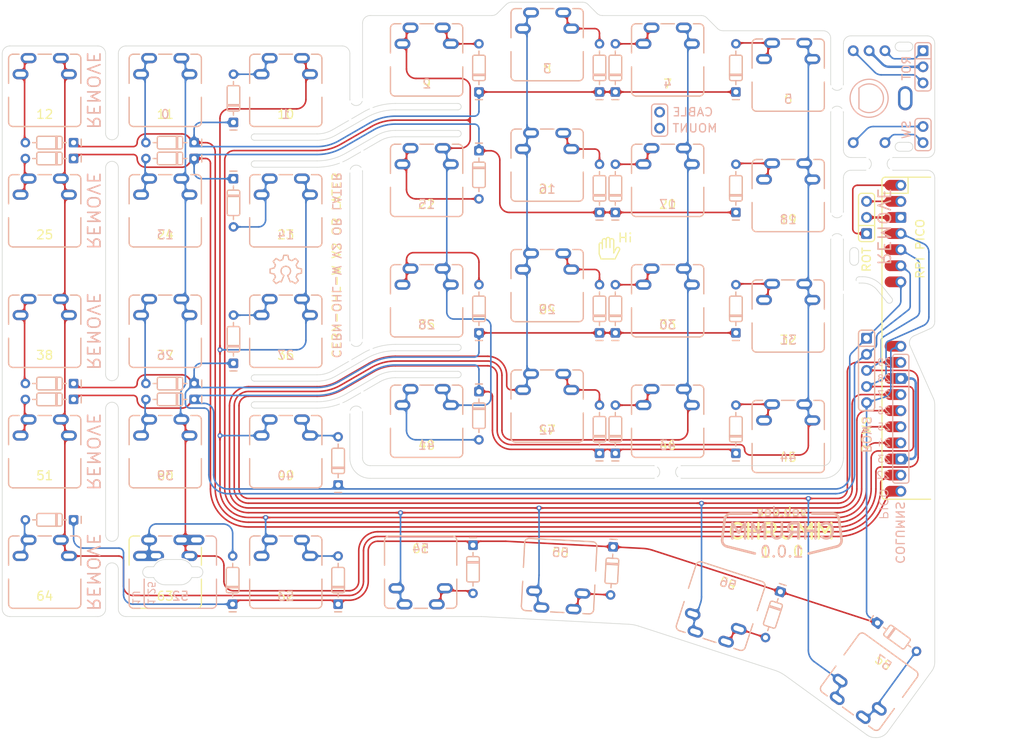
<source format=kicad_pcb>
(kicad_pcb (version 20221018) (generator pcbnew)
  (title_block (title "CHRUMM KEYBOARD") (rev "1.0.0") (comment 1 "https://github.com/sevmeyer/chrumm-keyboard") (comment 2 "Licensed under CERN-OHL-W v2 or later"))
  (layers (0 "F.Cu" signal) (31 "B.Cu" signal) (36 "B.SilkS" user "B.Silkscreen") (37 "F.SilkS" user "F.Silkscreen") (38 "B.Mask" user) (39 "F.Mask" user) (44 "Edge.Cuts" user))
  (net 0 "")
  (net 1 "/row0")
  (net 2 "/row1")
  (net 3 "/row2")
  (net 4 "/row3")
  (net 5 "/row4")
  (net 6 "/col6")
  (net 7 "/col0")
  (net 8 "/col1")
  (net 9 "/col5")
  (net 10 "/col4")
  (net 11 "/col3")
  (net 12 "/col2")
  (net 13 "/rotB")
  (net 14 "/rotA")
  (net 15 "/rotC")
  (net 16 "Net-(E1-PadA)")
  (net 17 "Net-(E1-PadC)")
  (net 18 "Net-(E1-PadB)")
  (net 19 "Net-(D0-A)")
  (net 20 "Net-(D1-A)")
  (net 21 "Net-(D2-A)")
  (net 22 "Net-(D3-A)")
  (net 23 "Net-(D4-A)")
  (net 24 "Net-(D5-A)")
  (net 25 "Net-(D12-A)")
  (net 26 "Net-(E1-Pad1)")
  (net 27 "Net-(E1-Pad2)")
  (net 28 "Net-(D13-A)")
  (net 29 "Net-(D14-A)")
  (net 30 "Net-(D15-A)")
  (net 31 "Net-(D16-A)")
  (net 32 "Net-(D17-A)")
  (net 33 "Net-(D18-A)")
  (net 34 "Net-(D25-A)")
  (net 35 "Net-(D26-A)")
  (net 36 "Net-(D27-A)")
  (net 37 "Net-(D28-A)")
  (net 38 "Net-(D29-A)")
  (net 39 "Net-(D30-A)")
  (net 40 "Net-(D31-A)")
  (net 41 "Net-(D38-A)")
  (net 42 "Net-(D39-A)")
  (net 43 "Net-(D40-A)")
  (net 44 "Net-(D41-A)")
  (net 45 "Net-(D42-A)")
  (net 46 "Net-(D43-A)")
  (net 47 "Net-(D44-A)")
  (net 48 "Net-(D51-A)")
  (net 49 "Net-(D52-A)")
  (net 50 "Net-(D53-A)")
  (net 51 "Net-(D54-A)")
  (net 52 "Net-(D55-A)")
  (net 53 "Net-(D56-A)")
  (net 54 "Net-(D57-A)")
  (net 55 "Net-(D64-A)")
  (net 57 "Net-(U1-GND-Pad13)")
  (footprint "footprints:Switch_MX" (layer "F.Cu") (at 180.2 74.2)
    (fp_text reference "S17")
    (fp_text value "Switch" hide)
  )
  (footprint "footprints:Diode_1N4148_P7.6mm" (layer "F.Cu") (at 111.625 137.26 90)
    (fp_text reference "D52")
    (fp_text value "Diode" hide)
  )
  (footprint "footprints:Diode_1N4148_P7.6mm" (layer "F.Cu") (at 171.95 113.46 90)
    (fp_text reference "D43")
    (fp_text value "Diode" hide)
  )
  (footprint "footprints:Diode_1N4148_P7.6mm" (layer "F.Cu") (at 82.75 70.75 180)
    (fp_text reference "D25")
    (fp_text value "Diode" hide)
  )
  (footprint "footprints:Switch_MX" (layer "F.Cu") (at 180.2 112.2)
    (fp_text reference "S43")
    (fp_text value "Switch" hide)
  )
  (footprint "footprints:Switch_MX" (layer "F.Cu") (at 101 98)
    (fp_text reference "S26")
    (fp_text value "Switch" hide)
  )
  (footprint "footprints:MouseBites_1x5_P0.9mm" (layer "F.Cu") (at 213.55 72.6)
    (fp_text reference "REF**" hide)
    (fp_text value "MouseBites_1x5_P0.9mm" hide)
  )
  (footprint "footprints:Diode_1N4148_P7.6mm" (layer "F.Cu") (at 196.790579 142.704059 -108)
    (fp_text reference "D56")
    (fp_text value "Diode" hide)
  )
  (footprint "footprints:MouseBites_1x4_P0.9mm" (layer "F.Cu") (at 132.1 109 90)
    (fp_text reference "REF**" hide)
    (fp_text value "MouseBites_1x4_P0.9mm" hide)
  )
  (footprint "footprints:Diode_1N4148_P7.6mm" (layer "F.Cu") (at 101.75 68.25 180)
    (fp_text reference "D0")
    (fp_text value "Diode" hide)
  )
  (footprint "footprints:Diode_1N4148_P7.6mm" (layer "F.Cu") (at 169.45 75.46 90)
    (fp_text reference "D16")
    (fp_text value "Diode" hide)
  )
  (footprint "footprints:PinHeader_1x3_P2.54mm" (layer "F.Cu") (at 211.55 80.05 180)
    (fp_text reference "J2")
    (fp_text value "PinHeader_1x3" hide)
  )
  (footprint "footprints:Diode_1N4148_P7.6mm" (layer "F.Cu") (at 169.45 94.46 90)
    (fp_text reference "D29")
    (fp_text value "Diode" hide)
  )
  (footprint "footprints:Switch_MX" (layer "F.Cu") (at 211.965 153.281 144)
    (fp_text reference "S57")
    (fp_text value "Switch" hide)
  )
  (footprint "footprints:Diode_1N4148_P7.6mm" (layer "F.Cu") (at 169.45 113.46 90)
    (fp_text reference "D42")
    (fp_text value "Diode" hide)
  )
  (footprint "footprints:Switch_MX" (layer "F.Cu") (at 120 98)
    (fp_text reference "S27")
    (fp_text value "Switch" hide)
  )
  (footprint "footprints:Diode_1N4148_P7.6mm" (layer "F.Cu") (at 190.95 75.46 90)
    (fp_text reference "D18")
    (fp_text value "Diode" hide)
  )
  (footprint "footprints:MouseBites_1x4_P0.9mm" (layer "F.Cu") (at 132.1 71 90)
    (fp_text reference "REF**" hide)
    (fp_text value "MouseBites_1x4_P0.9mm" hide)
  )
  (footprint "footprints:RPi_Pico_Custom" (layer "F.Cu") (at 225.84 99.1)
    (fp_text reference "U1")
    (fp_text value "RPi_Pico_Custom" hide)
  )
  (footprint "footprints:Graphic_OSHW" (layer "F.Cu") (at 120 88.5)
    (fp_text reference "REF**" hide)
    (fp_text value "Graphic_OSHW" hide)
  )
  (footprint "footprints:Switch_MX" (layer "F.Cu") (at 180.2 55.2)
    (fp_text reference "S4")
    (fp_text value "Switch" hide)
  )
  (footprint "footprints:Switch_MX" (layer "F.Cu") (at 101 60)
    (fp_text reference "S0")
    (fp_text value "Switch" hide)
  )
  (footprint "footprints:Graphic_CHRUMM" (layer "F.Cu") (at 198.2 129.875)
    (fp_text reference "REF**" hide)
    (fp_text value "Graphic_CHRUMM" hide)
  )
  (footprint "footprints:Switch_MX" (layer "F.Cu") (at 82 79)
    (fp_text reference "S25")
    (fp_text value "Switch" hide)
  )
  (footprint "footprints:Switch_MX" (layer "F.Cu") (at 142.2 93.2)
    (fp_text reference "S28")
    (fp_text value "Switch" hide)
  )
  (footprint "footprints:Diode_1N4148_P7.6mm" (layer "F.Cu") (at 111.75 99.26 90)
    (fp_text reference "D27")
    (fp_text value "Diode" hide)
  )
  (footprint "footprints:MouseBites_1x5_P0.9mm" (layer "F.Cu") (at 205.9 81.35 90)
    (fp_text reference "REF**" hide)
    (fp_text value "MouseBites_1x5_P0.9mm" hide)
  )
  (footprint "footprints:Diode_1N4148_P7.6mm" (layer "F.Cu") (at 101.75 108.75 180)
    (fp_text reference "D39")
    (fp_text value "Diode" hide)
  )
  (footprint "footprints:MouseBites_1x5_P1.35mm" (layer "F.Cu") (at 216.735821 96.569847 -66)
    (fp_text reference "REF**" hide)
    (fp_text value "MouseBites_1x5_P1.35mm" hide)
  )
  (footprint "footprints:MouseBites_1x3_P1.35mm" (layer "F.Cu") (at 93.5 132.835 90)
    (fp_text reference "REF**" hide)
    (fp_text value "MouseBites_1x3_P1.35mm" hide)
  )
  (footprint "footprints:MouseBites_1x5_P0.9mm" (layer "F.Cu") (at 180.2 119.2)
    (fp_text reference "REF**" hide)
    (fp_text value "MouseBites_1x5_P0.9mm" hide)
  )
  (footprint "footprints:MouseBites_1x5_P0.9mm" (layer "F.Cu") (at 207.9 61.25 90)
    (fp_text reference "REF**" hide)
    (fp_text value "MouseBites_1x5_P0.9mm" hide)
  )
  (footprint "footprints:MouseBites_1x5_P0.9mm" (layer "F.Cu") (at 213.55 70.6)
    (fp_text reference "REF**" hide)
    (fp_text value "MouseBites_1x5_P0.9mm" hide)
  )
  (footprint "footprints:MouseBites_1x5_P0.9mm" (layer "F.Cu") (at 207.9 81.35 90)
    (fp_text reference "REF**" hide)
    (fp_text value "MouseBites_1x5_P0.9mm" hide)
  )
  (footprint "footprints:MouseBites_1x3_P1.35mm" (layer "F.Cu") (at 93.5 107.5 90)
    (fp_text reference "REF**" hide)
    (fp_text value "MouseBites_1x3_P1.35mm" hide)
  )
  (footprint "footprints:Diode_1N4148_P7.6mm" (layer "F.Cu") (at 171.95 75.46 90)
    (fp_text reference "D17")
    (fp_text value "Diode" hide)
  )
  (footprint "footprints:Graphic_Hi" (layer "F.Cu") (at 170.8 85.1)
    (fp_text reference "REF**" hide)
    (fp_text value "Graphic_Hi" hide)
  )
  (footprint "footprints:Switch_MX" (layer "F.Cu") (at 82 98)
    (fp_text reference "S38")
    (fp_text value "Switch" hide)
  )
  (footprint "footprints:MountingHole_M3" (layer "F.Cu") (at 210.9 93.4)
    (fp_text reference "REF**" hide)
    (fp_text value "MountingHole_M3" hide)
  )
  (footprint "footprints:Switch_MX" (layer "F.Cu") (at 199.2 95.6)
    (fp_text reference "S31")
    (fp_text value "Switch" hide)
  )
  (footprint "footprints:Diode_1N4148_P7.6mm" (layer "F.Cu") (at 150.45 111.325 -90)
    (fp_text reference "D41")
    (fp_text value "Diode" hide)
  )
  (footprint "footprints:Switch_MX" (layer "F.Cu") (at 82 117)
    (fp_text reference "S51")
    (fp_text value "Switch" hide)
  )
  (footprint "footprints:Switch_MX" (layer "F.Cu") (at 199.2 57.6)
    (fp_text reference "S5")
    (fp_text value "Switch" hide)
  )
  (footprint "footprints:Switch_MX" (layer "F.Cu") (at 82 60)
    (fp_text reference "S12")
    (fp_text value "Switch" hide)
  )
  (footprint "footprints:MouseBites_1x5_P0.9mm" (layer "F.Cu") (at 205.9 61.25 90)
    (fp_text reference "REF**" hide)
    (fp_text value "MouseBites_1x5_P0.9mm" hide)
  )
  (footprint "footprints:MouseBites_1x3_P1.35mm" (layer "F.Cu") (at 208.992173 91.05649 36)
    (fp_text reference "REF**" hide)
    (fp_text value "MouseBites_1x3_P1.35mm" hide)
  )
  (footprint "footprints:Diode_1N4148_P7.6mm" (layer "F.Cu") (at 190.95 94.46 90)
    (fp_text reference "D31")
    (fp_text value "Diode" hide)
  )
  (footprint "footprints:MouseBites_1x3_P1.35mm" (layer "F.Cu") (at 93.5 69.5 90)
    (fp_text reference "REF**" hide)
    (fp_text value "MouseBites_1x3_P1.35mm" hide)
  )
  (footprint "footprints:Switch_MX" (layer "F.Cu") (at 101 117)
    (fp_text reference "S39")
    (fp_text value "Switch" hide)
  )
  (footprint "footprints:Switch_MX" (layer "F.Cu") (at 199.2 114.6)
    (fp_text reference "S44")
    (fp_text value "Switch" hide)
  )
  (footprint "footprints:Switch_MX" (layer "F.Cu") (at 199.2 76.6)
    (fp_text reference "S18")
    (fp_text value "Switch" hide)
  )
  (footprint "footprints:Diode_1N4148_P7.6mm" (layer "F.Cu") (at 111.75 61.26 90)
    (fp_text reference "D1")
    (fp_text value "Diode" hide)
  )
  (footprint "footprints:MouseBites_1x3_P0.9mm" (layer "F.Cu") (at 129.4 110.1 -45)
    (fp_text reference "REF**" hide)
    (fp_text value "MouseBites_1x3_P0.9mm" hide)
  )
  (footprint "footprints:Diode_1N4148_P7.6mm" (layer "F.Cu") (at 150.45 73.325 -90)
    (fp_text reference "D15")
    (fp_text value "Diode" hide)
  )
  (footprint "footprints:MouseBites_1x3_P0.9mm" (layer "F.Cu") (at 129.4 72.1 -45)
    (fp_text reference "REF**" hide)
    (fp_text value "MouseBites_1x3_P0.9mm" hide)
  )
  (footprint "footprints:Diode_1N4148_P7.6mm" (layer "F.Cu") (at 171.95 94.46 90)
    (fp_text reference "D30")
    (fp_text value "Diode" hide)
  )
  (footprint "footprints:MouseBites_1x5_P0.9mm" (layer "F.Cu") (at 180.2 121.2)
    (fp_text reference "REF**" hide)
    (fp_text value "MouseBites_1x5_P0.9mm" hide)
  )
  (footprint "footprints:Switch_MX" (layer "F.Cu") (at 120 60)
    (fp_text reference "S1")
    (fp_text value "Switch" hide)
  )
  (footprint "footprints:Diode_1N4148_P7.6mm" (layer "F.Cu") (at 82.75 127.75 180)
    (fp_text reference "D64")
    (fp_text value "Diode" hide)
  )
  (footprint "footprints:MouseBites_1x4_P0.9mm" (layer "F.Cu") (at 130.1 63.2 -90)
    (fp_text reference "REF**" hide)
    (fp_text value "MouseBites_1x4_P0.9mm" hide)
  )
  (footprint "footprints:MouseBites_1x3_P0.9mm" (layer "F.Cu") (at 132.8 100.1 135)
    (fp_text reference "REF**" hide)
    (fp_text value "MouseBites_1x3_P0.9mm" hide)
  )
  (footprint "footprints:PinHeader_1x5_P2.54mm" (layer "F.Cu") (at 211.55 104.18)
    (fp_text reference "J1")
    (fp_text value "PinHeader_1x5" hide)
  )
  (footprint "footprints:Switch_MX_CTRL" (layer "F.Cu") (at 101 136)
    (fp_text reference "S52")
    (fp_text value "Switch" hide)
    (fp_line (start -2.705 -0.85) (end -1.810387 -0.85) (stroke (width 0.1)) (layer "Edge.Cuts"))
    (fp_line (start -1.810387 0.85) (end -2.705 0.85) (stroke (width 0.1)) (layer "Edge.Cuts"))
    (fp_line (start 0 2) (end 2.375 2) (stroke (width 0.1)) (layer "Edge.Cuts"))
    (fp_line (start 2.375 -2) (end 0 -2) (stroke (width 0.1)) (layer "Edge.Cuts"))
    (fp_line (start 4.185387 -0.85) (end 5.08 -0.85) (stroke (width 0.1)) (layer "Edge.Cuts"))
    (fp_line (start 5.08 0.85) (end 4.185387 0.85) (stroke (width 0.1)) (layer "Edge.Cuts"))
    (fp_arc (start -2.705 0.85) (mid -3.555 0) (end -2.705 -0.85) (stroke (width 0.1)) (layer "Edge.Cuts"))
    (fp_arc (start -1.810387 -0.85) (mid -1.072381 -1.688195) (end 0 -2) (stroke (width 0.1)) (layer "Edge.Cuts"))
    (fp_arc (start 0 2) (mid -1.07238 1.688194) (end -1.810387 0.85) (stroke (width 0.1)) (layer "Edge.Cuts"))
    (fp_arc (start 2.375 -2) (mid 3.447381 -1.688194) (end 4.185387 -0.85) (stroke (width 0.1)) (layer "Edge.Cuts"))
    (fp_arc (start 4.185387 0.85) (mid 3.447381 1.688194) (end 2.375 2) (stroke (width 0.1)) (layer "Edge.Cuts"))
    (fp_arc (start 5.08 -0.85) (mid 5.93 0) (end 5.08 0.85) (stroke (width 0.1)) (layer "Edge.Cuts"))
  )
  (footprint "footprints:MouseBites_1x3_P0.9mm" (layer "F.Cu") (at 132.8 62.1 135)
    (fp_text reference "REF**" hide)
    (fp_text value "MouseBites_1x3_P0.9mm" hide)
  )
  (footprint "footprints:Diode_1N4148_P7.6mm" (layer "F.Cu") (at 190.95 113.46 90)
    (fp_text reference "D44")
    (fp_text value "Diode" hide)
  )
  (footprint "footprints:Diode_1N4148_P7.6mm" (layer "F.Cu") (at 150.45 94.46 90)
    (fp_text reference "D28")
    (fp_text value "Diode" hide)
  )
  (footprint "footprints:Switch_MX" (layer "F.Cu") (at 142.2 74.2)
    (fp_text reference "S15")
    (fp_text value "Switch" hide)
  )
  (footprint "footprints:Diode_1N4148_P7.6mm" (layer "F.Cu") (at 171.95 56.46 90)
    (fp_text reference "D4")
    (fp_text value "Diode" hide)
  )
  (footprint "footprints:Diode_1N4148_P7.6mm" (layer "F.Cu") (at 128.25 118.45 90)
    (fp_text reference "D40")
    (fp_text value "Diode" hide)
  )
  (footprint "footprints:Diode_1N4148_P7.6mm" (layer "F.Cu") (at 82.75 68.25 180)
    (fp_text reference "D12")
    (fp_text value "Diode" hide)
  )
  (footprint "footprints:RotaryEncoder_PEC11R_Custom" (layer "F.Cu") (at 211.95 61.25 -90)
    (fp_text reference "E1")
    (fp_text value "RotaryEncoder_Switch" hide)
  )
  (footprint "footprints:Diode_1N4148_P7.6mm" (layer "F.Cu") (at 82.75 106.25 180)
    (fp_text reference "D38")
    (fp_text value "Diode" hide)
  )
  (footprint "footprints:Switch_MX" (layer "F.Cu") (at 82 136)
    (fp_text reference "S64")
    (fp_text value "Switch" hide)
  )
  (footprint "footprints:Diode_1N4148_P7.6mm" (layer "F.Cu") (at 111.75 77.74 -90)
    (fp_text reference "D14")
    (fp_text value "Diode" hide)
  )
  (footprint "footprints:Diode_1N4148_P7.6mm" (layer "F.Cu") (at 169.45 56.46 90)
    (fp_text reference "D3")
    (fp_text value "Diode" hide)
  )
  (footprint "footprints:MouseBites_1x4_P0.9mm" (layer "F.Cu") (at 130.1 101.2 -90)
    (fp_text reference "REF**" hide)
    (fp_text value "MouseBites_1x4_P0.9mm" hide)
  )
  (footprint "footprints:Diode_1N4148_P7.6mm" (layer "F.Cu") (at 101.75 70.75 180)
    (fp_text reference "D13")
    (fp_text value "Diode" hide)
  )
  (footprint "footprints:Diode_1N4148_P7.6mm" (layer "F.Cu") (at 101.75 106.25 180)
    (fp_text reference "D26")
    (fp_text value "Diode" hide)
  )
  (footprint "footprints:Switch_MX" (layer "F.Cu") (at 101 79)
    (fp_text reference "S13")
    (fp_text value "Switch" hide)
  )
  (footprint "footprints:Diode_1N4148_P7.6mm" (layer "F.Cu") (at 149.512 135.55 -90)
    (fp_text reference "D54")
    (fp_text value "Diode" hide)
  )
  (footprint "footprints:Switch_MX" (layer "F.Cu") (at 188.555 141.353 162)
    (fp_text reference "S56")
    (fp_text value "Switch" hide)
  )
  (footprint "footprints:Switch_MX" (layer "F.Cu") (at 180.2 93.2)
    (fp_text reference "S30")
    (fp_text value "Switch" hide)
  )
  (footprint "footprints:Diode_1N4148_P7.6mm" (layer "F.Cu") (at 171.396637 135.807498 -93)
    (fp_text reference "D55")
    (fp_text value "Diode" hide)
  )
  (footprint "footprints:Switch_MX" (layer "F.Cu") (at 141.262 136 180)
    (fp_text reference "S54")
    (fp_text value "Switch" hide)
  )
  (footprint "footprints:Switch_MX" (layer "F.Cu") (at 142.2 112.2)
    (fp_text reference "S41")
    (fp_text value "Switch" hide)
  )
  (footprint "footprints:Diode_1N4148_P7.6mm" (layer "F.Cu") (at 150.45 56.46 90)
    (fp_text reference "D2")
    (fp_text value "Diode" hide)
  )
  (footprint "footprints:Diode_1N4148_P7.6mm" (layer "F.Cu") (at 216.35 146.25 -36)
    (fp_text reference "D57")
    (fp_text value "Diode" hide)
  )
  (footprint "footprints:Switch_MX" (layer "F.Cu") (at 163.092 136.634 177)
    (fp_text reference "S55")
    (fp_text value "Switch" hide)
  )
  (footprint "footprints:Diode_1N4148_P7.6mm" (layer "F.Cu") (at 82.75 108.75 180)
    (fp_text reference "D51")
    (fp_text value "Diode" hide)
  )
  (footprint "footprints:Diode_1N4148_P7.6mm" (layer "F.Cu") (at 190.95 56.46 90)
    (fp_text reference "D5")
    (fp_text value "Diode" hide)
  )
  (footprint "footprints:Diode_1N4148_P7.6mm" (layer "F.Cu") (at 128.25 137.26 90)
    (fp_text reference "D53")
    (fp_text value "Diode" hide)
  )
  (footprint "footprints:Switch_MX" (layer "F.Cu") (at 120 79)
    (fp_text reference "S14")
    (fp_text value "Switch" hide)
  )
  (footprint "footprints:Switch_MX" (layer "B.Cu") (at 161.2 109.8 180)
    (fp_text reference "S42")
    (fp_text value "Switch" hide)
  )
  (footprint "footprints:Switch_MX" (layer "B.Cu") (at 142.2 55.2 180)
    (fp_text reference "S2")
    (fp_text value "Switch" hide)
  )
  (footprint "footprints:Switch_MX" (layer "B.Cu") (at 161.2 71.8 180)
    (fp_text reference "S16")
    (fp_text value "Switch" hide)
  )
  (footprint "footprints:PinHeader_1x2_P2.54mm_Custom" (layer "B.Cu") (at 178.93 64.7 180)
    (fp_text reference "REF**")
    (fp_text value "PinHeader_1x2_P2.54mm_Custom" hide)
  )
  (footprint "footprints:Graphic_OSHW" (layer "B.Cu") (at 120 88.5 180)
    (fp_text reference "REF**" hide)
    (fp_text value "Graphic_OSHW" hide)
  )
  (footprint "footprints:PinHeader_1x2_P2.54mm_Custom" (layer "B.Cu") (at 220.45 66.98)
    (fp_text reference "J4")
    (fp_text value "PinHeader_1x2" hide)
  )
  (footprint "footprints:Switch_MX" (layer "B.Cu") (at 161.2 90.8 180)
    (fp_text reference "S29")
    (fp_text value "Switch" hide)
  )
  (footprint "footprints:Switch_MX" (layer "B.Cu") (at 161.2 52.8 180)
    (fp_text reference "S3")
    (fp_text value "Switch" hide)
  )
  (footprint "footprints:Switch_MX" (layer "B.Cu") (at 120 117 180)
    (fp_text reference "S40")
    (fp_text value "Switch" hide)
  )
  (footprint "footprints:Graphic_CHRUMM" (layer "B.Cu") (at 198.2 129.875 180)
    (fp_text reference "REF**" hide)
    (fp_text value "Graphic_CHRUMM" hide)
  )
  (footprint "footprints:PinHeader_1x3_P2.54mm" (layer "B.Cu") (at 220.45 56.29 180)
    (fp_text reference "J3")
    (fp_text value "PinHeader_1x3" hide)
  )
  (footprint "footprints:Switch_MX" (layer "B.Cu") (at 120 136 180)
    (fp_text reference "S53")
    (fp_text value "Switch" hide)
  )
  (gr_arc (start 174.059723 144.2184) (mid 174.83912 144.310648) (end 175.599809 144.503838) (stroke (width 0.1)) (layer "Edge.Cuts"))
  (gr_line (start 127.370959 104.221874) (end 132.204041 101.431493) (stroke (width 0.1)) (layer "Edge.Cuts"))
  (gr_arc (start 205.9 63.5) (mid 206.9 62.5) (end 207.9 63.5) (stroke (width 0.1)) (layer "Edge.Cuts"))
  (gr_line (start 212.909023 162.1) (end 213.089141 162.1) (stroke (width 0.1)) (layer "Edge.Cuts"))
  (gr_line (start 210.3 85.5) (end 210.3 86.9) (stroke (width 0.1)) (layer "Edge.Cuts"))
  (gr_line (start 133.3 48.2) (end 152.502944 48.2) (stroke (width 0.1)) (layer "Edge.Cuts"))
  (gr_line (start 205.9 83.6) (end 205.9 118) (stroke (width 0.1)) (layer "Edge.Cuts"))
  (gr_line (start 127.870959 105.087899) (end 132.704041 102.297518) (stroke (width 0.1)) (layer "Edge.Cuts"))
  (gr_line (start 127.870959 67.087899) (end 132.704041 64.297518) (stroke (width 0.1)) (layer "Edge.Cuts"))
  (gr_arc (start 215.8 72.6) (mid 214.8 71.6) (end 215.8 70.6) (stroke (width 0.1)) (layer "Edge.Cuts"))
  (gr_arc (start 221.1 51.4) (mid 221.948528 51.751472) (end 222.3 52.6) (stroke (width 0.1)) (layer "Edge.Cuts"))
  (gr_arc (start 132.204041 101.431493) (mid 134.645998 100.420001) (end 137.266541 100.075) (stroke (width 0.1)) (layer "Edge.Cuts"))
  (gr_line (start 182.45 119.2) (end 204.7 119.2) (stroke (width 0.1)) (layer "Edge.Cuts"))
  (gr_line (start 218.403442 100.315384) (end 222.092509 108.601165) (stroke (width 0.1)) (layer "Edge.Cuts"))
  (gr_line (start 130.1 54.2) (end 130.1 61.4) (stroke (width 0.1)) (layer "Edge.Cuts"))
  (gr_arc (start 207.9 118) (mid 206.962742 120.262742) (end 204.7 121.2) (stroke (width 0.1)) (layer "Edge.Cuts"))
  (gr_line (start 216.75 68.2) (end 218.15 68.2) (stroke (width 0.1)) (layer "Edge.Cuts"))
  (gr_line (start 215.8 70.6) (end 221.1 70.6) (stroke (width 0.1)) (layer "Edge.Cuts"))
  (gr_arc (start 212.909023 162.1) (mid 212.229183 161.992331) (end 211.615896 161.679837) (stroke (width 0.1)) (layer "Edge.Cuts"))
  (gr_line (start 129.495959 107.902482) (end 134.329041 105.112101) (stroke (width 0.1)) (layer "Edge.Cuts"))
  (gr_arc (start 216.75 69.6) (mid 216.05 68.9) (end 216.75 68.2) (stroke (width 0.1)) (layer "Edge.Cuts"))
  (gr_line (start 124.933459 104.875) (end 115.05 104.875) (stroke (width 0.1)) (layer "Edge.Cuts"))
  (gr_line (start 127.370959 66.221874) (end 132.204041 63.431493) (stroke (width 0.1)) (layer "Edge.Cuts"))
  (gr_line (start 124.933459 66.875) (end 115.05 66.875) (stroke (width 0.1)) (layer "Edge.Cuts"))
  (gr_arc (start 93.6 54.2) (mid 93.951472 53.351472) (end 94.8 53) (stroke (width 0.1)) (layer "Edge.Cuts"))
  (gr_line (start 222.3 73.8) (end 222.3 96.487672) (stroke (width 0.1)) (layer "Edge.Cuts"))
  (gr_arc (start 90.4 53) (mid 91.248528 53.351472) (end 91.6 54.2) (stroke (width 0.1)) (layer "Edge.Cuts"))
  (gr_line (start 205.9 59) (end 205.9 51.8) (stroke (width 0.1)) (layer "Edge.Cuts"))
  (gr_arc (start 208.9 85.5) (mid 209.6 84.8) (end 210.3 85.5) (stroke (width 0.1)) (layer "Edge.Cuts"))
  (gr_line (start 198.755846 152.336464) (end 211.615896 161.679837) (stroke (width 0.1)) (layer "Edge.Cuts"))
  (gr_line (start 137.266541 101.075) (end 147.15 101.075) (stroke (width 0.1)) (layer "Edge.Cuts"))
  (gr_line (start 185.502944 48.2) (end 169.897056 48.2) (stroke (width 0.1)) (layer "Edge.Cuts"))
  (gr_arc (start 129.495959 107.902482) (mid 127.295183 108.814073) (end 124.933459 109.125) (stroke (width 0.1)) (layer "Edge.Cuts"))
  (gr_arc (start 222.3 69.4) (mid 221.948528 70.248528) (end 221.1 70.6) (stroke (width 0.1)) (layer "Edge.Cuts"))
  (gr_line (start 137.266541 104.325) (end 147.15 104.325) (stroke (width 0.1)) (layer "Edge.Cuts"))
  (gr_line (start 91.6 72.2) (end 91.6 104.8) (stroke (width 0.1)) (layer "Edge.Cuts"))
  (gr_line (start 175.599809 144.503838) (end 197.083237 151.484227) (stroke (width 0.1)) (layer "Edge.Cuts"))
  (gr_line (start 124.933459 72.125) (end 115.05 72.125) (stroke (width 0.1)) (layer "Edge.Cuts"))
  (gr_arc (start 115.05 67.875) (mid 114.55 67.375) (end 115.05 66.875) (stroke (width 0.1)) (layer "Edge.Cuts"))
  (gr_arc (start 129.995959 70.768507) (mid 127.554001 71.779989) (end 124.933459 72.125) (stroke (width 0.1)) (layer "Edge.Cuts"))
  (gr_line (start 186.351472 48.551472) (end 188.048528 50.248528) (stroke (width 0.1)) (layer "Edge.Cuts"))
  (gr_line (start 91.6 130.135) (end 91.6 110.2) (stroke (width 0.1)) (layer "Edge.Cuts"))
  (gr_arc (start 128.9 53) (mid 129.748528 53.351472) (end 130.1 54.2) (stroke (width 0.1)) (layer "Edge.Cuts"))
  (gr_arc (start 197.083237 151.484227) (mid 197.953078 151.844527) (end 198.755846 152.336464) (stroke (width 0.1)) (layer "Edge.Cuts"))
  (gr_line (start 94.8 53) (end 128.9 53) (stroke (width 0.1)) (layer "Edge.Cuts"))
  (gr_arc (start 91.6 72.2) (mid 92.6 71.2) (end 93.6 72.2) (stroke (width 0.1)) (layer "Edge.Cuts"))
  (gr_line (start 182.45 121.2) (end 204.7 121.2) (stroke (width 0.1)) (layer "Edge.Cuts"))
  (gr_line (start 75.3 141.8) (end 75.3 54.2) (stroke (width 0.1)) (layer "Edge.Cuts"))
  (gr_arc (start 129.495959 69.902482) (mid 127.295182 70.814063) (end 124.933459 71.125) (stroke (width 0.1)) (layer "Edge.Cuts"))
  (gr_arc (start 115.05 72.125) (mid 114.55 71.625) (end 115.05 71.125) (stroke (width 0.1)) (layer "Edge.Cuts"))
  (gr_line (start 177.95 119.2) (end 133.3 119.2) (stroke (width 0.1)) (layer "Edge.Cuts"))
  (gr_arc (start 218.15 52.4) (mid 218.85 53.1) (end 218.15 53.8) (stroke (width 0.1)) (layer "Edge.Cuts"))
  (gr_line (start 129.995959 70.768507) (end 134.829041 67.978126) (stroke (width 0.1)) (layer "Edge.Cuts"))
  (gr_arc (start 182.45 121.2) (mid 181.45 120.2) (end 182.45 119.2) (stroke (width 0.1)) (layer "Edge.Cuts"))
  (gr_arc (start 210.4 90.4) (mid 209.9 89.9) (end 210.4 89.4) (stroke (width 0.1)) (layer "Edge.Cuts"))
  (gr_arc (start 91.6 110.2) (mid 92.6 109.2) (end 93.6 110.2) (stroke (width 0.1)) (layer "Edge.Cuts"))
  (gr_line (start 130.1 72.8) (end 130.1 99.4) (stroke (width 0.1)) (layer "Edge.Cuts"))
  (gr_line (start 208.9 85.5) (end 208.9 86.9) (stroke (width 0.1)) (layer "Edge.Cuts"))
  (gr_arc (start 210.9 90.4) (mid 212.196257 90.694503) (end 213.238014 91.520189) (stroke (width 0.1)) (layer "Edge.Cuts"))
  (gr_arc (start 210.3 86.9) (mid 209.6 87.6) (end 208.9 86.9) (stroke (width 0.1)) (layer "Edge.Cuts"))
  (gr_line (start 214.017352 90.893585) (end 215.531669 92.777016) (stroke (width 0.1)) (layer "Edge.Cuts"))
  (gr_line (start 129.995959 108.768507) (end 134.829041 105.978126) (stroke (width 0.1)) (layer "Edge.Cuts"))
  (gr_arc (start 91.6 141.8) (mid 91.248528 142.648528) (end 90.4 143) (stroke (width 0.1)) (layer "Edge.Cuts"))
  (gr_arc (start 177.95 119.2) (mid 178.95 120.2) (end 177.95 121.2) (stroke (width 0.1)) (layer "Edge.Cuts"))
  (gr_line (start 207.9 59) (end 207.9 52.6) (stroke (width 0.1)) (layer "Edge.Cuts"))
  (gr_line (start 205.9 79.1) (end 205.9 63.5) (stroke (width 0.1)) (layer "Edge.Cuts"))
  (gr_arc (start 205.9 118) (mid 205.548528 118.848528) (end 204.7 119.2) (stroke (width 0.1)) (layer "Edge.Cuts"))
  (gr_arc (start 205.9 83.6) (mid 206.9 82.6) (end 207.9 83.6) (stroke (width 0.1)) (layer "Edge.Cuts"))
  (gr_arc (start 218.15 68.2) (mid 218.85 68.9) (end 218.15 69.6) (stroke (width 0.1)) (layer "Edge.Cuts"))
  (gr_line (start 124.933459 109.125) (end 115.05 109.125) (stroke (width 0.1)) (layer "Edge.Cuts"))
  (gr_arc (start 209.1 70.6) (mid 208.251472 70.248528) (end 207.9 69.4) (stroke (width 0.1)) (layer "Edge.Cuts"))
  (gr_arc (start 222.3 96.487672) (mid 222.106415 97.14125) (end 221.588084 97.583926) (stroke (width 0.1)) (layer "Edge.Cuts"))
  (gr_arc (start 207.9 52.6) (mid 208.251472 51.751472) (end 209.1 51.4) (stroke (width 0.1)) (layer "Edge.Cuts"))
  (gr_line (start 209.1 72.6) (end 211.3 72.6) (stroke (width 0.1)) (layer "Edge.Cuts"))
  (gr_arc (start 93.6 130.135) (mid 92.6 131.135) (end 91.6 130.135) (stroke (width 0.1)) (layer "Edge.Cuts"))
  (gr_arc (start 134.829041 105.978126) (mid 136.004799 105.491121) (end 137.266541 105.325) (stroke (width 0.1)) (layer "Edge.Cuts"))
  (gr_arc (start 147.15 62.075) (mid 147.65 62.575) (end 147.15 63.075) (stroke (width 0.1)) (layer "Edge.Cuts"))
  (gr_line (start 207.9 79.1) (end 207.9 73.8) (stroke (width 0.1)) (layer "Edge.Cuts"))
  (gr_line (start 215.8 72.6) (end 221.1 72.6) (stroke (width 0.1)) (layer "Edge.Cuts"))
  (gr_line (start 210.9 89.4) (end 210.4 89.4) (stroke (width 0.1)) (layer "Edge.Cuts"))
  (gr_arc (start 169.897056 48.2) (mid 169.437836 48.108655) (end 169.048528 47.848528) (stroke (width 0.1)) (layer "Edge.Cuts"))
  (gr_arc (start 132.704041 64.297518) (mid 134.904818 63.385937) (end 137.266541 63.075) (stroke (width 0.1)) (layer "Edge.Cuts"))
  (gr_line (start 213.238014 91.520189) (end 214.752331 93.40362) (stroke (width 0.1)) (layer "Edge.Cuts"))
  (gr_arc (start 134.829041 67.978126) (mid 136.004799 67.491121) (end 137.266541 67.325) (stroke (width 0.1)) (layer "Edge.Cuts"))
  (gr_arc (start 214.868978 161.193128) (mid 214.087923 161.860229) (end 213.089141 162.1) (stroke (width 0.1)) (layer "Edge.Cuts"))
  (gr_line (start 93.6 66.8) (end 93.6 54.2) (stroke (width 0.1)) (layer "Edge.Cuts"))
  (gr_arc (start 93.6 66.8) (mid 92.6 67.8) (end 91.6 66.8) (stroke (width 0.1)) (layer "Edge.Cuts"))
  (gr_line (start 132.1 110.8) (end 132.1 118) (stroke (width 0.1)) (layer "Edge.Cuts"))
  (gr_line (start 76.5 143) (end 90.4 143) (stroke (width 0.1)) (layer "Edge.Cuts"))
  (gr_line (start 207.9 83.6) (end 207.9 118) (stroke (width 0.1)) (layer "Edge.Cuts"))
  (gr_line (start 137.266541 63.075) (end 147.15 63.075) (stroke (width 0.1)) (layer "Edge.Cuts"))
  (gr_line (start 124.933459 110.125) (end 115.05 110.125) (stroke (width 0.1)) (layer "Edge.Cuts"))
  (gr_line (start 132.1 99.4) (end 132.1 72.8) (stroke (width 0.1)) (layer "Edge.Cuts"))
  (gr_line (start 222.3 52.6) (end 222.3 69.4) (stroke (width 0.1)) (layer "Edge.Cuts"))
  (gr_arc (start 188.897056 50.6) (mid 188.437836 50.508655) (end 188.048528 50.248528) (stroke (width 0.1)) (layer "Edge.Cuts"))
  (gr_arc (start 204.7 50.6) (mid 205.548528 50.951472) (end 205.9 51.8) (stroke (width 0.1)) (layer "Edge.Cuts"))
  (gr_line (start 91.6 135.535) (end 91.6 141.8) (stroke (width 0.1)) (layer "Edge.Cuts"))
  (gr_arc (start 133.3 119.2) (mid 132.451472 118.848528) (end 132.1 118) (stroke (width 0.1)) (layer "Edge.Cuts"))
  (gr_arc (start 115.05 105.875) (mid 114.55 105.375) (end 115.05 104.875) (stroke (width 0.1)) (layer "Edge.Cuts"))
  (gr_line (start 93.6 141.8) (end 93.6 135.535) (stroke (width 0.1)) (layer "Edge.Cuts"))
  (gr_line (start 124.933459 67.875) (end 115.05 67.875) (stroke (width 0.1)) (layer "Edge.Cuts"))
  (gr_line (start 214.868978 161.193128) (end 221.841641 151.596082) (stroke (width 0.1)) (layer "Edge.Cuts"))
  (gr_arc (start 130.1 72.8) (mid 131.1 71.8) (end 132.1 72.8) (stroke (width 0.1)) (layer "Edge.Cuts"))
  (gr_arc (start 222.092509 108.601165) (mid 222.247554 109.078345) (end 222.3 109.577333) (stroke (width 0.1)) (layer "Edge.Cuts"))
  (gr_arc (start 134.329041 67.112101) (mid 135.74598 66.525196) (end 137.266541 66.325) (stroke (width 0.1)) (layer "Edge.Cuts"))
  (gr_line (start 129.495959 69.902482) (end 134.329041 67.112101) (stroke (width 0.1)) (layer "Edge.Cuts"))
  (gr_line (start 219.011613 98.731045) (end 221.588084 97.583926) (stroke (width 0.1)) (layer "Edge.Cuts"))
  (gr_arc (start 222.3 150.185397) (mid 222.182536 150.927038) (end 221.841641 151.596082) (stroke (width 0.1)) (layer "Edge.Cuts"))
  (gr_arc (start 215.531669 92.777016) (mid 215.455302 93.479987) (end 214.752331 93.40362) (stroke (width 0.1)) (layer "Edge.Cuts"))
  (gr_arc (start 127.870959 67.087899) (mid 126.45402 67.674804) (end 124.933459 67.875) (stroke (width 0.1)) (layer "Edge.Cuts"))
  (gr_arc (start 93.6 104.8) (mid 92.6 105.8) (end 91.6 104.8) (stroke (width 0.1)) (layer "Edge.Cuts"))
  (gr_line (start 150.811266 143) (end 174.059723 144.2184) (stroke (width 0.1)) (layer "Edge.Cuts"))
  (gr_arc (start 221.1 72.6) (mid 221.948528 72.951472) (end 222.3 73.8) (stroke (width 0.1)) (layer "Edge.Cuts"))
  (gr_line (start 124.933459 105.875) (end 115.05 105.875) (stroke (width 0.1)) (layer "Edge.Cuts"))
  (gr_arc (start 210.9 89.4) (mid 212.628343 89.79267) (end 214.017352 90.893585) (stroke (width 0.1)) (layer "Edge.Cuts"))
  (gr_line (start 76.5 53) (end 90.4 53) (stroke (width 0.1)) (layer "Edge.Cuts"))
  (gr_arc (start 76.5 143) (mid 75.651472 142.648528) (end 75.3 141.8) (stroke (width 0.1)) (layer "Edge.Cuts"))
  (gr_arc (start 153.351472 47.848528) (mid 152.962167 48.10867) (end 152.502944 48.2) (stroke (width 0.1)) (layer "Edge.Cuts"))
  (gr_line (start 216.75 69.6) (end 218.15 69.6) (stroke (width 0.1)) (layer "Edge.Cuts"))
  (gr_line (start 137.266541 105.325) (end 147.15 105.325) (stroke (width 0.1)) (layer "Edge.Cuts"))
  (gr_arc (start 154.748528 46.451472) (mid 155.137833 46.19133) (end 155.597056 46.1) (stroke (width 0.1)) (layer "Edge.Cuts"))
  (gr_arc (start 132.1 61.4) (mid 131.1 62.4) (end 130.1 61.4) (stroke (width 0.1)) (layer "Edge.Cuts"))
  (gr_arc (start 218.403442 100.315384) (mid 218.3794 99.397258) (end 219.011613 98.731045) (stroke (width 0.1)) (layer "Edge.Cuts"))
  (gr_arc (start 75.3 54.2) (mid 75.651472 53.351472) (end 76.5 53) (stroke (width 0.1)) (layer "Edge.Cuts"))
  (gr_arc (start 211.3 70.6) (mid 212.3 71.6) (end 211.3 72.6) (stroke (width 0.1)) (layer "Edge.Cuts"))
  (gr_arc (start 115.05 110.125) (mid 114.55 109.625) (end 115.05 109.125) (stroke (width 0.1)) (layer "Edge.Cuts"))
  (gr_arc (start 147.15 66.325) (mid 147.65 66.825) (end 147.15 67.325) (stroke (width 0.1)) (layer "Edge.Cuts"))
  (gr_line (start 216.75 53.8) (end 218.15 53.8) (stroke (width 0.1)) (layer "Edge.Cuts"))
  (gr_line (start 91.6 54.2) (end 91.6 66.8) (stroke (width 0.1)) (layer "Edge.Cuts"))
  (gr_arc (start 133.3 121.2) (mid 131.037258 120.262742) (end 130.1 118) (stroke (width 0.1)) (layer "Edge.Cuts"))
  (gr_line (start 209.1 70.6) (end 211.3 70.6) (stroke (width 0.1)) (layer "Edge.Cuts"))
  (gr_arc (start 94.8 143) (mid 93.951472 142.648528) (end 93.6 141.8) (stroke (width 0.1)) (layer "Edge.Cuts"))
  (gr_line (start 137.266541 66.325) (end 147.15 66.325) (stroke (width 0.1)) (layer "Edge.Cuts"))
  (gr_line (start 137.266541 62.075) (end 147.15 62.075) (stroke (width 0.1)) (layer "Edge.Cuts"))
  (gr_line (start 130.1 118) (end 130.1 110.8) (stroke (width 0.1)) (layer "Edge.Cuts"))
  (gr_line (start 132.1 61.4) (end 132.1 49.4) (stroke (width 0.1)) (layer "Edge.Cuts"))
  (gr_line (start 209.1 51.4) (end 221.1 51.4) (stroke (width 0.1)) (layer "Edge.Cuts"))
  (gr_line (start 93.6 104.8) (end 93.6 72.2) (stroke (width 0.1)) (layer "Edge.Cuts"))
  (gr_line (start 167.651472 46.451472) (end 169.048528 47.848528) (stroke (width 0.1)) (layer "Edge.Cuts"))
  (gr_line (start 155.597056 46.1) (end 166.802944 46.1) (stroke (width 0.1)) (layer "Edge.Cuts"))
  (gr_arc (start 127.870959 105.087899) (mid 126.454021 105.674814) (end 124.933459 105.875) (stroke (width 0.1)) (layer "Edge.Cuts"))
  (gr_arc (start 207.9 79.1) (mid 206.9 80.1) (end 205.9 79.1) (stroke (width 0.1)) (layer "Edge.Cuts"))
  (gr_arc (start 185.502944 48.2) (mid 185.962164 48.291345) (end 186.351472 48.551472) (stroke (width 0.1)) (layer "Edge.Cuts"))
  (gr_arc (start 147.15 100.075) (mid 147.65 100.575) (end 147.15 101.075) (stroke (width 0.1)) (layer "Edge.Cuts"))
  (gr_line (start 216.75 52.4) (end 218.15 52.4) (stroke (width 0.1)) (layer "Edge.Cuts"))
  (gr_arc (start 132.1 49.4) (mid 132.451472 48.551472) (end 133.3 48.2) (stroke (width 0.1)) (layer "Edge.Cuts"))
  (gr_arc (start 127.370959 66.221874) (mid 126.195202 66.708889) (end 124.933459 66.875) (stroke (width 0.1)) (layer "Edge.Cuts"))
  (gr_line (start 177.95 121.2) (end 133.3 121.2) (stroke (width 0.1)) (layer "Edge.Cuts"))
  (gr_arc (start 166.802944 46.1) (mid 167.262155 46.191359) (end 167.651472 46.451472) (stroke (width 0.1)) (layer "Edge.Cuts"))
  (gr_arc (start 127.370959 104.221874) (mid 126.195202 104.708889) (end 124.933459 104.875) (stroke (width 0.1)) (layer "Edge.Cuts"))
  (gr_line (start 93.6 130.135) (end 93.6 110.2) (stroke (width 0.1)) (layer "Edge.Cuts"))
  (gr_line (start 210.9 90.4) (end 210.4 90.4) (stroke (width 0.1)) (layer "Edge.Cuts"))
  (gr_line (start 153.351472 47.848528) (end 154.748528 46.451472) (stroke (width 0.1)) (layer "Edge.Cuts"))
  (gr_line (start 204.7 50.6) (end 188.897056 50.6) (stroke (width 0.1)) (layer "Edge.Cuts"))
  (gr_arc (start 132.204041 63.431493) (mid 134.645999 62.420011) (end 137.266541 62.075) (stroke (width 0.1)) (layer "Edge.Cuts"))
  (gr_arc (start 91.6 135.535) (mid 92.6 134.535) (end 93.6 135.535) (stroke (width 0.1)) (layer "Edge.Cuts"))
  (gr_arc (start 130.1 110.8) (mid 131.1 109.8) (end 132.1 110.8) (stroke (width 0.1)) (layer "Edge.Cuts"))
  (gr_arc (start 207.9 59) (mid 206.9 60) (end 205.9 59) (stroke (width 0.1)) (layer "Edge.Cuts"))
  (gr_line (start 124.933459 71.125) (end 115.05 71.125) (stroke (width 0.1)) (layer "Edge.Cuts"))
  (gr_line (start 137.266541 100.075) (end 147.15 100.075) (stroke (width 0.1)) (layer "Edge.Cuts"))
  (gr_arc (start 132.704041 102.297518) (mid 134.904817 101.385927) (end 137.266541 101.075) (stroke (width 0.1)) (layer "Edge.Cuts"))
  (gr_line (start 207.9 69.4) (end 207.9 63.5) (stroke (width 0.1)) (layer "Edge.Cuts"))
  (gr_arc (start 216.75 53.8) (mid 216.05 53.1) (end 216.75 52.4) (stroke (width 0.1)) (layer "Edge.Cuts"))
  (gr_arc (start 134.329041 105.112101) (mid 135.745979 104.525186) (end 137.266541 104.325) (stroke (width 0.1)) (layer "Edge.Cuts"))
  (gr_line (start 222.3 109.577333) (end 222.3 150.185397) (stroke (width 0.1)) (layer "Edge.Cuts"))
  (gr_arc (start 129.995959 108.768507) (mid 127.554002 109.779999) (end 124.933459 110.125) (stroke (width 0.1)) (layer "Edge.Cuts"))
  (gr_arc (start 147.15 104.325) (mid 147.65 104.825) (end 147.15 105.325) (stroke (width 0.1)) (layer "Edge.Cuts"))
  (gr_line (start 137.266541 67.325) (end 147.15 67.325) (stroke (width 0.1)) (layer "Edge.Cuts"))
  (gr_arc (start 132.1 99.4) (mid 131.1 100.4) (end 130.1 99.4) (stroke (width 0.1)) (layer "Edge.Cuts"))
  (gr_line (start 94.8 143) (end 150.811266 143) (stroke (width 0.1)) (layer "Edge.Cuts"))
  (gr_arc (start 207.9 73.8) (mid 208.251472 72.951472) (end 209.1 72.6) (stroke (width 0.1)) (layer "Edge.Cuts"))
  (gr_text "28" (at 142.2 97.8) (layer "B.SilkS") (effects (font (size 1.4 1.4) (thickness 0.2)) (justify bottom mirror)))
  (gr_text "30" (at 180.2 97.8) (layer "B.SilkS") (effects (font (size 1.4 1.4) (thickness 0.2)) (justify bottom mirror)))
  (gr_text "1" (at 120 64.6) (layer "B.SilkS") (effects (font (size 1.4 1.4) (thickness 0.2)) (justify bottom mirror)))
  (gr_text "2" (at 142.2 59.8) (layer "B.SilkS") (effects (font (size 1.4 1.4) (thickness 0.2)) (justify bottom mirror)))
  (gr_text "CABLE" (at 180.83 63.43) (layer "B.SilkS") (effects (font (size 1.3 1.4) (thickness 0.2)) (justify right mirror)))
  (gr_text "CERN-OHL-W V2 OR LATER" (at 128 87.6 -90) (layer "B.SilkS") (effects (font (size 1.3 1.4) (thickness 0.2)) (justify mirror)))
  (gr_text "REMOVE" (at 89.65 79 270) (layer "B.SilkS") (effects (font (size 1.95 2.1) (thickness 0.25)) (justify mirror)))
  (gr_text "43" (at 180.2 116.8) (layer "B.SilkS") (effects (font (size 1.4 1.4) (thickness 0.2)) (justify bottom mirror)))
  (gr_text "18" (at 199.2 81.2) (layer "B.SilkS") (effects (font (size 1.4 1.4) (thickness 0.2)) (justify bottom mirror)))
  (gr_text "27" (at 215.45 107.99) (layer "B.SilkS") (effects (font (size 1.1 1.1)) (justify left mirror)))
  (gr_text "56" (at 189.451149 138.594936 342) (layer "B.SilkS") (effects (font (size 1.4 1.4) (thickness 0.2)) (justify bottom mirror)))
  (gr_text "REMOVE" (at 214.25 81.5 270) (layer "B.SilkS") (effects (font (size 1.95 2.1) (thickness 0.25)) (justify mirror)))
  (gr_text "15" (at 142.2 78.8) (layer "B.SilkS") (effects (font (size 1.4 1.4) (thickness 0.2)) (justify bottom mirror)))
  (gr_text "54" (at 141.262 133.1) (layer "B.SilkS") (effects (font (size 1.4 1.4) (thickness 0.2)) (justify bottom mirror)))
  (gr_text "ROWS" (at 211.55 111.28 -90) (layer "B.SilkS") (effects (font (size 1.3 1.4) (thickness 0.2)) (justify right mirror)))
  (gr_text "REMOVE" (at 89.65 136 270) (layer "B.SilkS") (effects (font (size 1.95 2.1) (thickness 0.25)) (justify mirror)))
  (gr_text "5" (at 199.2 62.2) (layer "B.SilkS") (effects (font (size 1.4 1.4) (thickness 0.2)) (justify bottom mirror)))
  (gr_text "57" (at 213.669577 150.934851 324) (layer "B.SilkS") (effects (font (size 1.4 1.4) (thickness 0.2)) (justify bottom mirror)))
  (gr_text "REMOVE" (at 89.65 60 270) (layer "B.SilkS") (effects (font (size 1.95 2.1) (thickness 0.25)) (justify mirror)))
  (gr_text "17" (at 180.2 78.8) (layer "B.SilkS") (effects (font (size 1.4 1.4) (thickness 0.2)) (justify bottom mirror)))
  (gr_text "53" (at 120 140.6) (layer "B.SilkS") (effects (font (size 1.4 1.4) (thickness 0.2)) (justify bottom mirror)))
  (gr_text "28" (at 215.45 105.45) (layer "B.SilkS") (effects (font (size 1.1 1.1)) (justify left mirror)))
  (gr_text "39" (at 101 121.6) (layer "B.SilkS") (effects (font (size 1.4 1.4) (thickness 0.2)) (justify bottom mirror)))
  (gr_text "PICO" (at 214.2 122.7 270) (layer "B.SilkS") (effects (font (size 1.3 1.4)) (justify right mirror)))
  (gr_text "ROT" (at 218.6 56.5 90) (layer "B.SilkS") (effects (font (size 1.3 1.4) (thickness 0.2)) (justify bottom mirror)))
  (gr_text "MOUNT" (at 180.83 65.97) (layer "B.SilkS") (effects (font (size 1.3 1.4) (thickness 0.2)) (justify right mirror)))
  (gr_text "13" (at 101 83.6) (layer "B.SilkS") (effects (font (size 1.4 1.4) (thickness 0.2)) (justify bottom mirror)))
  (gr_text "52" (at 103.375 140.6) (layer "B.SilkS") (effects (font (size 1.4 1.4) (thickness 0.2)) (justify bottom mirror)))
  (gr_text "4" (at 180.2 59.8) (layer "B.SilkS") (effects (font (size 1.4 1.4) (thickness 0.2)) (justify bottom mirror)))
  (gr_text "REMOVE" (at 89.65 98 270) (layer "B.SilkS") (effects (font (size 1.95 2.1) (thickness 0.25)) (justify mirror)))
  (gr_text "COLUMNS" (at 216.8 124.7 270) (layer "B.SilkS") (effects (font (size 1.3 1.4) (thickness 0.2)) (justify right mirror)))
  (gr_text "41" (at 142.2 116.8) (layer "B.SilkS") (effects (font (size 1.4 1.4) (thickness 0.2)) (justify bottom mirror)))
  (gr_text "29" (at 161.2 95.4) (layer "B.SilkS") (effects (font (size 1.4 1.4) (thickness 0.2)) (justify bottom mirror)))
  (gr_text "16" (at 161.2 76.4) (layer "B.SilkS") (effects (font (size 1.4 1.4) (thickness 0.2)) (justify bottom mirror)))
  (gr_text "14" (at 120 83.6) (layer "B.SilkS") (effects (font (size 1.4 1.4) (thickness 0.2)) (justify bottom mirror)))
  (gr_text "22" (at 215.3 120.69) (layer "B.SilkS") (effects (font (size 1.1 1.1)) (justify left mirror)))
  (gr_text "0" (at 101 64.6) (layer "B.SilkS") (effects (font (size 1.4 1.4) (thickness 0.2)) (justify bottom mirror)))
  (gr_text "25" (at 215.45 113.07) (layer "B.SilkS") (effects (font (size 1.1 1.1)) (justify left mirror)))
  (gr_text "REMOVE" (at 89.65 117 270) (layer "B.SilkS") (effects (font (size 1.95 2.1) (thickness 0.25)) (justify mirror)))
  (gr_text "55" (at 163.243775 133.737974 357) (layer "B.SilkS") (effects (font (size 1.4 1.4) (thickness 0.2)) (justify bottom mirror)))
  (gr_text "31" (at 199.2 100.2) (layer "B.SilkS") (effects (font (size 1.4 1.4) (thickness 0.2)) (justify bottom mirror)))
  (gr_text "3" (at 161.2 57.4) (layer "B.SilkS") (effects (font (size 1.4 1.4) (thickness 0.2)) (justify bottom mirror)))
  (gr_text "42" (at 161.2 114.4) (layer "B.SilkS") (effects (font (size 1.4 1.4) (thickness 0.2)) (justify bottom mirror)))
  (gr_text "44" (at 199.2 118.7) (layer "B.SilkS") (effects (font (size 1.4 1.4) (thickness 0.2)) (justify bottom mirror)))
  (gr_text "SW" (at 218.6 66.2 90) (layer "B.SilkS") (effects (font (size 1.3 1.4) (thickness 0.2)) (justify bottom mirror)))
  (gr_text "29" (at 215.45 102.91) (layer "B.SilkS") (effects (font (size 1.1 1.1)) (justify left mirror)))
  (gr_text "40" (at 120 121.6) (layer "B.SilkS") (effects (font (size 1.4 1.4) (thickness 0.2)) (justify bottom mirror)))
  (gr_text "26" (at 101 102.6) (layer "B.SilkS") (effects (font (size 1.4 1.4) (thickness 0.2)) (justify bottom mirror)))
  (gr_text "23" (at 215.45 118.15) (layer "B.SilkS") (effects (font (size 1.1 1.1)) (justify left mirror)))
  (gr_text "27" (at 120 102.6) (layer "B.SilkS") (effects (font (size 1.4 1.4) (thickness 0.2)) (justify bottom mirror)))
  (gr_text "24" (at 215.45 115.61) (layer "B.SilkS") (effects (font (size 1.1 1.1)) (justify left mirror)))
  (gr_text "26" (at 215.45 110.53) (layer "B.SilkS") (effects (font (size 1.1 1.1)) (justify left mirror)))
  (gr_text "45" (at 199.2 118.7) (layer "F.SilkS") (effects (font (size 1.4 1.4) (thickness 0.2)) (justify bottom)))
  (gr_text "63" (at 101 140.6) (layer "F.SilkS") (effects (font (size 1.4 1.4) (thickness 0.2)) (justify bottom)))
  (gr_text "47" (at 161.2 114.4) (layer "F.SilkS") (effects (font (size 1.4 1.4) (thickness 0.2)) (justify bottom)))
  (gr_text "11" (at 101 64.6) (layer "F.SilkS") (effects (font (size 1.4 1.4) (thickness 0.2)) (justify bottom)))
  (gr_text "20" (at 180.2 78.8) (layer "F.SilkS") (effects (font (size 1.4 1.4) (thickness 0.2)) (justify bottom)))
  (gr_text "64" (at 82 140.6) (layer "F.SilkS") (effects (font (size 1.4 1.4) (thickness 0.2)) (justify bottom)))
  (gr_text "24" (at 101 83.6) (layer "F.SilkS") (effects (font (size 1.4 1.4) (thickness 0.2)) (justify bottom)))
  (gr_text "35" (at 142.2 97.8) (layer "F.SilkS") (effects (font (size 1.4 1.4) (thickness 0.2)) (justify bottom)))
  (gr_text "10" (at 120 64.6) (layer "F.SilkS") (effects (font (size 1.4 1.4) (thickness 0.2)) (justify bottom)))
  (gr_text "61" (at 141.262 133.1) (layer "F.SilkS") (effects (font (size 1.4 1.4) (thickness 0.2)) (justify bottom)))
  (gr_text "ROWS" (at 211.55 111.28 90) (layer "F.SilkS") (effects (font (size 1.3 1.4) (thickness 0.2)) (justify right)))
  (gr_text "9" (at 142.2 59.8) (layer "F.SilkS") (effects (font (size 1.4 1.4) (thickness 0.2)) (justify bottom)))
  (gr_text "23" (at 120 83.6) (layer "F.SilkS") (effects (font (size 1.4 1.4) (thickness 0.2)) (justify bottom)))
  (gr_text "50" (at 101 121.6) (layer "F.SilkS") (effects (font (size 1.4 1.4) (thickness 0.2)) (justify bottom)))
  (gr_text "51" (at 82 121.6) (layer "F.SilkS") (effects (font (size 1.4 1.4) (thickness 0.2)) (justify bottom)))
  (gr_text "33" (at 180.2 97.8) (layer "F.SilkS") (effects (font (size 1.4 1.4) (thickness 0.2)) (justify bottom)))
  (gr_text "6" (at 199.2 62.2) (layer "F.SilkS") (effects (font (size 1.4 1.4) (thickness 0.2)) (justify bottom)))
  (gr_text "38" (at 82 102.6) (layer "F.SilkS") (effects (font (size 1.4 1.4) (thickness 0.2)) (justify bottom)))
  (gr_text "59" (at 189.451149 138.594936 342) (layer "F.SilkS") (effects (font (size 1.4 1.4) (thickness 0.2)) (justify bottom)))
  (gr_text "37" (at 101 102.6) (layer "F.SilkS") (effects (font (size 1.4 1.4) (thickness 0.2)) (justify bottom)))
  (gr_text "CERN-OHL-W V2 OR LATER" (at 128 87.6 90) (layer "F.SilkS") (effects (font (size 1.3 1.4) (thickness 0.2))))
  (gr_text "49" (at 120 121.6) (layer "F.SilkS") (effects (font (size 1.4 1.4) (thickness 0.2)) (justify bottom)))
  (gr_text "22" (at 142.2 78.8) (layer "F.SilkS") (effects (font (size 1.4 1.4) (thickness 0.2)) (justify bottom)))
  (gr_text "25" (at 82 83.6) (layer "F.SilkS") (effects (font (size 1.4 1.4) (thickness 0.2)) (justify bottom)))
  (gr_text "32" (at 199.2 100.2) (layer "F.SilkS") (effects (font (size 1.4 1.4) (thickness 0.2)) (justify bottom)))
  (gr_text "ROT" (at 211.55 84.61 90) (layer "F.SilkS") (effects (font (size 1.3 1.4) (thickness 0.2)) (justify right)))
  (gr_text "34" (at 161.2 95.4) (layer "F.SilkS") (effects (font (size 1.4 1.4) (thickness 0.2)) (justify bottom)))
  (gr_text "7" (at 180.2 59.8) (layer "F.SilkS") (effects (font (size 1.4 1.4) (thickness 0.2)) (justify bottom)))
  (gr_text "58" (at 213.669577 150.934851 324) (layer "F.SilkS") (effects (font (size 1.4 1.4) (thickness 0.2)) (justify bottom)))
  (gr_text "48" (at 142.2 116.8) (layer "F.SilkS") (effects (font (size 1.4 1.4) (thickness 0.2)) (justify bottom)))
  (gr_text "62" (at 120 140.6) (layer "F.SilkS") (effects (font (size 1.4 1.4) (thickness 0.2)) (justify bottom)))
  (gr_text "8" (at 161.2 57.4) (layer "F.SilkS") (effects (font (size 1.4 1.4) (thickness 0.2)) (justify bottom)))
  (gr_text "19" (at 199.2 81.2) (layer "F.SilkS") (effects (font (size 1.4 1.4) (thickness 0.2)) (justify bottom)))
  (gr_text "60" (at 163.243775 133.737974 357) (layer "F.SilkS") (effects (font (size 1.4 1.4) (thickness 0.2)) (justify bottom)))
  (gr_text "46" (at 180.2 116.8) (layer "F.SilkS") (effects (font (size 1.4 1.4) (thickness 0.2)) (justify bottom)))
  (gr_text "RPI PICO" (at 220 85 90) (layer "F.SilkS") (effects (font (size 1.3 1.4) (thickness 0.2))))
  (gr_text "12" (at 82 64.6) (layer "F.SilkS") (effects (font (size 1.4 1.4) (thickness 0.2)) (justify bottom)))
  (gr_text "36" (at 120 102.6) (layer "F.SilkS") (effects (font (size 1.4 1.4) (thickness 0.2)) (justify bottom)))
  (gr_text "21" (at 161.2 76.4) (layer "F.SilkS") (effects (font (size 1.4 1.4) (thickness 0.2)) (justify bottom)))
  (segment (start 103.615812 66.875) (end 97.95 66.875) (width 0.25) (layer "F.Cu") (net 1))
  (segment (start 104.570406 67.270406) (end 105.55 68.25) (width 0.25) (layer "F.Cu") (net 1))
  (segment (start 169.45 60.26) (end 150.45 60.26) (width 0.25) (layer "F.Cu") (net 1))
  (segment (start 105.55 68.25) (end 107.375 68.25) (width 0.25) (layer "F.Cu") (net 1))
  (segment (start 212.275 122.875) (end 212.275 118.005) (width 0.25) (layer "F.Cu") (net 1))
  (segment (start 218.175 106.72) (end 211.55 106.72) (width 0.25) (layer "F.Cu") (net 1))
  (segment (start 213.4 116.88) (end 218.175 116.88) (width 0.25) (layer "F.Cu") (net 1))
  (segment (start 114.125 128.125) (end 207.025 128.125) (width 0.25) (layer "F.Cu") (net 1))
  (segment (start 171.95 60.26) (end 190.95 60.26) (width 0.25) (layer "F.Cu") (net 1))
  (segment (start 171.95 60.26) (end 169.45 60.26) (width 0.25) (layer "F.Cu") (net 1))
  (segment (start 95.95 68.875) (end 86.55 68.875) (width 0.25) (layer "F.Cu") (net 1))
  (segment (start 218.925 116.13) (end 218.925 107.47) (width 0.25) (layer "F.Cu") (net 1))
  (segment (start 108.875 69.75) (end 108.875 122.875) (width 0.25) (layer "F.Cu") (net 1))
  (arc (start 151.692545 60.26) (mid 151.281653 60.105949) (end 151.073048 59.720043) (width 0.25) (layer "F.Cu") (net 1))
  (arc (start 96.575 68.25) (mid 96.977728 67.277728) (end 97.95 66.875) (width 0.25) (layer "F.Cu") (net 1))
  (arc (start 106.173048 68.789956) (mid 106.381104 68.403762) (end 106.791664 68.25) (width 0.25) (layer "F.Cu") (net 1))
  (arc (start 189.707455 60.26) (mid 190.118347 60.414051) (end 190.326951 60.799956) (width 0.25) (layer "F.Cu") (net 1))
  (arc (start 106.792545 68.25) (mid 106.381653 68.095949) (end 106.173048 67.710043) (width 0.25) (layer "F.Cu") (net 1))
  (arc (start 212.745258 106.72) (mid 212.431801 106.635712) (end 212.202888 106.405588) (width 0.25) (layer "F.Cu") (net 1))
  (arc (start 207.025 128.125) (mid 210.737311 126.587311) (end 212.275 122.875) (width 0.25) (layer "F.Cu") (net 1))
  (arc (start 170.707455 60.26) (mid 171.118347 60.414051) (end 171.326951 60.799956) (width 0.25) (layer "F.Cu") (net 1))
  (arc (start 168.207455 60.26) (mid 168.618347 60.414051) (end 168.826951 60.799956) (width 0.25) (layer "F.Cu") (net 1))
  (arc (start 105.183884 67.625) (mid 104.944707 67.577425) (end 104.741942 67.441942) (width 0.25) (layer "F.Cu") (net 1))
  (arc (start 168.826951 59.720043) (mid 168.618896 60.106238) (end 168.208336 60.26) (width 0.25) (layer "F.Cu") (net 1))
  (arc (start 170.073048 60.799956) (mid 170.281104 60.413762) (end 170.691664 60.26) (width 0.25) (layer "F.Cu") (net 1))
  (arc (start 107.375 68.25) (mid 108.43566 68.68934) (end 108.875 69.75) (width 0.25) (layer "F.Cu") (net 1))
  (arc (start 212.202888 107.034411) (mid 212.431801 106.804288) (end 212.745258 106.72) (width 0.25) (layer "F.Cu") (net 1))
  (arc (start 103.615812 66.875) (mid 104.132435 66.977763) (end 104.570406 67.270406) (width 0.25) (layer "F.Cu") (net 1))
  (arc (start 108.875 122.875) (mid 110.412689 126.587311) (end 114.125 128.125) (width 0.25) (layer "F.Cu") (net 1))
  (arc (start 151.073048 60.799956) (mid 151.281104 60.413762) (end 151.691664 60.26) (width 0.25) (layer "F.Cu") (net 1))
  (arc (start 218.925 107.47) (mid 218.70533 106.93967) (end 218.175 106.72) (width 0.25) (layer "F.Cu") (net 1))
  (arc (start 104.741942 67.441942) (mid 104.877425 67.644707) (end 104.925 67.883884) (width 0.25) (layer "F.Cu") (net 1))
  (arc (start 87.8 68.875) (mid 87.358058 68.691942) (end 87.175 68.25) (width 0.25) (layer "F.Cu") (net 1))
  (arc (start 173.192545 60.26) (mid 172.781653 60.105949) (end 172.573048 59.720043) (width 0.25) (layer "F.Cu") (net 1))
  (arc (start 170.692545 60.26) (mid 170.281653 60.105949) (end 170.073048 59.720043) (width 0.25) (layer "F.Cu") (net 1))
  (arc (start 190.326951 59.720043) (mid 190.118896 60.106238) (end 189.708336 60.26) (width 0.25) (layer "F.Cu") (net 1))
  (arc (start 96.575 68.25) (mid 96.391942 68.691942) (end 95.95 68.875) (width 0.25) (layer "F.Cu") (net 1))
  (arc (start 212.275 118.005) (mid 212.604505 117.209505) (end 213.4 116.88) (width 0.25) (layer "F.Cu") (net 1))
  (arc (start 172.573048 60.799956) (mid 172.781104 60.413762) (end 173.191664 60.26) (width 0.25) (layer "F.Cu") (net 1))
  (arc (start 171.326951 59.720043) (mid 171.118896 60.106238) (end 170.708336 60.26) (width 0.25) (layer "F.Cu") (net 1))
  (arc (start 218.175 116.88) (mid 218.70533 116.66033) (end 218.925 116.13) (width 0.25) (layer "F.Cu") (net 1))
  (segment (start 106.675 65.06) (end 111.75 65.06) (width 0.25) (layer "B.Cu") (net 1))
  (segment (start 149.7 64.075) (end 137.26654 64.075) (width 0.25) (layer "B.Cu") (net 1))
  (segment (start 214.921632 99.594214) (end 220.485105 97.117196) (width 0.25) (layer "B.Cu") (net 1))
  (segment (start 133.20404 65.163544) (end 128.370958 67.953925) (width 0.25) (layer "B.Cu") (net 1))
  (segment (start 105.55 66.185) (end 105.55 68.25) (width 0.25) (layer "B.Cu") (net 1))
  (segment (start 220.485105 84.163931) (end 216.95 82.59) (width 0.25) (layer "B.Cu") (net 1))
  (segment (start 214.625 104.620338) (end 214.625 100.050987) (width 0.25) (layer "B.Cu") (net 1))
  (segment (start 221.375 85.534249) (end 221.375 95.746878) (width 0.25) (layer "B.Cu") (net 1))
  (segment (start 150.45 60.26) (end 150.45 63.325) (width 0.25) (layer "B.Cu") (net 1))
  (segment (start 211.55 106.72) (end 213.957579 105.648077) (width 0.25) (layer "B.Cu") (net 1))
  (segment (start 124.933458 68.875) (end 105.55 68.875) (width 0.25) (layer "B.Cu") (net 1))
  (arc (start 214.625 104.620338) (mid 214.443504 105.233057) (end 213.957579 105.648077) (width 0.25) (layer "B.Cu") (net 1))
  (arc (start 220.485105 97.117196) (mid 221.133006 96.563836) (end 221.375 95.746878) (width 0.25) (layer "B.Cu") (net 1))
  (arc (start 149.7 64.075) (mid 150.23033 63.85533) (end 150.45 63.325) (width 0.25) (layer "B.Cu") (net 1))
  (arc (start 220.485105 84.163931) (mid 221.133006 84.717291) (end 221.375 85.534249) (width 0.25) (layer "B.Cu") (net 1))
  (arc (start 106.8 68.875) (mid 106.358058 68.691942) (end 106.175 68.25) (width 0.25) (layer "B.Cu") (net 1))
  (arc (start 110.507455 65.06) (mid 110.918347 65.214051) (end 111.126951 65.599956) (width 0.25) (layer "B.Cu") (net 1))
  (arc (start 105.55 66.185) (mid 105.879505 65.389505) (end 106.675 65.06) (width 0.25) (layer "B.Cu") (net 1))
  (arc (start 217.401808 83.156556) (mid 217.710674 83.026774) (end 218.041723 83.076067) (width 0.25) (layer "B.Cu") (net 1))
  (arc (start 212.271756 106.758607) (mid 212.383934 106.445551) (end 212.640799 106.234345) (width 0.25) (layer "B.Cu") (net 1))
  (arc (start 111.126951 64.520043) (mid 110.918896 64.906238) (end 110.508336 65.06) (width 0.25) (layer "B.Cu") (net 1))
  (arc (start 128.370958 67.953925) (mid 126.712839 68.64074) (end 124.933458 68.875) (width 0.25) (layer "B.Cu") (net 1))
  (arc (start 218.040798 83.075655) (mid 217.783934 82.864448) (end 217.671756 82.551392) (width 0.25) (layer "B.Cu") (net 1))
  (arc (start 214.625 100.050987) (mid 214.705665 99.778667) (end 214.921632 99.594214) (width 0.25) (layer "B.Cu") (net 1))
  (arc (start 149.910043 60.883048) (mid 150.296238 61.091104) (end 150.45 61.501664) (width 0.25) (layer "B.Cu") (net 1))
  (arc (start 137.26654 64.075) (mid 135.163635 64.351853) (end 133.20404 65.163544) (width 0.25) (layer "B.Cu") (net 1))
  (arc (start 105.55 67.007455) (mid 105.395949 67.418347) (end 105.010043 67.626951) (width 0.25) (layer "B.Cu") (net 1))
  (arc (start 150.45 61.502545) (mid 150.604051 61.091653) (end 150.989956 60.883048) (width 0.25) (layer "B.Cu") (net 1))
  (arc (start 106.089956 67.626951) (mid 105.703762 67.418896) (end 105.55 67.008336) (width 0.25) (layer "B.Cu") (net 1))
  (arc (start 212.641723 106.233934) (mid 212.310674 106.283227) (end 212.001808 106.153443) (width 0.25) (layer "B.Cu") (net 1))
  (segment (start 219.675 117.92) (end 219.675 105.68) (width 0.25) (layer "F.Cu") (net 2))
  (segment (start 153.74 77.76) (end 153.74 71.025) (width 0.25) (layer "F.Cu") (net 2))
  (segment (start 104.570406 71.729594) (end 105.55 70.75) (width 0.25) (layer "F.Cu") (net 2))
  (segment (start 105.55 70.75) (end 107.375 70.75) (width 0.25) (layer "F.Cu") (net 2))
  (segment (start 171.95 79.26) (end 190.95 79.26) (width 0.25) (layer "F.Cu") (net 2))
  (segment (start 108.125 71.5) (end 108.125 122.875) (width 0.25) (layer "F.Cu") (net 2))
  (segment (start 213.025 122.875) (end 213.025 120.17) (width 0.25) (layer "F.Cu") (net 2))
  (segment (start 95.95 70.125) (end 86.55 70.125) (width 0.25) (layer "F.Cu") (net 2))
  (segment (start 114.125 128.875) (end 207.025 128.875) (width 0.25) (layer "F.Cu") (net 2))
  (segment (start 171.95 79.26) (end 169.45 79.26) (width 0.25) (layer "F.Cu") (net 2))
  (segment (start 152.24 69.525) (end 150.45 69.525) (width 0.25) (layer "F.Cu") (net 2))
  (segment (start 103.615812 72.125) (end 97.95 72.125) (width 0.25) (layer "F.Cu") (net 2))
  (segment (start 218.175 104.18) (end 211.55 104.18) (width 0.25) (layer "F.Cu") (net 2))
  (segment (start 155.24 79.26) (end 169.45 79.26) (width 0.25) (layer "F.Cu") (net 2))
  (segment (start 213.775 119.42) (end 218.175 119.42) (width 0.25) (layer "F.Cu") (net 2))
  (arc (start 207.025 128.875) (mid 211.267641 127.117641) (end 213.025 122.875) (width 0.25) (layer "F.Cu") (net 2))
  (arc (start 107.375 70.75) (mid 107.90533 70.96967) (end 108.125 71.5) (width 0.25) (layer "F.Cu") (net 2))
  (arc (start 108.125 122.875) (mid 109.882359 127.117641) (end 114.125 128.875) (width 0.25) (layer "F.Cu") (net 2))
  (arc (start 96.575 70.75) (mid 96.391942 70.308058) (end 95.95 70.125) (width 0.25) (layer "F.Cu") (net 2))
  (arc (start 218.175 119.42) (mid 219.23566 118.98066) (end 219.675 117.92) (width 0.25) (layer "F.Cu") (net 2))
  (arc (start 212.745258 104.18) (mid 212.431801 104.095712) (end 212.202888 103.865588) (width 0.25) (layer "F.Cu") (net 2))
  (arc (start 96.575 70.75) (mid 96.977728 71.722272) (end 97.95 72.125) (width 0.25) (layer "F.Cu") (net 2))
  (arc (start 219.675 105.68) (mid 219.23566 104.61934) (end 218.175 104.18) (width 0.25) (layer "F.Cu") (net 2))
  (arc (start 151.073048 70.064956) (mid 151.281104 69.678762) (end 151.691664 69.525) (width 0.25) (layer "F.Cu") (net 2))
  (arc (start 153.74 77.76) (mid 154.17934 78.82066) (end 155.24 79.26) (width 0.25) (layer "F.Cu") (net 2))
  (arc (start 104.741942 71.558058) (mid 104.944707 71.422575) (end 105.183884 71.375) (width 0.25) (layer "F.Cu") (net 2))
  (arc (start 106.173048 71.289956) (mid 106.381104 70.903762) (end 106.791664 70.75) (width 0.25) (layer "F.Cu") (net 2))
  (arc (start 104.570406 71.729594) (mid 104.132435 72.022237) (end 103.615812 72.125) (width 0.25) (layer "F.Cu") (net 2))
  (arc (start 153.74 71.025) (mid 153.30066 69.96434) (end 152.24 69.525) (width 0.25) (layer "F.Cu") (net 2))
  (arc (start 213.025 120.17) (mid 213.24467 119.63967) (end 213.775 119.42) (width 0.25) (layer "F.Cu") (net 2))
  (arc (start 171.326951 78.720043) (mid 171.118896 79.106238) (end 170.708336 79.26) (width 0.25) (layer "F.Cu") (net 2))
  (arc (start 170.073048 79.799956) (mid 170.281104 79.413762) (end 170.691664 79.26) (width 0.25) (layer "F.Cu") (net 2))
  (arc (start 172.573048 79.799956) (mid 172.781104 79.413762) (end 173.191664 79.26) (width 0.25) (layer "F.Cu") (net 2))
  (arc (start 104.925 71.116116) (mid 104.877425 71.355293) (end 104.741942 71.558058) (width 0.25) (layer "F.Cu") (net 2))
  (arc (start 173.192545 79.26) (mid 172.781653 79.105949) (end 172.573048 78.720043) (width 0.25) (layer "F.Cu") (net 2))
  (arc (start 87.175 70.75) (mid 87.358058 70.308058) (end 87.8 70.125) (width 0.25) (layer "F.Cu") (net 2))
  (arc (start 190.326951 78.720043) (mid 190.118896 79.106238) (end 189.708336 79.26) (width 0.25) (layer "F.Cu") (net 2))
  (arc (start 170.707455 79.26) (mid 171.118347 79.414051) (end 171.326951 79.799956) (width 0.25) (layer "F.Cu") (net 2))
  (arc (start 106.792545 70.75) (mid 106.381653 70.595949) (end 106.173048 70.210043) (width 0.25) (layer "F.Cu") (net 2))
  (arc (start 168.826951 78.720043) (mid 168.618896 79.106238) (end 168.208336 79.26) (width 0.25) (layer "F.Cu") (net 2))
  (arc (start 189.707455 79.26) (mid 190.118347 79.414051) (end 190.326951 79.799956) (width 0.25) (layer "F.Cu") (net 2))
  (arc (start 170.692545 79.26) (mid 170.281653 79.105949) (end 170.073048 78.720043) (width 0.25) (layer "F.Cu") (net 2))
  (arc (start 212.202888 104.494411) (mid 212.431801 104.264288) (end 212.745258 104.18) (width 0.25) (layer "F.Cu") (net 2))
  (arc (start 168.207455 79.26) (mid 168.618347 79.414051) (end 168.826951 79.799956) (width 0.25) (layer "F.Cu") (net 2))
  (arc (start 151.692545 69.525) (mid 151.281653 69.370949) (end 151.073048 68.985043) (width 0.25) (layer "F.Cu") (net 2))
  (segment (start 106.675 73.94) (end 111.75 73.94) (width 0.25) (layer "B.Cu") (net 2))
  (segment (start 214.238721 98.851862) (end 219.354418 95.778042) (width 0.25) (layer "B.Cu") (net 2))
  (segment (start 213.875 102.358669) (end 213.875 99.494738) (width 0.25) (layer "B.Cu") (net 2))
  (segment (start 150.45 69.525) (end 150.45 66.075) (width 0.25) (layer "B.Cu") (net 2))
  (segment (start 124.933459 70.125) (end 105.55 70.125) (width 0.25) (layer "B.Cu") (net 2))
  (segment (start 149.7 65.325) (end 137.266541 65.325) (width 0.25) (layer "B.Cu") (net 2))
  (segment (start 219.354418 86.57472) (end 216.95 85.13) (width 0.25) (layer "B.Cu") (net 2))
  (segment (start 219.9 87.539033) (end 219.9 94.813729) (width 0.25) (layer "B.Cu") (net 2))
  (segment (start 211.55 104.18) (end 213.511279 103.001545) (width 0.25) (layer "B.Cu") (net 2))
  (segment (start 133.829041 66.246075) (end 128.995959 69.036456) (width 0.25) (layer "B.Cu") (net 2))
  (segment (start 105.55 72.815) (end 105.55 70.75) (width 0.25) (layer "B.Cu") (net 2))
  (arc (start 213.511279 103.001545) (mid 213.777767 102.727987) (end 213.875 102.358669) (width 0.25) (layer "B.Cu") (net 2))
  (arc (start 212.574732 103.564279) (mid 212.241857 103.653453) (end 211.912322 103.552433) (width 0.25) (layer "B.Cu") (net 2))
  (arc (start 106.675 73.94) (mid 105.879505 73.610495) (end 105.55 72.815) (width 0.25) (layer "B.Cu") (net 2))
  (arc (start 150.989956 68.901951) (mid 150.603762 68.693896) (end 150.45 68.283336) (width 0.25) (layer "B.Cu") (net 2))
  (arc (start 105.010043 71.373048) (mid 105.396238 71.581104) (end 105.55 71.991664) (width 0.25) (layer "B.Cu") (net 2))
  (arc (start 137.266541 65.325) (mid 135.48716 65.55926) (end 133.829041 66.246075) (width 0.25) (layer "B.Cu") (net 2))
  (arc (start 212.272207 104.147415) (mid 212.340361 103.813501) (end 212.573561 103.564982) (width 0.25) (layer "B.Cu") (net 2))
  (arc (start 219.354418 86.57472) (mid 219.75415 86.985057) (end 219.9 87.539033) (width 0.25) (layer "B.Cu") (net 2))
  (arc (start 106.175 70.75) (mid 106.358058 70.308058) (end 106.8 70.125) (width 0.25) (layer "B.Cu") (net 2))
  (arc (start 111.126951 73.400043) (mid 110.918896 73.786238) (end 110.508336 73.94) (width 0.25) (layer "B.Cu") (net 2))
  (arc (start 217.973561 85.745018) (mid 217.740361 85.4965) (end 217.672207 85.162585) (width 0.25) (layer "B.Cu") (net 2))
  (arc (start 124.933459 70.125) (mid 127.036364 69.848147) (end 128.995959 69.036456) (width 0.25) (layer "B.Cu") (net 2))
  (arc (start 217.312322 85.757566) (mid 217.641857 85.656547) (end 217.974732 85.745721) (width 0.25) (layer "B.Cu") (net 2))
  (arc (start 219.9 94.813729) (mid 219.75415 95.367705) (end 219.354418 95.778042) (width 0.25) (layer "B.Cu") (net 2))
  (arc (start 105.55 71.992545) (mid 105.704051 71.581653) (end 106.089956 71.373048) (width 0.25) (layer "B.Cu") (net 2))
  (arc (start 150.45 66.075) (mid 150.23033 65.54467) (end 149.7 65.325) (width 0.25) (layer "B.Cu") (net 2))
  (arc (start 110.507455 73.94) (mid 110.918347 74.094051) (end 111.126951 74.479956) (width 0.25) (layer "B.Cu") (net 2))
  (arc (start 213.875 99.494738) (mid 213.972233 99.12542) (end 214.238721 98.851862) (width 0.25) (layer "B.Cu") (net 2))
  (arc (start 150.45 68.282455) (mid 150.295949 68.693347) (end 149.910043 68.901951) (width 0.25) (layer "B.Cu") (net 2))
  (segment (start 171.95 98.26) (end 190.95 98.26) (width 0.25) (layer "F.Cu") (net 3))
  (segment (start 95.95 106.875) (end 86.55 106.875) (width 0.25) (layer "F.Cu") (net 3))
  (segment (start 104.570406 105.270406) (end 105.55 106.25) (width 0.25) (layer "F.Cu") (net 3))
  (segment (start 169.45 98.26) (end 150.45 98.26) (width 0.25) (layer "F.Cu") (net 3))
  (segment (start 103.615812 104.875) (end 97.95 104.875) (width 0.25) (layer "F.Cu") (net 3))
  (segment (start 171.95 98.26) (end 169.45 98.26) (width 0.25) (layer "F.Cu") (net 3))
  (arc (start 170.707455 98.26) (mid 171.118347 98.414051) (end 171.326951 98.799956) (width 0.25) (layer "F.Cu") (net 3))
  (arc (start 172.573048 98.799956) (mid 172.781104 98.413762) (end 173.191664 98.26) (width 0.25) (layer "F.Cu") (net 3))
  (arc (start 168.826951 97.720043) (mid 168.618896 98.106238) (end 168.208336 98.26) (width 0.25) (layer "F.Cu") (net 3))
  (arc (start 96.575 106.25) (mid 96.977728 105.277728) (end 97.95 104.875) (width 0.25) (layer "F.Cu") (net 3))
  (arc (start 96.575 106.25) (mid 96.391942 106.691942) (end 95.95 106.875) (width 0.25) (layer "F.Cu") (net 3))
  (arc (start 170.692545 98.26) (mid 170.281653 98.105949) (end 170.073048 97.720043) (width 0.25) (layer "F.Cu") (net 3))
  (arc (start 151.073048 98.799956) (mid 151.281104 98.413762) (end 151.691664 98.26) (width 0.25) (layer "F.Cu") (net 3))
  (arc (start 173.192545 98.26) (mid 172.781653 98.105949) (end 172.573048 97.720043) (width 0.25) (layer "F.Cu") (net 3))
  (arc (start 189.707455 98.26) (mid 190.118347 98.414051) (end 190.326951 98.799956) (width 0.25) (layer "F.Cu") (net 3))
  (arc (start 171.326951 97.720043) (mid 171.118896 98.106238) (end 170.708336 98.26) (width 0.25) (layer "F.Cu") (net 3))
  (arc (start 168.207455 98.26) (mid 168.618347 98.414051) (end 168.826951 98.799956) (width 0.25) (layer "F.Cu") (net 3))
  (arc (start 87.8 106.875) (mid 87.358058 106.691942) (end 87.175 106.25) (width 0.25) (layer "F.Cu") (net 3))
  (arc (start 170.073048 98.799956) (mid 170.281104 98.413762) (end 170.691664 98.26) (width 0.25) (layer "F.Cu") (net 3))
  (arc (start 104.741942 105.441942) (mid 104.877425 105.644707) (end 104.925 105.883884) (width 0.25) (layer "F.Cu") (net 3))
  (arc (start 151.692545 98.26) (mid 151.281653 98.105949) (end 151.073048 97.720043) (width 0.25) (layer "F.Cu") (net 3))
  (arc (start 190.326951 97.720043) (mid 190.118896 98.106238) (end 189.708336 98.26) (width 0.25) (layer "F.Cu") (net 3))
  (arc (start 104.570406 105.270406) (mid 104.132435 104.977763) (end 103.615812 104.875) (width 0.25) (layer "F.Cu") (net 3))
  (arc (start 105.183884 105.625) (mid 104.944707 105.577425) (end 104.741942 105.441942) (width 0.25) (layer "F.Cu") (net 3))
  (segment (start 206.65 123.625) (end 110.875 123.625) (width 0.25) (layer "B.Cu") (net 3))
  (segment (start 137.26654 102.075) (end 149.7 102.075) (width 0.25) (layer "B.Cu") (net 3))
  (segment (start 105.55 106.875) (end 124.933458 106.875) (width 0.25) (layer "B.Cu") (net 3))
  (segment (start 105.55 104.185) (end 105.55 106.25) (width 0.25) (layer "B.Cu") (net 3))
  (segment (start 128.370958 105.953925) (end 133.20404 103.163544) (width 0.25) (layer "B.Cu") (net 3))
  (segment (start 218.425 89.188195) (end 218.425 94.053174) (width 0.25) (layer "B.Cu") (net 3))
  (segment (start 106.675 103.06) (end 111.75 103.06) (width 0.25) (layer "B.Cu") (net 3))
  (segment (start 218.136746 94.644182) (end 213.509338 98.259509) (width 0.25) (layer "B.Cu") (net 3))
  (segment (start 216.95 87.67) (end 218.136746 88.597187) (width 0.25) (layer "B.Cu") (net 3))
  (segment (start 212.836746 100.634684) (end 211.55 101.64) (width 0.25) (layer "B.Cu") (net 3))
  (segment (start 104.39467 107.40533) (end 105.55 106.25) (width 0.25) (layer "B.Cu") (net 3))
  (segment (start 213.125 99.04752) (end 213.125 100.043676) (width 0.25) (layer "B.Cu") (net 3))
  (segment (start 209.65 103.49512) (end 209.65 120.625) (width 0.25) (layer "B.Cu") (net 3))
  (segment (start 107.875 120.625) (end 107.875 110.875) (width 0.25) (layer "B.Cu") (net 3))
  (segment (start 150.45 101.325) (end 150.45 98.26) (width 0.25) (layer "B.Cu") (net 3))
  (segment (start 211.55 101.64) (end 209.942097 102.896232) (width 0.25) (layer "B.Cu") (net 3))
  (segment (start 104.175 109.375) (end 104.175 107.93566) (width 0.25) (layer "B.Cu") (net 3))
  (segment (start 107.125 110.125) (end 104.925 110.125) (width 0.25) (layer "B.Cu") (net 3))
  (arc (start 105.55 104.185) (mid 105.879505 103.389505) (end 106.675 103.06) (width 0.25) (layer "B.Cu") (net 3))
  (arc (start 106.8 106.875) (mid 106.358058 106.691942) (end 106.175 106.25) (width 0.25) (layer "B.Cu") (net 3))
  (arc (start 105.55 105.007455) (mid 105.395949 105.418347) (end 105.010043 105.626951) (width 0.25) (layer "B.Cu") (net 3))
  (arc (start 111.126951 102.520043) (mid 110.918896 102.906238) (end 110.508336 103.06) (width 0.25) (layer "B.Cu") (net 3))
  (arc (start 104.925 106.616116) (mid 104.877425 106.855293) (end 104.741942 107.058058) (width 0.25) (layer "B.Cu") (net 3))
  (arc (start 106.089956 105.626951) (mid 105.703762 105.418896) (end 105.55 105.008336) (width 0.25) (layer "B.Cu") (net 3))
  (arc (start 149.7 102.075) (mid 150.23033 101.85533) (end 150.45 101.325) (width 0.25) (layer "B.Cu") (net 3))
  (arc (start 150.45 99.502545) (mid 150.604051 99.091653) (end 150.989956 98.883048) (width 0.25) (layer "B.Cu") (net 3))
  (arc (start 107.875 110.875) (mid 107.65533 110.34467) (end 107.125 110.125) (width 0.25) (layer "B.Cu") (net 3))
  (arc (start 209.65 120.625) (mid 208.77132 122.74632) (end 206.65 123.625) (width 0.25) (layer "B.Cu") (net 3))
  (arc (start 212.491154 100.90469) (mid 212.173245 101.033594) (end 211.835187 100.975287) (width 0.25) (layer "B.Cu") (net 3))
  (arc (start 213.509338 98.259509) (mid 213.226205 98.609149) (end 213.125 99.04752) (width 0.25) (layer "B.Cu") (net 3))
  (arc (start 218.425 89.188195) (mid 218.349096 88.859417) (end 218.136746 88.597187) (width 0.25) (layer "B.Cu") (net 3))
  (arc (start 213.125 100.043676) (mid 213.049096 100.372454) (end 212.836746 100.634684) (width 0.25) (layer "B.Cu") (net 3))
  (arc (start 149.910043 98.883048) (mid 150.296238 99.091104) (end 150.45 99.501664) (width 0.25) (layer "B.Cu") (net 3))
  (arc (start 217.891934 88.405919) (mid 217.688463 88.124542) (end 217.666556 87.778) (width 0.25) (layer "B.Cu") (net 3))
  (arc (start 104.925 110.125) (mid 104.39467 109.90533) (end 104.175 109.375) (width 0.25) (layer "B.Cu") (net 3))
  (arc (start 217.235187 88.334712) (mid 217.573245 88.276406) (end 217.891154 88.40531) (width 0.25) (layer "B.Cu") (net 3))
  (arc (start 210.833443 101.748) (mid 210.811537 102.094542) (end 210.608067 102.375919) (width 0.25) (layer "B.Cu") (net 3))
  (arc (start 218.136746 94.644182) (mid 218.349095 94.381952) (end 218.425 94.053174) (width 0.25) (layer "B.Cu") (net 3))
  (arc (start 133.20404 103.163544) (mid 135.163635 102.351853) (end 137.26654 102.075) (width 0.25) (layer "B.Cu") (net 3))
  (arc (start 110.507455 103.06) (mid 110.918347 103.214051) (end 111.126951 103.599956) (width 0.25) (layer "B.Cu") (net 3))
  (arc (start 212.266556 101.531999) (mid 212.288463 101.185458) (end 212.491933 100.904081) (width 0.25) (layer "B.Cu") (net 3))
  (arc (start 110.875 123.625) (mid 108.75368 122.74632) (end 107.875 120.625) (width 0.25) (layer "B.Cu") (net 3))
  (arc (start 104.741942 107.058058) (mid 104.944707 106.922575) (end 105.183884 106.875) (width 0.25) (layer "B.Cu") (net 3))
  (arc (start 104.175 107.93566) (mid 104.23209 107.648647) (end 104.39467 107.40533) (width 0.25) (layer "B.Cu") (net 3))
  (arc (start 124.933458 106.875) (mid 126.712839 106.64074) (end 128.370958 105.953925) (width 0.25) (layer "B.Cu") (net 3))
  (arc (start 209.942097 102.896232) (mid 209.726916 103.161958) (end 209.65 103.49512) (width 0.25) (layer "B.Cu") (net 3))
  (arc (start 210.608846 102.375311) (mid 210.926756 102.246407) (end 211.264814 102.304713) (width 0.25) (layer "B.Cu") (net 3))
  (segment (start 190.95 116.635) (end 171.95 116.635) (width 0.25) (layer "F.Cu") (net 4))
  (segment (start 151.825 107.525) (end 150.45 107.525) (width 0.25) (layer "F.Cu") (net 4))
  (segment (start 95.95 108.125) (end 86.55 108.125) (width 0.25) (layer "F.Cu") (net 4))
  (segment (start 104.570406 109.729594) (end 105.55 108.75) (width 0.25) (layer "F.Cu") (net 4))
  (segment (start 169.45 116.635) (end 155.575 116.635) (width 0.25) (layer "F.Cu") (net 4))
  (segment (start 171.95 116.635) (end 169.45 116.635) (width 0.25) (layer "F.Cu") (net 4))
  (segment (start 103.615812 110.125) (end 97.95 110.125) (width 0.25) (layer "F.Cu") (net 4))
  (segment (start 152.575 113.635) (end 152.575 108.275) (width 0.25) (layer "F.Cu") (net 4))
  (arc (start 96.575 108.75) (mid 96.977728 109.722272) (end 97.95 110.125) (width 0.25) (layer "F.Cu") (net 4))
  (arc (start 170.7 116.635) (mid 171.141942 116.818058) (end 171.325 117.26) (width 0.25) (layer "F.Cu") (net 4))
  (arc (start 151.692545 107.525) (mid 151.281653 107.370949) (end 151.073048 106.985043) (width 0.25) (layer "F.Cu") (net 4))
  (arc (start 104.741942 109.558058) (mid 104.944707 109.422575) (end 105.183884 109.375) (width 0.25) (layer "F.Cu") (net 4))
  (arc (start 96.575 108.75) (mid 96.391942 108.308058) (end 95.95 108.125) (width 0.25) (layer "F.Cu") (net 4))
  (arc (start 104.570406 109.729594) (mid 104.132435 110.022237) (end 103.615812 110.125) (width 0.25) (layer "F.Cu") (net 4))
  (arc (start 152.575 108.275) (mid 152.35533 107.74467) (end 151.825 107.525) (width 0.25) (layer "F.Cu") (net 4))
  (arc (start 151.073048 108.064956) (mid 151.281104 107.678762) (end 151.691664 107.525) (width 0.25) (layer "F.Cu") (net 4))
  (arc (start 104.925 109.116116) (mid 104.877425 109.355293) (end 104.741942 109.558058) (width 0.25) (layer "F.Cu") (net 4))
  (arc (start 87.175 108.75) (mid 87.358058 108.308058) (end 87.8 108.125) (width 0.25) (layer "F.Cu") (net 4))
  (arc (start 189.7 116.635) (mid 190.141942 116.818058) (end 190.325 117.26) (width 0.25) (layer "F.Cu") (net 4))
  (arc (start 172.575 117.26) (mid 172.758058 116.818058) (end 173.2 116.635) (width 0.25) (layer "F.Cu") (net 4))
  (arc (start 170.075 117.26) (mid 170.258058 116.818058) (end 170.7 116.635) (width 0.25) (layer "F.Cu") (net 4))
  (arc (start 155.575 116.635) (mid 153.45368 115.75632) (end 152.575 113.635) (width 0.25) (layer "F.Cu") (net 4))
  (arc (start 168.2 116.635) (mid 168.641942 116.818058) (end 168.825 117.26) (width 0.25) (layer "F.Cu") (net 4))
  (segment (start 149.7 103.325) (end 137.266541 103.325) (width 0.25) (layer "B.Cu") (net 4))
  (segment (start 216.620495 94.011601) (end 211.532096 99.1) (width 0.25) (layer "B.Cu") (net 4))
  (segment (start 128.25 122.875) (end 110.875 122.875) (width 0.25) (layer "B.Cu") (net 4))
  (segment (start 150.45 107.525) (end 150.45 104.075) (width 0.25) (layer "B.Cu") (net 4))
  (segment (start 108.625 110.875) (end 108.625 120.625) (width 0.25) (layer "B.Cu") (net 4))
  (segment (start 208.9 102.198086) (end 208.9 120.625) (width 0.25) (layer "B.Cu") (net 4))
  (segment (start 107.125 109.375) (end 105.55 109.375) (width 0.25) (layer "B.Cu") (net 4))
  (segment (start 206.65 122.875) (end 128.25 122.875) (width 0.25) (layer "B.Cu") (net 4))
  (segment (start 216.95 90.21) (end 216.95 93.216106) (width 0.25) (layer "B.Cu") (net 4))
  (segment (start 124.933459 108.125) (end 105.55 108.125) (width 0.25) (layer "B.Cu") (net 4))
  (segment (start 133.829041 104.246075) (end 128.995959 107.036456) (width 0.25) (layer "B.Cu") (net 4))
  (segment (start 211.532096 99.1) (end 209.229505 101.402591) (width 0.25) (layer "B.Cu") (net 4))
  (arc (start 150.989956 106.901951) (mid 150.603762 106.693896) (end 150.45 106.283336) (width 0.25) (layer "B.Cu") (net 4))
  (arc (start 212.275 98.61598) (mid 212.322575 98.376803) (end 212.458058 98.174038) (width 0.25) (layer "B.Cu") (net 4))
  (arc (start 127.625 122.25) (mid 127.441942 122.691942) (end 127 122.875) (width 0.25) (layer "B.Cu") (net 4))
  (arc (start 209.229505 101.402591) (mid 208.985636 101.767567) (end 208.9 102.198086) (width 0.25) (layer "B.Cu") (net 4))
  (arc (start 124.933459 108.125) (mid 127.036364 107.848147) (end 128.995959 107.036456) (width 0.25) (layer "B.Cu") (net 4))
  (arc (start 216.95 91.404765) (mid 217.045797 91.072246) (end 217.303821 90.84166) (width 0.25) (layer "B.Cu") (net 4))
  (arc (start 150.45 104.075) (mid 150.23033 103.54467) (end 149.7 103.325) (width 0.25) (layer "B.Cu") (net 4))
  (arc (start 107.125 109.375) (mid 108.18566 109.81434) (end 108.625 110.875) (width 0.25) (layer "B.Cu") (net 4))
  (arc (start 210.825 99.548212) (mid 210.777425 99.787389) (end 210.641942 99.990154) (width 0.25) (layer "B.Cu") (net 4))
  (arc (start 108.625 120.625) (mid 109.28401 122.21599) (end 110.875 122.875) (width 0.25) (layer "B.Cu") (net 4))
  (arc (start 210.624038 100.008058) (mid 210.826803 99.872575) (end 211.06598 99.825) (width 0.25) (layer "B.Cu") (net 4))
  (arc (start 137.266541 103.325) (mid 135.48716 103.55926) (end 133.829041 104.246075) (width 0.25) (layer "B.Cu") (net 4))
  (arc (start 208.9 120.625) (mid 208.24099 122.21599) (end 206.65 122.875) (width 0.25) (layer "B.Cu") (net 4))
  (arc (start 129.5 122.875) (mid 129.058058 122.691942) (end 128.875 122.25) (width 0.25) (layer "B.Cu") (net 4))
  (arc (start 106.8 109.375) (mid 106.358058 109.191942) (end 106.175 108.75) (width 0.25) (layer "B.Cu") (net 4))
  (arc (start 212.440154 98.191942) (mid 212.237389 98.327425) (end 211.998212 98.375) (width 0.25) (layer "B.Cu") (net 4))
  (arc (start 150.45 106.282455) (mid 150.295949 106.693347) (end 149.910043 106.901951) (width 0.25) (layer "B.Cu") (net 4))
  (arc (start 216.95 93.216106) (mid 216.864364 93.646625) (end 216.620495 94.011601) (width 0.25) (layer "B.Cu") (net 4))
  (arc (start 216.596179 90.84166) (mid 216.854203 91.072246) (end 216.95 91.404765) (width 0.25) (layer "B.Cu") (net 4))
  (arc (start 106.175 108.75) (mid 106.358058 108.308058) (end 106.8 108.125) (width 0.25) (layer "B.Cu") (net 4))
  (segment (start 154.657084 131.125) (end 149.512 131.125) (width 0.25) (layer "F.Cu") (net 5))
  (segment (start 171.595514 132.012706) (end 154.657084 131.125) (width 0.25) (layer "F.Cu") (net 5))
  (segment (start 111.625 140.435) (end 128.25 140.435) (width 0.25) (layer "F.Cu") (net 5))
  (segment (start 171.595514 132.012706) (end 176.276444 132.258023) (width 0.25) (layer "F.Cu") (net 5))
  (segment (start 177.81653 132.543461) (end 197.964844 139.090044) (width 0.25) (layer "F.Cu") (net 5))
  (segment (start 149.512 131.125) (end 134.5 131.125) (width 0.25) (layer "F.Cu") (net 5))
  (segment (start 197.964844 139.090044) (end 213.275735 144.064854) (width 0.25) (layer "F.Cu") (net 5))
  (segment (start 133 132.625) (end 133 137.435) (width 0.25) (layer "F.Cu") (net 5))
  (segment (start 128.25 140.435) (end 130 140.435) (width 0.25) (layer "F.Cu") (net 5))
  (arc (start 148.262 131.125) (mid 148.703942 131.308058) (end 148.887 131.75) (width 0.25) (layer "F.Cu") (net 5))
  (arc (start 170.354673 131.947676) (mid 170.756939 132.123019) (end 170.945059 132.519313) (width 0.25) (layer "F.Cu") (net 5))
  (arc (start 133 137.435) (mid 132.12132 139.55632) (end 130 140.435) (width 0.25) (layer "F.Cu") (net 5))
  (arc (start 199.146573 139.474011) (mid 198.803396 139.200527) (end 198.724253 138.769047) (width 0.25) (layer "F.Cu") (net 5))
  (arc (start 127 140.435) (mid 127.441942 140.618058) (end 127.625 141.06) (width 0.25) (layer "F.Cu") (net 5))
  (arc (start 197.539145 138.383982) (mid 197.221933 138.686983) (end 196.783952 138.706349) (width 0.25) (layer "F.Cu") (net 5))
  (arc (start 196.783115 138.706077) (mid 197.126292 138.979561) (end 197.205434 139.41104) (width 0.25) (layer "F.Cu") (net 5))
  (arc (start 172.836355 132.077736) (mid 172.434089 131.902393) (end 172.245968 131.506098) (width 0.25) (layer "F.Cu") (net 5))
  (arc (start 176.276444 132.258023) (mid 177.055841 132.350271) (end 177.81653 132.543461) (width 0.25) (layer "F.Cu") (net 5))
  (arc (start 134.5 131.125) (mid 133.43934 131.56434) (end 133 132.625) (width 0.25) (layer "F.Cu") (net 5))
  (arc (start 212.88917 143.485163) (mid 212.576671 143.712207) (end 212.190399 143.712207) (width 0.25) (layer "F.Cu") (net 5))
  (arc (start 171.001577 131.440882) (mid 170.773595 131.815659) (end 170.355551 131.947722) (width 0.25) (layer "F.Cu") (net 5))
  (arc (start 150.137 131.75) (mid 150.320058 131.308058) (end 150.762 131.125) (width 0.25) (layer "F.Cu") (net 5))
  (arc (start 198.390542 139.796105) (mid 198.707755 139.493105) (end 199.145736 139.473739) (width 0.25) (layer "F.Cu") (net 5))
  (arc (start 172.18945 132.584529) (mid 172.417433 132.209753) (end 172.835477 132.07769) (width 0.25) (layer "F.Cu") (net 5))
  (arc (start 212.022552 143.65767) (mid 212.302422 143.843558) (end 212.44504 144.147985) (width 0.25) (layer "F.Cu") (net 5))
  (arc (start 112.25 141.06) (mid 112.433058 140.618058) (end 112.875 140.435) (width 0.25) (layer "F.Cu") (net 5))
  (arc (start 128.875 141.06) (mid 129.058058 140.618058) (end 129.5 140.435) (width 0.25) (layer "F.Cu") (net 5))
  (segment (start 215.728814 100.743354) (end 216.95 100.37) (width 0.25) (layer "B.Cu") (net 5))
  (segment (start 211.55 109.26) (end 211.55 142.18938) (width 0.25) (layer "B.Cu") (net 5))
  (segment (start 111.625 141.06) (end 95.924161 141.051217) (width 0.25) (layer "B.Cu") (net 5))
  (segment (start 94.425 139.551217) (end 94.425 132.96) (width 0.25) (layer "B.Cu") (net 5))
  (segment (start 215.375 101.221506) (end 215.375 106.980638) (width 0.25) (layer "B.Cu") (net 5))
  (segment (start 93.675221 132.21) (end 88.049785 132.209195) (width 0.25) (layer "B.Cu") (net 5))
  (segment (start 212.013742 143.099524) (end 213.275735 144.016416) (width 0.25) (layer "B.Cu") (net 5))
  (segment (start 211.55 109.26) (end 214.313558 108.415096) (width 0.25) (layer "B.Cu") (net 5))
  (segment (start 86.55 127.75) (end 86.55 130.709196) (width 0.25) (layer "B.Cu") (net 5))
  (arc (start 215.375 106.980638) (mid 215.080785 107.872872) (end 214.313558 108.415096) (width 0.25) (layer "B.Cu") (net 5))
  (arc (start 86.55 128.992545) (mid 86.704051 128.581653) (end 87.089956 128.373048) (width 0.25) (layer "B.Cu") (net 5))
  (arc (start 212.69319 108.910492) (mid 212.367864 108.921317) (end 212.081208 108.767116) (width 0.25) (layer "B.Cu") (net 5))
  (arc (start 215.80681 100.719508) (mid 216.132137 100.708682) (end 216.418791 100.862883) (width 0.25) (layer "B.Cu") (net 5))
  (arc (start 212.266282 109.369201) (mid 212.417986 109.082599) (end 212.69288 108.910587) (width 0.25) (layer "B.Cu") (net 5))
  (arc (start 212.270496 143.286067) (mid 212.512365 143.652212) (end 212.4543 144.087029) (width 0.25) (layer "B.Cu") (net 5))
  (arc (start 211.196179 109.89166) (mid 211.454203 110.122246) (end 211.55 110.454765) (width 0.25) (layer "B.Cu") (net 5))
  (arc (start 94.425 132.96) (mid 94.205408 132.429748) (end 93.675221 132.21) (width 0.25) (layer "B.Cu") (net 5))
  (arc (start 111.001951 140.520043) (mid 110.793619 140.905901) (end 110.38312 141.059305) (width 0.25) (layer "B.Cu") (net 5))
  (arc (start 215.375 101.221506) (mid 215.473071 100.924095) (end 215.728814 100.743354) (width 0.25) (layer "B.Cu") (net 5))
  (arc (start 110.382724 141.059305) (mid 110.793657 141.213698) (end 111.001951 141.599956) (width 0.25) (layer "B.Cu") (net 5))
  (arc (start 213.089057 143.213362) (mid 212.693737 143.403509) (end 212.271208 143.286584) (width 0.25) (layer "B.Cu") (net 5))
  (arc (start 211.55 110.454765) (mid 211.645797 110.122246) (end 211.903821 109.89166) (width 0.25) (layer "B.Cu") (net 5))
  (arc (start 211.55 142.18938) (mid 211.672618 142.700119) (end 212.013742 143.099524) (width 0.25) (layer "B.Cu") (net 5))
  (arc (start 86.010043 128.373048) (mid 86.396238 128.581104) (end 86.55 128.991664) (width 0.25) (layer "B.Cu") (net 5))
  (arc (start 88.049785 132.209195) (mid 86.989265 131.769779) (end 86.55 130.709196) (width 0.25) (layer "B.Cu") (net 5))
  (arc (start 95.924161 141.051217) (mid 94.864043 140.61158) (end 94.425 139.551217) (width 0.25) (layer "B.Cu") (net 5))
  (arc (start 216.233717 100.260799) (mid 216.082015 100.547402) (end 215.80712 100.719413) (width 0.25) (layer "B.Cu") (net 5))
  (segment (start 213.713929 126.267379) (end 215.25 123.23) (width 0.25) (layer "F.Cu") (net 6))
  (segment (start 85.175 73.92) (end 85.175 76.46) (width 0.25) (layer "F.Cu") (net 6))
  (segment (start 132.25 137.435) (end 132.25 132.625) (width 0.25) (layer "F.Cu") (net 6))
  (segment (start 86.26 133.46) (end 93.675 133.46) (width 0.25) (layer "F.Cu") (net 6))
  (segment (start 85.175 92.92) (end 85.175 95.46) (width 0.25) (layer "F.Cu") (net 6))
  (segment (start 94.425 134.21) (end 94.425 138.185) (width 0.25) (layer "F.Cu") (net 6))
  (segment (start 85.175 95.46) (end 85.175 111.92) (width 0.25) (layer "F.Cu") (net 6))
  (segment (start 134.5 130.375) (end 207.025 130.375) (width 0.25) (layer "F.Cu") (net 6))
  (segment (start 85.175 76.46) (end 85.175 92.92) (width 0.25) (layer "F.Cu") (net 6))
  (segment (start 85.175 57.46) (end 85.175 73.92) (width 0.25) (layer "F.Cu") (net 6))
  (segment (start 85.175 54.92) (end 85.175 57.46) (width 0.25) (layer "F.Cu") (net 6))
  (segment (start 95.925 139.685) (end 130 139.685) (width 0.25) (layer "F.Cu") (net 6))
  (segment (start 85.175 114.46) (end 85.175 130.92) (width 0.25) (layer "F.Cu") (net 6))
  (segment (start 85.175 111.92) (end 85.175 114.46) (width 0.25) (layer "F.Cu") (net 6))
  (segment (start 85.175 130.92) (end 85.175 133.46) (width 0.25) (layer "F.Cu") (net 6))
  (arc (start 84.955908 76.999314) (mid 85.117591 77.212904) (end 85.175 77.474564) (width 0.25) (layer "F.Cu") (net 6))
  (arc (start 93.675 133.46) (mid 94.20533 133.67967) (end 94.425 134.21) (width 0.25) (layer "F.Cu") (net 6))
  (arc (start 132.25 132.625) (mid 132.90901 131.03401) (end 134.5 130.375) (width 0.25) (layer "F.Cu") (net 6))
  (arc (start 85.175 93.934564) (mid 85.232409 93.672904) (end 85.394091 93.459313) (width 0.25) (layer "F.Cu") (net 6))
  (arc (start 85.175 94.445436) (mid 85.117591 94.707096) (end 84.955908 94.920685) (width 0.25) (layer "F.Cu") (net 6))
  (arc (start 85.8 56.785) (mid 85.358058 56.601942) (end 85.175 56.16) (width 0.25) (layer "F.Cu") (net 6))
  (arc (start 214.709918 124.297941) (mid 214.940286 124.047594) (end 215.267653 123.955) (width 0.25) (layer "F.Cu") (net 6))
  (arc (start 84.55 112.595) (mid 84.991942 112.778058) (end 85.175 113.22) (width 0.25) (layer "F.Cu") (net 6))
  (arc (start 85.175 115.76) (mid 85.358058 115.318058) (end 85.8 115.135) (width 0.25) (layer "F.Cu") (net 6))
  (arc (start 85.175 58.76) (mid 85.358058 58.318058) (end 85.8 58.135) (width 0.25) (layer "F.Cu") (net 6))
  (arc (start 85.8 94.785) (mid 85.358058 94.601942) (end 85.175 94.16) (width 0.25) (layer "F.Cu") (net 6))
  (arc (start 214.650245 123.635006) (mid 214.77557 123.956761) (end 214.710922 124.295956) (width 0.25) (layer "F.Cu") (net 6))
  (arc (start 87.398782 133.46) (mid 87.089379 133.378042) (end 86.861083 133.153729) (width 0.25) (layer "F.Cu") (net 6))
  (arc (start 85.8 113.785) (mid 85.358058 113.601942) (end 85.175 113.16) (width 0.25) (layer "F.Cu") (net 6))
  (arc (start 85.394092 73.380686) (mid 85.232409 73.167096) (end 85.175 72.905436) (width 0.25) (layer "F.Cu") (net 6))
  (arc (start 85.175 112.934564) (mid 85.232409 112.672904) (end 85.394091 112.459313) (width 0.25) (layer "F.Cu") (net 6))
  (arc (start 84.55 55.595) (mid 84.991942 55.778058) (end 85.175 56.22) (width 0.25) (layer "F.Cu") (net 6))
  (arc (start 85.175 72.62) (mid 84.991942 73.061942) (end 84.55 73.245) (width 0.25) (layer "F.Cu") (net 6))
  (arc (start 84.955908 57.999314) (mid 85.117591 58.212904) (end 85.175 58.474564) (width 0.25) (layer "F.Cu") (net 6))
  (arc (start 130 139.685) (mid 131.59099 139.02599) (end 132.25 137.435) (width 0.25) (layer "F.Cu") (net 6))
  (arc (start 85.394092 130.380686) (mid 85.232409 130.167096) (end 85.175 129.905436) (width 0.25) (layer "F.Cu") (net 6))
  (arc (start 84.55 131.595) (mid 84.991942 131.778058) (end 85.175 132.22) (width 0.25) (layer "F.Cu") (net 6))
  (arc (start 84.955908 95.999314) (mid 85.117591 96.212904) (end 85.175 96.474564) (width 0.25) (layer "F.Cu") (net 6))
  (arc (start 85.175 55.934564) (mid 85.232409 55.672904) (end 85.394091 55.459313) (width 0.25) (layer "F.Cu") (net 6))
  (arc (start 85.175 132.445436) (mid 85.117591 132.707096) (end 84.955908 132.920685) (width 0.25) (layer "F.Cu") (net 6))
  (arc (start 85.394092 92.380686) (mid 85.232409 92.167096) (end 85.175 91.905436) (width 0.25) (layer "F.Cu") (net 6))
  (arc (start 84.55 93.595) (mid 84.991942 93.778058) (end 85.175 94.22) (width 0.25) (layer "F.Cu") (net 6))
  (arc (start 207.025 130.375) (mid 210.94974 129.266121) (end 213.713929 126.267379) (width 0.25) (layer "F.Cu") (net 6))
  (arc (start 84.955908 114.999314) (mid 85.117591 115.212904) (end 85.175 115.474564) (width 0.25) (layer "F.Cu") (net 6))
  (arc (start 85.394092 111.380686) (mid 85.232409 111.167096) (end 85.175 110.905436) (width 0.25) (layer "F.Cu") (net 6))
  (arc (start 85.175 129.62) (mid 84.991942 130.061942) (end 84.55 130.245) (width 0.25) (layer "F.Cu") (net 6))
  (arc (start 84.55 74.595) (mid 84.991942 74.778058) (end 85.175 75.22) (width 0.25) (layer "F.Cu") (net 6))
  (arc (start 85.175 110.62) (mid 84.991942 111.061942) (end 84.55 111.245) (width 0.25) (layer "F.Cu") (net 6))
  (arc (start 85.175 96.76) (mid 85.358058 96.318058) (end 85.8 96.135) (width 0.25) (layer "F.Cu") (net 6))
  (arc (start 85.175 75.445436) (mid 85.117591 75.707096) (end 84.955908 75.920685) (width 0.25) (layer "F.Cu") (net 6))
  (arc (start 86.861083 133.76627) (mid 87.089379 133.541958) (end 87.398782 133.46) (width 0.25) (layer "F.Cu") (net 6))
  (arc (start 85.8 75.785) (mid 85.358058 75.601942) (end 85.175 75.16) (width 0.25) (layer "F.Cu") (net 6))
  (arc (start 85.175 77.76) (mid 85.358058 77.318058) (end 85.8 77.135) (width 0.25) (layer "F.Cu") (net 6))
  (arc (start 94.425 138.185) (mid 94.86434 139.24566) (end 95.925 139.685) (width 0.25) (layer "F.Cu") (net 6))
  (arc (start 85.8 132.785) (mid 85.358058 132.601942) (end 85.175 132.16) (width 0.25) (layer "F.Cu") (net 6))
  (arc (start 85.175 91.62) (mid 84.991942 92.061942) (end 84.55 92.245) (width 0.25) (layer "F.Cu") (net 6))
  (arc (start 85.175 131.934564) (mid 85.232409 131.672904) (end 85.394091 131.459313) (width 0.25) (layer "F.Cu") (net 6))
  (arc (start 85.175 113.445436) (mid 85.117591 113.707096) (end 84.955908 113.920685) (width 0.25) (layer "F.Cu") (net 6))
  (arc (start 85.175 56.445436) (mid 85.117591 56.707096) (end 84.955908 56.920685) (width 0.25) (layer "F.Cu") (net 6))
  (arc (start 85.175 74.934564) (mid 85.232409 74.672904) (end 85.394091 74.459313) (width 0.25) (layer "F.Cu") (net 6))
  (segment (start 131.5 132.625) (end 131.5 137.435) (width 0.25) (layer "F.Cu") (net 7))
  (segment (start 215.25 120.69) (end 214.073359 121.411288) (width 0.25) (layer "F.Cu") (net 7))
  (segment (start 104.175 130.92) (end 104.175 114.46) (width 0.25) (layer "F.Cu") (net 7))
  (segment (start 130 138.935) (end 111.75 138.935) (width 0.25) (layer "F.Cu") (net 7))
  (segment (start 110.25 137.435) (end 110.25 134.96) (width 0.25) (layer "F.Cu") (net 7))
  (segment (start 207.025 129.625) (end 134.5 129.625) (width 0.25) (layer "F.Cu") (net 7))
  (segment (start 108.75 133.46) (end 105.935 133.46) (width 0.25) (layer "F.Cu") (net 7))
  (segment (start 104.175 132.785) (end 104.175 130.92) (width 0.25) (layer "F.Cu") (net 7))
  (segment (start 213.775 121.94414) (end 213.775 122.875) (width 0.25) (layer "F.Cu") (net 7))
  (segment (start 104.175 111.92) (end 104.175 114.46) (width 0.25) (layer "F.Cu") (net 7))
  (arc (start 104.8 132.785) (mid 104.358058 132.601942) (end 104.175 132.16) (width 0.25) (layer "F.Cu") (net 7))
  (arc (start 214.231222 121.314517) (mid 214.555049 121.222374) (end 214.879697 121.31287) (width 0.25) (layer "F.Cu") (net 7))
  (arc (start 105.853877 133.78337) (mid 106.082977 133.546698) (end 106.400556 133.46) (width 0.25) (layer "F.Cu") (net 7))
  (arc (start 103.55 131.595) (mid 103.991942 131.778058) (end 104.175 132.22) (width 0.25) (layer "F.Cu") (net 7))
  (arc (start 104.8 130.245) (mid 104.358058 130.061942) (end 104.175 129.62) (width 0.25) (layer "F.Cu") (net 7))
  (arc (start 104.394092 130.380686) (mid 104.232409 130.167096) (end 104.175 129.905436) (width 0.25) (layer "F.Cu") (net 7))
  (arc (start 111.75 138.935) (mid 110.68934 138.49566) (end 110.25 137.435) (width 0.25) (layer "F.Cu") (net 7))
  (arc (start 214.073359 121.411288) (mid 213.854667 121.638792) (end 213.775 121.94414) (width 0.25) (layer "F.Cu") (net 7))
  (arc (start 134.5 129.625) (mid 132.37868 130.50368) (end 131.5 132.625) (width 0.25) (layer "F.Cu") (net 7))
  (arc (start 104.175 113.445436) (mid 104.117591 113.707096) (end 103.955908 113.920685) (width 0.25) (layer "F.Cu") (net 7))
  (arc (start 106.399344 133.46) (mid 106.082696 133.37385) (end 105.854388 133.137369) (width 0.25) (layer "F.Cu") (net 7))
  (arc (start 214.529549 120.757466) (mid 214.456089 121.076251) (end 214.231649 121.314255) (width 0.25) (layer "F.Cu") (net 7))
  (arc (start 104.175 115.76) (mid 104.358058 115.318058) (end 104.8 115.135) (width 0.25) (layer "F.Cu") (net 7))
  (arc (start 213.775 122.875) (mid 211.797971 127.647971) (end 207.025 129.625) (width 0.25) (layer "F.Cu") (net 7))
  (arc (start 104.175 129.62) (mid 103.991942 130.061942) (end 103.55 130.245) (width 0.25) (layer "F.Cu") (net 7))
  (arc (start 103.55 112.595) (mid 103.991942 112.778058) (end 104.175 113.22) (width 0.25) (layer "F.Cu") (net 7))
  (arc (start 104.175 131.934564) (mid 104.232409 131.672904) (end 104.394091 131.459313) (width 0.25) (layer "F.Cu") (net 7))
  (arc (start 131.5 137.435) (mid 131.06066 138.49566) (end 130 138.935) (width 0.25) (layer "F.Cu") (net 7))
  (arc (start 104.8 113.785) (mid 104.358058 113.601942) (end 104.175 113.16) (width 0.25) (layer "F.Cu") (net 7))
  (arc (start 103.955908 114.999314) (mid 104.117591 115.212904) (end 104.175 115.474564) (width 0.25) (layer "F.Cu") (net 7))
  (arc (start 103.55 131.595) (mid 103.991942 131.778058) (end 104.175 132.22) (width 0.25) (layer "F.Cu") (net 7))
  (arc (start 104.175 132.22) (mid 104.358058 131.778058) (end 104.8 131.595) (width 0.25) (layer "F.Cu") (net 7))
  (arc (start 104.175 129.62) (mid 103.991942 130.061942) (end 103.55 130.245) (width 0.25) (layer "F.Cu") (net 7))
  (arc (start 104.175 132.445406) (mid 104.116852 132.708663) (end 103.953226 132.922933) (width 0.25) (layer "F.Cu") (net 7))
  (arc (start 110.25 134.96) (mid 109.81066 133.89934) (end 108.75 133.46) (width 0.25) (layer "F.Cu") (net 7))
  (arc (start 104.175 112.934564) (mid 104.232409 112.672904) (end 104.394091 112.459313) (width 0.25) (layer "F.Cu") (net 7))
  (segment (start 104.175 73.92) (end 104.175 76.46) (width 0.25) (layer "B.Cu") (net 7))
  (segment (start 104.175 92.92) (end 104.175 95.46) (width 0.25) (layer "B.Cu") (net 7))
  (segment (start 104.175 54.92) (end 104.175 57.46) (width 0.25) (layer "B.Cu") (net 7))
  (segment (start 103.425 107.93566) (end 103.425 111.795) (width 0.25) (layer "B.Cu") (net 7))
  (segment (start 104.175 76.46) (end 104.175 92.92) (width 0.25) (layer "B.Cu") (net 7))
  (segment (start 104.175 57.46) (end 104.175 73.92) (width 0.25) (layer "B.Cu") (net 7))
  (segment (start 104.175 95.46) (end 104.175 106.124909) (width 0.25) (layer "B.Cu") (net 7))
  (arc (start 103.955908 57.999314) (mid 104.117591 58.212904) (end 104.175 58.474564) (width 0.25) (layer "B.Cu") (net 7))
  (arc (start 104.394092 73.380686) (mid 104.232409 73.167096) (end 104.175 72.905436) (width 0.25) (layer "B.Cu") (net 7))
  (arc (start 103.55 55.595) (mid 103.991942 55.778058) (end 104.175 56.22) (width 0.25) (layer "B.Cu") (net 7))
  (arc (start 104.8 75.785) (mid 104.358058 75.601942) (end 104.175 75.16) (width 0.25) (layer "B.Cu") (net 7))
  (arc (start 104.175 96.76) (mid 104.358058 96.318058) (end 104.8 96.135) (width 0.25) (layer "B.Cu") (net 7))
  (arc (start 104.175 75.445436) (mid 104.117591 75.707096) (end 103.955908 75.920685) (width 0.25) (layer "B.Cu") (net 7))
  (arc (start 104.000967 111.24625) (mid 103.59105 111.047428) (end 103.425 110.623176) (width 0.25) (layer "B.Cu") (net 7))
  (arc (start 104.8 94.785) (mid 104.358058 94.601942) (end 104.175 94.16) (width 0.25) (layer "B.Cu") (net 7))
  (arc (start 104.175 74.934564) (mid 104.232409 74.672904) (end 104.394091 74.459313) (width 0.25) (layer "B.Cu") (net 7))
  (arc (start 103.955908 76.999314) (mid 104.117591 77.212904) (end 104.175 77.474564) (width 0.25) (layer "B.Cu") (net 7))
  (arc (start 103.55 74.595) (mid 103.991942 74.778058) (end 104.175 75.22) (width 0.25) (layer "B.Cu") (net 7))
  (arc (start 104.175 58.76) (mid 104.358058 58.318058) (end 104.8 58.135) (width 0.25) (layer "B.Cu") (net 7))
  (arc (start 104.175 106.124909) (mid 104.094251 106.530876) (end 103.86434 106.875) (width 0.25) (layer "B.Cu") (net 7))
  (arc (start 103.86434 106.875) (mid 103.539181 107.361635) (end 103.425 107.93566) (width 0.25) (layer "B.Cu") (net 7))
  (arc (start 103.55 93.595) (mid 103.991942 93.778058) (end 104.175 94.22) (width 0.25) (layer "B.Cu") (net 7))
  (arc (start 104.175 56.445436) (mid 104.117591 56.707096) (end 103.955908 56.920685) (width 0.25) (layer "B.Cu") (net 7))
  (arc (start 104.175 94.445436) (mid 104.117591 94.707096) (end 103.955908 94.920685) (width 0.25) (layer "B.Cu") (net 7))
  (arc (start 104.394092 92.380686) (mid 104.232409 92.167096) (end 104.175 91.905436) (width 0.25) (layer "B.Cu") (net 7))
  (arc (start 103.955908 95.999314) (mid 104.117591 96.212904) (end 104.175 96.474564) (width 0.25) (layer "B.Cu") (net 7))
  (arc (start 104.175 93.934564) (mid 104.232409 93.672904) (end 104.394091 93.459313) (width 0.25) (layer "B.Cu") (net 7))
  (arc (start 103.425 110.655219) (mid 103.290824 111.042152) (end 102.945904 111.262949) (width 0.25) (layer "B.Cu") (net 7))
  (arc (start 104.8 56.785) (mid 104.358058 56.601942) (end 104.175 56.16) (width 0.25) (layer "B.Cu") (net 7))
  (arc (start 104.175 72.62) (mid 103.991942 73.061942) (end 103.55 73.245) (width 0.25) (layer "B.Cu") (net 7))
  (arc (start 104.175 91.62) (mid 103.991942 92.061942) (end 103.55 92.245) (width 0.25) (layer "B.Cu") (net 7))
  (arc (start 104.175 77.76) (mid 104.358058 77.318058) (end 104.8 77.135) (width 0.25) (layer "B.Cu") (net 7))
  (arc (start 104.175 55.934564) (mid 104.232409 55.672904) (end 104.394091 55.459313) (width 0.25) (layer "B.Cu") (net 7))
  (segment (start 121.675 62.925) (end 111.125 62.925) (width 0.25) (layer "F.Cu") (net 8))
  (segment (start 109.625 64.425) (end 109.625 100.925) (width 0.25) (layer "F.Cu") (net 8))
  (segment (start 109.625 122.875) (end 109.625 114.46) (width 0.25) (layer "F.Cu") (net 8))
  (segment (start 123.175 57.46) (end 123.175 54.92) (width 0.25) (layer "F.Cu") (net 8))
  (segment (start 211.525 122.875) (end 211.525 117.11) (width 0.25) (layer "F.Cu") (net 8))
  (segment (start 114.125 127.375) (end 116.825 127.375) (width 0.25) (layer "F.Cu") (net 8))
  (segment (start 109.625 114.46) (end 109.625 100.925) (width 0.25) (layer "F.Cu") (net 8))
  (segment (start 116.825 127.375) (end 207.025 127.375) (width 0.25) (layer "F.Cu") (net 8))
  (segment (start 123.175 57.46) (end 123.175 61.425) (width 0.25) (layer "F.Cu") (net 8))
  (segment (start 213.025 115.61) (end 215.25 115.61) (width 0.25) (layer "F.Cu") (net 8))
  (via (at 116.825 127.375) (size 0.75) (drill 0.4) (layers "F.Cu" "B.Cu") (net 8))
  (via (at 109.625 100.925) (size 0.75) (drill 0.4) (layers "F.Cu" "B.Cu") (net 8))
  (via (at 109.625 114.46) (size 0.75) (drill 0.4) (layers "F.Cu" "B.Cu") (net 8))
  (arc (start 123.175 61.425) (mid 122.73566 62.48566) (end 121.675 62.925) (width 0.25) (layer "F.Cu") (net 8))
  (arc (start 211.525 117.11) (mid 211.96434 116.04934) (end 213.025 115.61) (width 0.25) (layer "F.Cu") (net 8))
  (arc (start 117.526536 127.375) (mid 117.236606 127.32557) (end 116.980381 127.180161) (width 0.25) (layer "F.Cu") (net 8))
  (arc (start 123.8 56.785) (mid 123.358058 56.601942) (end 123.175 56.16) (width 0.25) (layer "F.Cu") (net 8))
  (arc (start 116.669618 127.180161) (mid 116.413463 127.325591) (end 116.123593 127.375) (width 0.25) (layer "F.Cu") (net 8))
  (arc (start 109.430161 114.615381) (mid 109.575591 114.871537) (end 109.625 115.161407) (width 0.25) (layer "F.Cu") (net 8))
  (arc (start 109.819838 114.304618) (mid 109.674409 114.048463) (end 109.625 113.758593) (width 0.25) (layer "F.Cu") (net 8))
  (arc (start 116.980381 127.569838) (mid 117.236537 127.424409) (end 117.526407 127.375) (width 0.25) (layer "F.Cu") (net 8))
  (arc (start 109.625 113.758464) (mid 109.57557 114.048394) (end 109.430161 114.304618) (width 0.25) (layer "F.Cu") (net 8))
  (arc (start 122.955908 57.999314) (mid 123.117591 58.212904) (end 123.175 58.474564) (width 0.25) (layer "F.Cu") (net 8))
  (arc (start 214.056014 115.61) (mid 214.375404 115.697771) (end 214.605087 115.936429) (width 0.25) (layer "F.Cu") (net 8))
  (arc (start 214.613402 115.263829) (mid 214.38341 115.516667) (end 214.054845 115.61) (width 0.25) (layer "F.Cu") (net 8))
  (arc (start 123.175 58.76) (mid 123.358058 58.318058) (end 123.8 58.135) (width 0.25) (layer "F.Cu") (net 8))
  (arc (start 123.175 55.934564) (mid 123.232409 55.672904) (end 123.394091 55.459313) (width 0.25) (layer "F.Cu") (net 8))
  (arc (start 211.525 122.875) (mid 210.206981 126.056981) (end 207.025 127.375) (width 0.25) (layer "F.Cu") (net 8))
  (arc (start 109.625 101.626536) (mid 109.67443 101.336606) (end 109.819838 101.080381) (width 0.25) (layer "F.Cu") (net 8))
  (arc (start 109.430161 101.080381) (mid 109.575591 101.336537) (end 109.625 101.626407) (width 0.25) (layer "F.Cu") (net 8))
  (arc (start 109.625 122.875) (mid 110.943019 126.056981) (end 114.125 127.375) (width 0.25) (layer "F.Cu") (net 8))
  (arc (start 109.625 100.223464) (mid 109.57557 100.513394) (end 109.430161 100.769618) (width 0.25) (layer "F.Cu") (net 8))
  (arc (start 109.819838 100.769618) (mid 109.674409 100.513463) (end 109.625 100.223593) (width 0.25) (layer "F.Cu") (net 8))
  (arc (start 109.625 115.161536) (mid 109.67443 114.871606) (end 109.819838 114.615381) (width 0.25) (layer "F.Cu") (net 8))
  (arc (start 111.125 62.925) (mid 110.06434 63.36434) (end 109.625 64.425) (width 0.25) (layer "F.Cu") (net 8))
  (arc (start 116.123464 127.375) (mid 116.413394 127.42443) (end 116.669618 127.569838) (width 0.25) (layer "F.Cu") (net 8))
  (arc (start 123.175 56.445436) (mid 123.117591 56.707096) (end 122.955908 56.920685) (width 0.25) (layer "F.Cu") (net 8))
  (arc (start 122.55 55.595) (mid 122.991942 55.778058) (end 123.175 56.22) (width 0.25) (layer "F.Cu") (net 8))
  (segment (start 115.74 114.46) (end 109.625 114.46) (width 0.25) (layer "B.Cu") (net 8))
  (segment (start 123.175 92.92) (end 123.175 76.46) (width 0.25) (layer "B.Cu") (net 8))
  (segment (start 123.175 95.46) (end 123.175 99.425) (width 0.25) (layer "B.Cu") (net 8))
  (segment (start 116.825 111.92) (end 116.825 114.46) (width 0.25) (layer "B.Cu") (net 8))
  (segment (start 116.825 133.46) (end 116.825 130.92) (width 0.25) (layer "B.Cu") (net 8))
  (segment (start 123.175 73.92) (end 123.175 76.46) (width 0.25) (layer "B.Cu") (net 8))
  (segment (start 116.825 130.92) (end 116.825 127.375) (width 0.25) (layer "B.Cu") (net 8))
  (segment (start 121.675 100.925) (end 109.625 100.925) (width 0.25) (layer "B.Cu") (net 8))
  (segment (start 123.175 95.46) (end 123.175 92.92) (width 0.25) (layer "B.Cu") (net 8))
  (arc (start 123.175 91.62) (mid 122.991942 92.061942) (end 122.55 92.245) (width 0.25) (layer "B.Cu") (net 8))
  (arc (start 116.605908 112.459314) (mid 116.767591 112.672904) (end 116.825 112.934564) (width 0.25) (layer "B.Cu") (net 8))
  (arc (start 109.780381 101.119838) (mid 110.036537 100.974409) (end 110.326407 100.925) (width 0.25) (layer "B.Cu") (net 8))
  (arc (start 122.55 93.595) (mid 122.991942 93.778058) (end 123.175 94.22) (width 0.25) (layer "B.Cu") (net 8))
  (arc (start 116.825 129.905436) (mid 116.767591 130.167096) (end 116.605908 130.380685) (width 0.25) (layer "B.Cu") (net 8))
  (arc (start 116.825 132.22) (mid 117.008058 131.778058) (end 117.45 131.595) (width 0.25) (layer "B.Cu") (net 8))
  (arc (start 122.55 74.595) (mid 122.991942 74.778058) (end 123.175 75.22) (width 0.25) (layer "B.Cu") (net 8))
  (arc (start 123.394092 92.380686) (mid 123.232409 92.167096) (end 123.175 91.905436) (width 0.25) (layer "B.Cu") (net 8))
  (arc (start 123.8 75.785) (mid 123.358058 75.601942) (end 123.175 75.16) (width 0.25) (layer "B.Cu") (net 8))
  (arc (start 116.825 128.076536) (mid 116.87443 127.786606) (end 117.019838 127.530381) (width 0.25) (layer "B.Cu") (net 8))
  (arc (start 116.825 113.22) (mid 117.008058 112.778058) (end 117.45 112.595) (width 0.25) (layer "B.Cu") (net 8))
  (arc (start 123.175 93.934564) (mid 123.232409 93.672904) (end 123.394091 93.459313) (width 0.25) (layer "B.Cu") (net 8))
  (arc (start 109.780381 114.654838) (mid 110.036537 114.509409) (end 110.326407 114.46) (width 0.25) (layer "B.Cu") (net 8))
  (arc (start 123.175 94.445436) (mid 123.117591 94.707096) (end 122.955908 94.920685) (width 0.25) (layer "B.Cu") (net 8))
  (arc (start 123.8 94.785) (mid 123.358058 94.601942) (end 123.175 94.16) (width 0.25) (layer "B.Cu") (net 8))
  (arc (start 110.326536 100.925) (mid 110.036606 100.87557) (end 109.780381 100.730161) (width 0.25) (layer "B.Cu") (net 8))
  (arc (start 117.45 130.245) (mid 117.008058 130.061942) (end 116.825 129.62) (width 0.25) (layer "B.Cu") (net 8))
  (arc (start 122.955908 95.999314) (mid 123.117591 96.212904) (end 123.175 96.474564) (width 0.25) (layer "B.Cu") (net 8))
  (arc (start 117.044092 113.920686) (mid 116.882409 113.707096) (end 116.825 113.445436) (width 0.25) (layer "B.Cu") (net 8))
  (arc (start 117.044092 132.920686) (mid 116.882409 132.707096) (end 116.825 132.445436) (width 0.25) (layer "B.Cu") (net 8))
  (arc (start 123.175 75.445436) (mid 123.117591 75.707096) (end 122.955908 75.920685) (width 0.25) (layer "B.Cu") (net 8))
  (arc (start 116.605908 131.459314) (mid 116.767591 131.672904) (end 116.825 131.934564) (width 0.25) (layer "B.Cu") (net 8))
  (arc (start 123.175 99.425) (mid 122.73566 100.48566) (end 121.675 100.925) (width 0.25) (layer "B.Cu") (net 8))
  (arc (start 116.825 132.16) (mid 116.641942 132.601942) (end 116.2 132.785) (width 0.25) (layer "B.Cu") (net 8))
  (arc (start 115.138916 114.153729) (mid 114.910621 114.378042) (end 114.601218 114.46) (width 0.25) (layer "B.Cu") (net 8))
  (arc (start 123.175 96.76) (mid 123.358058 96.318058) (end 123.8 96.135) (width 0.25) (layer "B.Cu") (net 8))
  (arc (start 116.630161 127.530381) (mid 116.775591 127.786537) (end 116.825 128.076407) (width 0.25) (layer "B.Cu") (net 8))
  (arc (start 110.326536 114.46) (mid 110.036606 114.41057) (end 109.780381 114.265161) (width 0.25) (layer "B.Cu") (net 8))
  (arc (start 122.955908 76.999314) (mid 123.117591 77.212904) (end 123.175 77.474564) (width 0.25) (layer "B.Cu") (net 8))
  (arc (start 116.825 113.16) (mid 116.641942 113.601942) (end 116.2 113.785) (width 0.25) (layer "B.Cu") (net 8))
  (arc (start 123.175 74.934564) (mid 123.232409 74.672904) (end 123.394091 74.459313) (width 0.25) (layer "B.Cu") (net 8))
  (arc (start 114.601218 114.46) (mid 114.910621 114.541958) (end 115.138916 114.76627) (width 0.25) (layer "B.Cu") (net 8))
  (arc (start 123.175 77.76) (mid 123.358058 77.318058) (end 123.8 77.135) (width 0.25) (layer "B.Cu") (net 8))
  (segment (start 137.266541 103.45) (end 151.825 103.45) (width 0.25) (layer "F.Cu") (net 9))
  (segment (start 155.575 115.885) (end 191.575 115.885) (width 0.25) (layer "F.Cu") (net 9))
  (segment (start 208.525 104.41) (end 208.525 122.875) (width 0.25) (layer "F.Cu") (net 9))
  (segment (start 129.058459 107.14471) (end 133.891541 104.354329) (width 0.25) (layer "F.Cu") (net 9))
  (segment (start 202.375 124.375) (end 114.125 124.375) (width 0.25) (layer "F.Cu") (net 9))
  (segment (start 114.125 108.25) (end 124.933459 108.25) (width 0.25) (layer "F.Cu") (net 9))
  (segment (start 112.625 122.875) (end 112.625 109.75) (width 0.25) (layer "F.Cu") (net 9))
  (segment (start 200.875 117.525) (end 193.214995 117.525) (width 0.25) (layer "F.Cu") (net 9))
  (segment (start 215.25 102.91) (end 210.025 102.91) (width 0.25) (layer "F.Cu") (net 9))
  (segment (start 207.025 124.375) (end 202.375 124.375) (width 0.25) (layer "F.Cu") (net 9))
  (segment (start 153.325 104.95) (end 153.325 113.635) (width 0.25) (layer "F.Cu") (net 9))
  (segment (start 202.375 112.06) (end 202.375 116.025) (width 0.25) (layer "F.Cu") (net 9))
  (via (at 202.375 124.375) (size 0.75) (drill 0.4) (layers "F.Cu" "B.Cu") (net 9))
  (arc (start 202.375 113.36) (mid 202.558058 112.918058) (end 203 112.735) (width 0.25) (layer "F.Cu") (net 9))
  (arc (start 210.025 102.91) (mid 208.96434 103.34934) (end 208.525 104.41) (width 0.25) (layer "F.Cu") (net 9))
  (arc (start 208.525 122.875) (mid 208.08566 123.93566) (end 207.025 124.375) (width 0.25) (layer "F.Cu") (net 9))
  (arc (start 202.155908 112.599314) (mid 202.317591 112.812904) (end 202.375 113.074564) (width 0.25) (layer "F.Cu") (net 9))
  (arc (start 151.825 103.45) (mid 152.88566 103.88934) (end 153.325 104.95) (width 0.25) (layer "F.Cu") (net 9))
  (arc (start 203.076536 124.375) (mid 202.786606 124.32557) (end 202.530381 124.180161) (width 0.25) (layer "F.Cu") (net 9))
  (arc (start 191.575 115.885) (mid 192.10533 116.10467) (end 192.325 116.635) (width 0.25) (layer "F.Cu") (net 9))
  (arc (start 153.325 113.635) (mid 153.98401 115.22599) (end 155.575 115.885) (width 0.25) (layer "F.Cu") (net 9))
  (arc (start 133.891541 104.354329) (mid 135.519512 103.680001) (end 137.266541 103.45) (width 0.25) (layer "F.Cu") (net 9))
  (arc (start 124.933459 108.25) (mid 127.068716 107.968888) (end 129.058459 107.14471) (width 0.25) (layer "F.Cu") (net 9))
  (arc (start 214.613402 102.563829) (mid 214.38341 102.816667) (end 214.054845 102.91) (width 0.25) (layer "F.Cu") (net 9))
  (arc (start 112.625 109.75) (mid 113.06434 108.68934) (end 114.125 108.25) (width 0.25) (layer "F.Cu") (net 9))
  (arc (start 214.056014 102.91) (mid 214.375404 102.997771) (end 214.605087 103.236429) (width 0.25) (layer "F.Cu") (net 9))
  (arc (start 202.375 116.025) (mid 201.93566 117.08566) (end 200.875 117.525) (width 0.25) (layer "F.Cu") (net 9))
  (arc (start 202.219618 124.180161) (mid 201.963463 124.325591) (end 201.673593 124.375) (width 0.25) (layer "F.Cu") (net 9))
  (arc (start 192.325 116.635) (mid 192.585674 117.264326) (end 193.214995 117.525) (width 0.25) (layer "F.Cu") (net 9))
  (arc (start 201.673464 124.375) (mid 201.963394 124.42443) (end 202.219618 124.569838) (width 0.25) (layer "F.Cu") (net 9))
  (arc (start 202.530381 124.569838) (mid 202.786537 124.424409) (end 203.076407 124.375) (width 0.25) (layer "F.Cu") (net 9))
  (arc (start 114.125 124.375) (mid 113.06434 123.93566) (end 112.625 122.875) (width 0.25) (layer "F.Cu") (net 9))
  (segment (start 202.375 90.52) (end 202.375 93.06) (width 0.25) (layer "B.Cu") (net 9))
  (segment (start 202.375 55.06) (end 202.375 71.52) (width 0.25) (layer "B.Cu") (net 9))
  (segment (start 207.025613 152.831938) (end 203.302483 150.126926) (width 0.25) (layer "B.Cu") (net 9))
  (segment (start 202.375 109.52) (end 202.375 112.06) (width 0.25) (layer "B.Cu") (net 9))
  (segment (start 202.375 52.52) (end 202.375 55.06) (width 0.25) (layer "B.Cu") (net 9))
  (segment (start 202.375 148.306638) (end 202.375 124.375) (width 0.25) (layer "B.Cu") (net 9))
  (segment (start 202.375 71.52) (end 202.375 74.06) (width 0.25) (layer "B.Cu") (net 9))
  (segment (start 202.375 93.06) (end 202.375 109.52) (width 0.25) (layer "B.Cu") (net 9))
  (segment (start 206.410422 155.524588) (end 207.903397 153.469685) (width 0.25) (layer "B.Cu") (net 9))
  (segment (start 202.375 74.06) (end 202.375 90.52) (width 0.25) (layer "B.Cu") (net 9))
  (arc (start 202.155908 93.599314) (mid 202.317591 93.812904) (end 202.375 94.074564) (width 0.25) (layer "B.Cu") (net 9))
  (arc (start 202.375 91.534564) (mid 202.432409 91.272904) (end 202.594091 91.059313) (width 0.25) (layer "B.Cu") (net 9))
  (arc (start 202.375 75.36) (mid 202.558058 74.918058) (end 203 74.735) (width 0.25) (layer "B.Cu") (net 9))
  (arc (start 207.006767 154.70379) (mid 206.806523 154.881732) (end 206.550174 154.959495) (width 0.25) (layer "B.Cu") (net 9))
  (arc (start 202.375 92.045436) (mid 202.317591 92.307096) (end 202.155908 92.520685) (width 0.25) (layer "B.Cu") (net 9))
  (arc (start 207.312814 155.345869) (mid 207.062874 154.938005) (end 207.174543 154.472867) (width 0.25) (layer "B.Cu") (net 9))
  (arc (start 202.155908 74.599314) (mid 202.317591 74.812904) (end 202.375 75.074564) (width 0.25) (layer "B.Cu") (net 9))
  (arc (start 202.375 54.045436) (mid 202.317591 54.307096) (end 202.155908 54.520685) (width 0.25) (layer "B.Cu") (net 9))
  (arc (start 201.75 72.195) (mid 202.191942 72.378058) (end 202.375 72.82) (width 0.25) (layer "B.Cu") (net 9))
  (arc (start 207.307052 154.290483) (mid 207.507297 154.11254) (end 207.763645 154.034776) (width 0.25) (layer "B.Cu") (net 9))
  (arc (start 201.75 110.195) (mid 202.191942 110.378058) (end 202.375 110.82) (width 0.25) (layer "B.Cu") (net 9))
  (arc (start 202.375 73.045436) (mid 202.317591 73.307096) (end 202.155908 73.520685) (width 0.25) (layer "B.Cu") (net 9))
  (arc (start 202.180161 124.530381) (mid 202.325591 124.786537) (end 202.375 125.076407) (width 0.25) (layer "B.Cu") (net 9))
  (arc (start 202.594092 108.980686) (mid 202.432409 108.767096) (end 202.375 108.505436) (width 0.25) (layer "B.Cu") (net 9))
  (arc (start 206.104319 152.162579) (mid 206.306457 152.410747) (end 206.359306 152.726406) (width 0.25) (layer "B.Cu") (net 9))
  (arc (start 203 92.385) (mid 202.558058 92.201942) (end 202.375 91.76) (width 0.25) (layer "B.Cu") (net 9))
  (arc (start 202.375 70.22) (mid 202.191942 70.661942) (end 201.75 70.845) (width 0.25) (layer "B.Cu") (net 9))
  (arc (start 202.375 125.076536) (mid 202.42443 124.786606) (end 202.569838 124.530381) (width 0.25) (layer "B.Cu") (net 9))
  (arc (start 202.375 89.22) (mid 202.191942 89.661942) (end 201.75 89.845) (width 0.25) (layer "B.Cu") (net 9))
  (arc (start 203 73.385) (mid 202.558058 73.201942) (end 202.375 72.76) (width 0.25) (layer "B.Cu") (net 9))
  (arc (start 202.375 72.534564) (mid 202.432409 72.272904) (end 202.594091 72.059313) (width 0.25) (layer "B.Cu") (net 9))
  (arc (start 202.375 53.534564) (mid 202.432409 53.272904) (end 202.594091 53.059313) (width 0.25) (layer "B.Cu") (net 9))
  (arc (start 203 54.385) (mid 202.558058 54.201942) (end 202.375 53.76) (width 0.25) (layer "B.Cu") (net 9))
  (arc (start 203.302483 150.126926) (mid 202.620235 149.328116) (end 202.375 148.306638) (width 0.25) (layer "B.Cu") (net 9))
  (arc (start 207.001005 153.648405) (mid 207.250945 154.056269) (end 207.139276 154.521407) (width 0.25) (layer "B.Cu") (net 9))
  (arc (start 202.375 110.534564) (mid 202.432409 110.272904) (end 202.594091 110.059313) (width 0.25) (layer "B.Cu") (net 9))
  (arc (start 202.375 111.045436) (mid 202.317591 111.307096) (end 202.155908 111.520685) (width 0.25) (layer "B.Cu") (net 9))
  (arc (start 202.375 94.36) (mid 202.558058 93.918058) (end 203 93.735) (width 0.25) (layer "B.Cu") (net 9))
  (arc (start 203 111.385) (mid 202.558058 111.201942) (end 202.375 110.76) (width 0.25) (layer "B.Cu") (net 9))
  (arc (start 202.375 108.22) (mid 202.191942 108.661942) (end 201.75 108.845) (width 0.25) (layer "B.Cu") (net 9))
  (arc (start 201.75 91.195) (mid 202.191942 91.378058) (end 202.375 91.82) (width 0.25) (layer "B.Cu") (net 9))
  (arc (start 202.155908 55.599314) (mid 202.317591 55.812904) (end 202.375 56.074564) (width 0.25) (layer "B.Cu") (net 9))
  (arc (start 202.594092 89.980686) (mid 202.432409 89.767096) (end 202.375 89.505436) (width 0.25) (layer "B.Cu") (net 9))
  (arc (start 201.75 53.195) (mid 202.191942 53.378058) (end 202.375 53.82) (width 0.25) (layer "B.Cu") (net 9))
  (arc (start 202.375 56.36) (mid 202.558058 55.918058) (end 203 55.735) (width 0.25) (layer "B.Cu") (net 9))
  (arc (start 202.594092 70.980686) (mid 202.432409 70.767096) (end 202.375 70.505436) (width 0.25) (layer "B.Cu") (net 9))
  (arc (start 206.719344 152.230853) (mid 206.402804 152.278136) (end 206.104319 152.162579) (width 0.25) (layer "B.Cu") (net 9))
  (segment (start 210.775 107.99) (end 215.25 107.99) (width 0.25) (layer "F.Cu") (net 10))
  (segment (start 124.933459 107.5) (end 114.125 107.5) (width 0.25) (layer "F.Cu") (net 10))
  (segment (start 181.875 115.135) (end 155.575 115.135) (width 0.25) (layer "F.Cu") (net 10))
  (segment (start 183.375 109.66) (end 183.375 113.635) (width 0.25) (layer "F.Cu") (net 10))
  (segment (start 185.535396 125.125) (end 207.025 125.125) (width 0.25) (layer "F.Cu") (net 10))
  (segment (start 133.516541 103.70481) (end 128.683459 106.495191) (width 0.25) (layer "F.Cu") (net 10))
  (segment (start 154.075 113.635) (end 154.075 104.95) (width 0.25) (layer "F.Cu") (net 10))
  (segment (start 114.125 125.125) (end 185.535396 125.125) (width 0.25) (layer "F.Cu") (net 10))
  (segment (start 111.875 109.75) (end 111.875 122.875) (width 0.25) (layer "F.Cu") (net 10))
  (segment (start 151.825 102.7) (end 137.266541 102.7) (width 0.25) (layer "F.Cu") (net 10))
  (segment (start 209.275 122.875) (end 209.275 109.49) (width 0.25) (layer "F.Cu") (net 10))
  (via (at 185.535396 125.125) (size 0.75) (drill 0.4) (layers "F.Cu" "B.Cu") (net 10))
  (arc (start 184.83386 125.125) (mid 185.12379 125.17443) (end 185.380014 125.319838) (width 0.25) (layer "F.Cu") (net 10))
  (arc (start 128.683459 106.495191) (mid 126.874602 107.244444) (end 124.933459 107.5) (width 0.25) (layer "F.Cu") (net 10))
  (arc (start 114.125 107.5) (mid 112.53401 108.15901) (end 111.875 109.75) (width 0.25) (layer "F.Cu") (net 10))
  (arc (start 185.380014 124.930161) (mid 185.123859 125.075591) (end 184.833989 125.125) (width 0.25) (layer "F.Cu") (net 10))
  (arc (start 151.825 102.7) (mid 153.41599 103.35901) (end 154.075 104.95) (width 0.25) (layer "F.Cu") (net 10))
  (arc (start 183.155908 110.199314) (mid 183.317591 110.412904) (end 183.375 110.674564) (width 0.25) (layer "F.Cu") (net 10))
  (arc (start 207.025 125.125) (mid 208.61599 124.46599) (end 209.275 122.875) (width 0.25) (layer "F.Cu") (net 10))
  (arc (start 183.375 113.635) (mid 182.93566 114.69566) (end 181.875 115.135) (width 0.25) (layer "F.Cu") (net 10))
  (arc (start 209.275 109.49) (mid 209.71434 108.42934) (end 210.775 107.99) (width 0.25) (layer "F.Cu") (net 10))
  (arc (start 114.125 125.125) (mid 112.53401 124.46599) (end 111.875 122.875) (width 0.25) (layer "F.Cu") (net 10))
  (arc (start 214.613402 107.643829) (mid 214.38341 107.896667) (end 214.054845 107.99) (width 0.25) (layer "F.Cu") (net 10))
  (arc (start 137.266541 102.7) (mid 135.325398 102.955557) (end 133.516541 103.70481) (width 0.25) (layer "F.Cu") (net 10))
  (arc (start 183.375 110.96) (mid 183.558058 110.518058) (end 184 110.335) (width 0.25) (layer "F.Cu") (net 10))
  (arc (start 185.690777 125.319838) (mid 185.946933 125.174409) (end 186.236803 125.125) (width 0.25) (layer "F.Cu") (net 10))
  (arc (start 186.236932 125.125) (mid 185.947002 125.07557) (end 185.690777 124.930161) (width 0.25) (layer "F.Cu") (net 10))
  (arc (start 155.575 115.135) (mid 154.51434 114.69566) (end 154.075 113.635) (width 0.25) (layer "F.Cu") (net 10))
  (arc (start 214.056014 107.99) (mid 214.375404 108.077771) (end 214.605087 108.316429) (width 0.25) (layer "F.Cu") (net 10))
  (segment (start 183.375 50.12) (end 183.375 52.66) (width 0.25) (layer "B.Cu") (net 10))
  (segment (start 183.375 90.66) (end 183.375 107.12) (width 0.25) (layer "B.Cu") (net 10))
  (segment (start 183.375 71.66) (end 183.375 88.12) (width 0.25) (layer "B.Cu") (net 10))
  (segment (start 185.535396 139.896718) (end 185.535396 125.125) (width 0.25) (layer "B.Cu") (net 10))
  (segment (start 183.375 69.12) (end 183.375 71.66) (width 0.25) (layer "B.Cu") (net 10))
  (segment (start 184.750492 142.787555) (end 183.965589 145.203238) (width 0.25) (layer "B.Cu") (net 10))
  (segment (start 183.375 88.12) (end 183.375 90.66) (width 0.25) (layer "B.Cu") (net 10))
  (segment (start 183.375 107.12) (end 183.375 109.66) (width 0.25) (layer "B.Cu") (net 10))
  (segment (start 185.388566 140.823769) (end 184.750492 142.787555) (width 0.25) (layer "B.Cu") (net 10))
  (segment (start 183.375 52.66) (end 183.375 69.12) (width 0.25) (layer "B.Cu") (net 10))
  (arc (start 184.436974 143.752464) (mid 184.572431 143.52135) (end 184.792204 143.368175) (width 0.25) (layer "B.Cu") (net 10))
  (arc (start 183.947496 143.236382) (mid 184.311239 143.547048) (end 184.34877 144.023928) (width 0.25) (layer "B.Cu") (net 10))
  (arc (start 182.75 50.795) (mid 183.191942 50.978058) (end 183.375 51.42) (width 0.25) (layer "B.Cu") (net 10))
  (arc (start 183.375 108.134564) (mid 183.432409 107.872904) (end 183.594091 107.659313) (width 0.25) (layer "B.Cu") (net 10))
  (arc (start 183.594092 87.580686) (mid 183.432409 87.367096) (end 183.375 87.105436) (width 0.25) (layer "B.Cu") (net 10))
  (arc (start 184 89.985) (mid 183.558058 89.801942) (end 183.375 89.36) (width 0.25) (layer "B.Cu") (net 10))
  (arc (start 183.375 70.134564) (mid 183.432409 69.872904) (end 183.594091 69.659313) (width 0.25) (layer "B.Cu") (net 10))
  (arc (start 184.279106 144.238331) (mid 184.143648 144.469445) (end 183.923875 144.622618) (width 0.25) (layer "B.Cu") (net 10))
  (arc (start 183.375 51.134564) (mid 183.432409 50.872904) (end 183.594091 50.659313) (width 0.25) (layer "B.Cu") (net 10))
  (arc (start 183.594092 106.580686) (mid 183.432409 106.367096) (end 183.375 106.105436) (width 0.25) (layer "B.Cu") (net 10))
  (arc (start 184 51.985) (mid 183.558058 51.801942) (end 183.375 51.36) (width 0.25) (layer "B.Cu") (net 10))
  (arc (start 183.375 86.82) (mid 183.191942 87.261942) (end 182.75 87.445) (width 0.25) (layer "B.Cu") (net 10))
  (arc (start 185.152215 141.551182) (mid 184.841549 141.914925) (end 184.364669 141.952456) (width 0.25) (layer "B.Cu") (net 10))
  (arc (start 183.375 105.82) (mid 183.191942 106.261942) (end 182.75 106.445) (width 0.25) (layer "B.Cu") (net 10))
  (arc (start 185.340557 125.280381) (mid 185.485987 125.536537) (end 185.535396 125.826407) (width 0.25) (layer "B.Cu") (net 10))
  (arc (start 183.375 51.645436) (mid 183.317591 51.907096) (end 183.155908 52.120685) (width 0.25) (layer "B.Cu") (net 10))
  (arc (start 182.75 88.795) (mid 183.191942 88.978058) (end 183.375 89.42) (width 0.25) (layer "B.Cu") (net 10))
  (arc (start 184 108.985) (mid 183.558058 108.801942) (end 183.375 108.36) (width 0.25) (layer "B.Cu") (net 10))
  (arc (start 184 70.985) (mid 183.558058 70.801942) (end 183.375 70.36) (width 0.25) (layer "B.Cu") (net 10))
  (arc (start 183.155908 72.199314) (mid 183.317591 72.412904) (end 183.375 72.674564) (width 0.25) (layer "B.Cu") (net 10))
  (arc (start 183.155908 53.199314) (mid 183.317591 53.412904) (end 183.375 53.674564) (width 0.25) (layer "B.Cu") (net 10))
  (arc (start 183.375 89.134564) (mid 183.432409 88.872904) (end 183.594091 88.659313) (width 0.25) (layer "B.Cu") (net 10))
  (arc (start 183.375 53.96) (mid 183.558058 53.518058) (end 184 53.335) (width 0.25) (layer "B.Cu") (net 10))
  (arc (start 183.375 108.645436) (mid 183.317591 108.907096) (end 183.155908 109.120685) (width 0.25) (layer "B.Cu") (net 10))
  (arc (start 183.375 91.96) (mid 183.558058 91.518058) (end 184 91.335) (width 0.25) (layer "B.Cu") (net 10))
  (arc (start 183.155908 91.199314) (mid 183.317591 91.412904) (end 183.375 91.674564) (width 0.25) (layer "B.Cu") (net 10))
  (arc (start 182.75 107.795) (mid 183.191942 107.978058) (end 183.375 108.42) (width 0.25) (layer "B.Cu") (net 10))
  (arc (start 183.375 89.645436) (mid 183.317591 89.907096) (end 183.155908 90.120685) (width 0.25) (layer "B.Cu") (net 10))
  (arc (start 184.768585 144.75441) (mid 184.404842 144.443745) (end 184.367311 143.966865) (width 0.25) (layer "B.Cu") (net 10))
  (arc (start 185.125518 142.342339) (mid 185.037752 142.089241) (end 185.06401 141.822647) (width 0.25) (layer "B.Cu") (net 10))
  (arc (start 182.75 69.795) (mid 183.191942 69.978058) (end 183.375 70.42) (width 0.25) (layer "B.Cu") (net 10))
  (arc (start 185.535396 125.826536) (mid 185.584826 125.536606) (end 185.730234 125.280381) (width 0.25) (layer "B.Cu") (net 10))
  (arc (start 183.594092 68.580686) (mid 183.432409 68.367096) (end 183.375 68.105436) (width 0.25) (layer "B.Cu") (net 10))
  (arc (start 183.375 72.96) (mid 183.558058 72.518058) (end 184 72.335) (width 0.25) (layer "B.Cu") (net 10))
  (arc (start 183.375 70.645436) (mid 183.317591 70.907096) (end 183.155908 71.120685) (width 0.25) (layer "B.Cu") (net 10))
  (arc (start 183.375 67.82) (mid 183.191942 68.261942) (end 182.75 68.445) (width 0.25) (layer "B.Cu") (net 10))
  (arc (start 185.535396 139.896718) (mid 185.498461 140.366021) (end 185.388566 140.823769) (width 0.25) (layer "B.Cu") (net 10))
  (segment (start 133.141541 103.05529) (end 128.308459 105.845671) (width 0.25) (layer "F.Cu") (net 11))
  (segment (start 111.125 109.75) (end 111.125 122.875) (width 0.25) (layer "F.Cu") (net 11))
  (segment (start 151.825 101.95) (end 137.266541 101.95) (width 0.25) (layer "F.Cu") (net 11))
  (segment (start 215.25 110.53) (end 211.525 110.53) (width 0.25) (layer "F.Cu") (net 11))
  (segment (start 207.025 125.875) (end 159.921351 125.875) (width 0.25) (layer "F.Cu") (net 11))
  (segment (start 124.933459 106.75) (end 114.125 106.75) (width 0.25) (layer "F.Cu") (net 11))
  (segment (start 154.825 106.51) (end 154.825 104.95) (width 0.25) (layer "F.Cu") (net 11))
  (segment (start 155.575 107.26) (end 156.94 107.26) (width 0.25) (layer "F.Cu") (net 11))
  (segment (start 210.025 112.03) (end 210.025 122.875) (width 0.25) (layer "F.Cu") (net 11))
  (segment (start 114.125 125.875) (end 159.921351 125.875) (width 0.25) (layer "F.Cu") (net 11))
  (via (at 159.921351 125.875) (size 0.75) (drill 0.4) (layers "F.Cu" "B.Cu") (net 11))
  (arc (start 211.525 110.53) (mid 210.46434 110.96934) (end 210.025 112.03) (width 0.25) (layer "F.Cu") (net 11))
  (arc (start 154.825 104.95) (mid 153.94632 102.82868) (end 151.825 101.95) (width 0.25) (layer "F.Cu") (net 11))
  (arc (start 207.025 125.875) (mid 209.14632 124.99632) (end 210.025 122.875) (width 0.25) (layer "F.Cu") (net 11))
  (arc (start 156.338916 106.953729) (mid 156.110621 107.178042) (end 155.801218 107.26) (width 0.25) (layer "F.Cu") (net 11))
  (arc (start 137.266541 101.95) (mid 135.131284 102.231112) (end 133.141541 103.05529) (width 0.25) (layer "F.Cu") (net 11))
  (arc (start 111.125 122.875) (mid 112.00368 124.99632) (end 114.125 125.875) (width 0.25) (layer "F.Cu") (net 11))
  (arc (start 114.125 106.75) (mid 112.00368 107.62868) (end 111.125 109.75) (width 0.25) (layer "F.Cu") (net 11))
  (arc (start 155.801218 107.26) (mid 156.110621 107.341958) (end 156.338916 107.56627) (width 0.25) (layer "F.Cu") (net 11))
  (arc (start 160.076732 126.069838) (mid 160.332888 125.924409) (end 160.622758 125.875) (width 0.25) (layer "F.Cu") (net 11))
  (arc (start 160.622887 125.875) (mid 160.332957 125.82557) (end 160.076732 125.680161) (width 0.25) (layer "F.Cu") (net 11))
  (arc (start 154.825 106.51) (mid 155.04467 107.04033) (end 155.575 107.26) (width 0.25) (layer "F.Cu") (net 11))
  (arc (start 128.308459 105.845671) (mid 126.680488 106.519999) (end 124.933459 106.75) (width 0.25) (layer "F.Cu") (net 11))
  (arc (start 214.613402 110.183829) (mid 214.38341 110.436667) (end 214.054845 110.53) (width 0.25) (layer "F.Cu") (net 11))
  (arc (start 159.765969 125.680161) (mid 159.509814 125.825591) (end 159.219944 125.875) (width 0.25) (layer "F.Cu") (net 11))
  (arc (start 214.056014 110.53) (mid 214.375404 110.617771) (end 214.605087 110.856429) (width 0.25) (layer "F.Cu") (net 11))
  (arc (start 159.219815 125.875) (mid 159.509745 125.92443) (end 159.765969 126.069838) (width 0.25) (layer "F.Cu") (net 11))
  (segment (start 158.025 104.72) (end 158.025 107.26) (width 0.25) (layer "B.Cu") (net 11))
  (segment (start 158.025 85.72) (end 158.025 88.26) (width 0.25) (layer "B.Cu") (net 11))
  (segment (start 159.921351 136.467834) (end 159.788418 139.004352) (width 0.25) (layer "B.Cu") (net 11))
  (segment (start 158.025 66.72) (end 158.025 69.26) (width 0.25) (layer "B.Cu") (net 11))
  (segment (start 159.921351 136.467834) (end 159.921351 125.875) (width 0.25) (layer "B.Cu") (net 11))
  (segment (start 158.025 47.72) (end 158.025 50.26) (width 0.25) (layer "B.Cu") (net 11))
  (segment (start 158.025 69.26) (end 158.025 85.72) (width 0.25) (layer "B.Cu") (net 11))
  (segment (start 158.025 88.26) (end 158.025 104.72) (width 0.25) (layer "B.Cu") (net 11))
  (segment (start 159.788418 139.004352) (end 159.655485 141.540871) (width 0.25) (layer "B.Cu") (net 11))
  (segment (start 158.025 50.26) (end 158.025 66.72) (width 0.25) (layer "B.Cu") (net 11))
  (arc (start 158.244092 49.720686) (mid 158.082409 49.507096) (end 158.025 49.245436) (width 0.25) (layer "B.Cu") (net 11))
  (arc (start 158.65 104.045) (mid 158.208058 103.861942) (end 158.025 103.42) (width 0.25) (layer "B.Cu") (net 11))
  (arc (start 158.025 103.705436) (mid 157.967591 103.967096) (end 157.805908 104.180685) (width 0.25) (layer "B.Cu") (net 11))
  (arc (start 158.244092 68.720686) (mid 158.082409 68.507096) (end 158.025 68.245436) (width 0.25) (layer "B.Cu") (net 11))
  (arc (start 158.025 65.705436) (mid 157.967591 65.967096) (end 157.805908 66.180685) (width 0.25) (layer "B.Cu") (net 11))
  (arc (start 157.4 69.935) (mid 157.841942 70.118058) (end 158.025 70.56) (width 0.25) (layer "B.Cu") (net 11))
  (arc (start 159.921351 126.576536) (mid 159.970781 126.286606) (end 160.116189 126.030381) (width 0.25) (layer "B.Cu") (net 11))
  (arc (start 157.805908 67.259314) (mid 157.967591 67.472904) (end 158.025 67.734564) (width 0.25) (layer "B.Cu") (net 11))
  (arc (start 158.244092 106.720686) (mid 158.082409 106.507096) (end 158.025 106.245436) (width 0.25) (layer "B.Cu") (net 11))
  (arc (start 157.805908 48.259314) (mid 157.967591 48.472904) (end 158.025 48.734564) (width 0.25) (layer "B.Cu") (net 11))
  (arc (start 157.4 88.935) (mid 157.841942 89.118058) (end 158.025 89.56) (width 0.25) (layer "B.Cu") (net 11))
  (arc (start 157.805908 105.259314) (mid 157.967591 105.472904) (end 158.025 105.734564) (width 0.25) (layer "B.Cu") (net 11))
  (arc (start 159.73532 140.017527) (mid 159.806344 139.759231) (end 159.978981 139.554394) (width 0.25) (layer "B.Cu") (net 11))
  (arc (start 158.025 67.96) (mid 157.841942 68.401942) (end 157.4 68.585) (width 0.25) (layer "B.Cu") (net 11))
  (arc (start 158.025 49.02) (mid 158.208058 48.578058) (end 158.65 48.395) (width 0.25) (layer "B.Cu") (net 11))
  (arc (start 158.025 84.705436) (mid 157.967591 84.967096) (end 157.805908 85.180685) (width 0.25) (layer "B.Cu") (net 11))
  (arc (start 158.025 70.274564) (mid 158.082409 70.012904) (end 158.244091 69.799313) (width 0.25) (layer "B.Cu") (net 11))
  (arc (start 158.025 89.274564) (mid 158.082409 89.012904) (end 158.244091 88.799313) (width 0.25) (layer "B.Cu") (net 11))
  (arc (start 159.856455 137.706133) (mid 159.650519 138.137889) (end 159.199602 138.297567) (width 0.25) (layer "B.Cu") (net 11))
  (arc (start 158.025 68.02) (mid 158.208058 67.578058) (end 158.65 67.395) (width 0.25) (layer "B.Cu") (net 11))
  (arc (start 158.025 105.96) (mid 157.841942 106.401942) (end 157.4 106.585) (width 0.25) (layer "B.Cu") (net 11))
  (arc (start 158.025 87.02) (mid 158.208058 86.578058) (end 158.65 86.395) (width 0.25) (layer "B.Cu") (net 11))
  (arc (start 158.025 51.274564) (mid 158.082409 51.012904) (end 158.244091 50.799313) (width 0.25) (layer "B.Cu") (net 11))
  (arc (start 157.805908 86.259314) (mid 157.967591 86.472904) (end 158.025 86.734564) (width 0.25) (layer "B.Cu") (net 11))
  (arc (start 158.025 86.96) (mid 157.841942 87.401942) (end 157.4 87.585) (width 0.25) (layer "B.Cu") (net 11))
  (arc (start 159.726512 126.030381) (mid 159.871942 126.286537) (end 159.921351 126.576407) (width 0.25) (layer "B.Cu") (net 11))
  (arc (start 158.025 48.96) (mid 157.841942 49.401942) (end 157.4 49.585) (width 0.25) (layer "B.Cu") (net 11))
  (arc (start 160.035432 138.477241) (mid 159.885152 138.255483) (end 159.841516 137.991178) (width 0.25) (layer "B.Cu") (net 11))
  (arc (start 157.4 50.935) (mid 157.841942 51.118058) (end 158.025 51.56) (width 0.25) (layer "B.Cu") (net 11))
  (arc (start 158.025 106.02) (mid 158.208058 105.578058) (end 158.65 105.395) (width 0.25) (layer "B.Cu") (net 11))
  (arc (start 160.314955 140.899506) (mid 159.8832 140.69357) (end 159.723522 140.242653) (width 0.25) (layer "B.Cu") (net 11))
  (arc (start 158.244092 87.720686) (mid 158.082409 87.507096) (end 158.025 87.245436) (width 0.25) (layer "B.Cu") (net 11))
  (arc (start 159.128948 139.645717) (mid 159.560704 139.851654) (end 159.720381 140.302571) (width 0.25) (layer "B.Cu") (net 11))
  (arc (start 158.65 66.045) (mid 158.208058 65.861942) (end 158.025 65.42) (width 0.25) (layer "B.Cu") (net 11))
  (arc (start 159.708583 140.527696) (mid 159.637559 140.785992) (end 159.464921 140.990828) (width 0.25) (layer "B.Cu") (net 11))
  (arc (start 158.65 85.045) (mid 158.208058 84.861942) (end 158.025 84.42) (width 0.25) (layer "B.Cu") (net 11))
  (segment (start 147.575 69.12) (end 145.375 69.12) (width 0.25) (layer "F.Cu") (net 12))
  (segment (start 210.775 122.875) (end 210.775 114.57) (width 0.25) (layer "F.Cu") (net 12))
  (segment (start 149.075 59.625) (end 149.075 67.62) (width 0.25) (layer "F.Cu") (net 12))
  (segment (start 110.375 122.875) (end 110.375 71) (width 0.25) (layer "F.Cu") (net 12))
  (segment (start 114.125 126.625) (end 138.087 126.625) (width 0.25) (layer "F.Cu") (net 12))
  (segment (start 128.683459 68.495191) (end 133.516541 65.70481) (width 0.25) (layer "F.Cu") (net 12))
  (segment (start 111.875 69.5) (end 124.933459 69.5) (width 0.25) (layer "F.Cu") (net 12))
  (segment (start 139.025 50.12) (end 139.025 52.66) (width 0.25) (layer "F.Cu") (net 12))
  (segment (start 138.087 126.625) (end 207.025 126.625) (width 0.25) (layer "F.Cu") (net 12))
  (segment (start 137.266541 64.7) (end 149.075 64.7) (width 0.25) (layer "F.Cu") (net 12))
  (segment (start 139.025 52.66) (end 139.025 56.625) (width 0.25) (layer "F.Cu") (net 12))
  (segment (start 140.525 58.125) (end 147.575 58.125) (width 0.25) (layer "F.Cu") (net 12))
  (segment (start 212.275 113.07) (end 215.25 113.07) (width 0.25) (layer "F.Cu") (net 12))
  (via (at 138.087 126.625) (size 0.75) (drill 0.4) (layers "F.Cu" "B.Cu") (net 12))
  (arc (start 138.242381 126.819838) (mid 138.498537 126.674409) (end 138.788407 126.625) (width 0.25) (layer "F.Cu") (net 12))
  (arc (start 139.025 51.36) (mid 138.841942 51.801942) (end 138.4 51.985) (width 0.25) (layer "F.Cu") (net 12))
  (arc (start 137.931618 126.430161) (mid 137.675463 126.575591) (end 137.385593 126.625) (width 0.25) (layer "F.Cu") (net 12))
  (arc (start 139.244092 52.120686) (mid 139.082409 51.907096) (end 139.025 51.645436) (width 0.25) (layer "F.Cu") (net 12))
  (arc (start 210.775 122.875) (mid 209.67665 125.52665) (end 207.025 126.625) (width 0.25) (layer "F.Cu") (net 12))
  (arc (start 146.328782 69.12) (mid 146.019379 69.038042) (end 145.791083 68.813729) (width 0.25) (layer "F.Cu") (net 12))
  (arc (start 138.4 53.335) (mid 138.841942 53.518058) (end 139.025 53.96) (width 0.25) (layer "F.Cu") (net 12))
  (arc (start 110.375 71) (mid 110.81434 69.93934) (end 111.875 69.5) (width 0.25) (layer "F.Cu") (net 12))
  (arc (start 214.056014 113.07) (mid 214.375404 113.157771) (end 214.605087 113.396429) (width 0.25) (layer "F.Cu") (net 12))
  (arc (start 149.075 67.62) (mid 148.63566 68.68066) (end 147.575 69.12) (width 0.25) (layer "F.Cu") (net 12))
  (arc (start 138.805908 50.659314) (mid 138.967591 50.872904) (end 139.025 51.134564) (width 0.25) (layer "F.Cu") (net 12))
  (arc (start 148.45 64.7) (mid 148.891942 64.883058) (end 149.075 65.325) (width 0.25) (layer "F.Cu") (net 12))
  (arc (start 145.791083 69.42627) (mid 146.019379 69.201958) (end 146.328782 69.12) (width 0.25) (layer "F.Cu") (net 12))
  (arc (start 210.775 114.57) (mid 211.21434 113.50934) (end 212.275 113.07) (width 0.25) (layer "F.Cu") (net 12))
  (arc (start 138.788536 126.625) (mid 138.498606 126.57557) (end 138.242381 126.430161) (width 0.25) (layer "F.Cu") (net 12))
  (arc (start 147.575 58.125) (mid 148.63566 58.56434) (end 149.075 59.625) (width 0.25) (layer "F.Cu") (net 12))
  (arc (start 124.933459 69.5) (mid 126.874602 69.244444) (end 128.683459 68.495191) (width 0.25) (layer "F.Cu") (net 12))
  (arc (start 214.613402 112.723829) (mid 214.38341 112.976667) (end 214.054845 113.07) (width 0.25) (layer "F.Cu") (net 12))
  (arc (start 149.075 64.075) (mid 148.891942 64.516942) (end 148.45 64.7) (width 0.25) (layer "F.Cu") (net 12))
  (arc (start 137.385464 126.625) (mid 137.675394 126.67443) (end 137.931618 126.819838) (width 0.25) (layer "F.Cu") (net 12))
  (arc (start 139.025 53.674564) (mid 139.082409 53.412904) (end 139.244091 53.199313) (width 0.25) (layer "F.Cu") (net 12))
  (arc (start 133.516541 65.70481) (mid 135.325398 64.955557) (end 137.266541 64.7) (width 0.25) (layer "F.Cu") (net 12))
  (arc (start 139.025 51.42) (mid 139.208058 50.978058) (end 139.65 50.795) (width 0.25) (layer "F.Cu") (net 12))
  (arc (start 140.525 58.125) (mid 139.46434 57.68566) (end 139.025 56.625) (width 0.25) (layer "F.Cu") (net 12))
  (arc (start 110.375 122.875) (mid 111.47335 125.52665) (end 114.125 126.625) (width 0.25) (layer "F.Cu") (net 12))
  (segment (start 145.375 107.12) (end 145.375 109.66) (width 0.25) (layer "B.Cu") (net 12))
  (segment (start 152.325 97.2) (end 152.325 108.535) (width 0.25) (layer "B.Cu") (net 12))
  (segment (start 145.375 90.66) (end 145.375 88.12) (width 0.25) (layer "B.Cu") (net 12))
  (segment (start 151.2 109.66) (end 146.46 109.66) (width 0.25) (layer "B.Cu") (net 12))
  (segment (start 145.375 90.66) (end 145.375 94.95) (width 0.25) (layer "B.Cu") (net 12))
  (segment (start 145.375 88.12) (end 145.375 71.66) (width 0.25) (layer "B.Cu") (net 12))
  (segment (start 138.087 141.08) (end 138.087 138.54) (width 0.25) (layer "B.Cu") (net 12))
  (segment (start 145.375 71.66) (end 145.375 69.12) (width 0.25) (layer "B.Cu") (net 12))
  (segment (start 138.087 138.54) (end 138.087 126.625) (width 0.25) (layer "B.Cu") (net 12))
  (segment (start 146.5 96.075) (end 151.2 96.075) (width 0.25) (layer "B.Cu") (net 12))
  (arc (start 145.375 89.645436) (mid 145.317591 89.907096) (end 145.155908 90.120685) (width 0.25) (layer "B.Cu") (net 12))
  (arc (start 145.375 89.134564) (mid 145.432409 88.872904) (end 145.594091 88.659313) (width 0.25) (layer "B.Cu") (net 12))
  (arc (start 146 89.985) (mid 145.558058 89.801942) (end 145.375 89.36) (width 0.25) (layer "B.Cu") (net 12))
  (arc (start 144.75 69.795) (mid 145.191942 69.978058) (end 145.375 70.42) (width 0.25) (layer "B.Cu") (net 12))
  (arc (start 147.061083 109.96627) (mid 147.289379 109.741958) (end 147.598782 109.66) (width 0.25) (layer "B.Cu") (net 12))
  (arc (start 145.375 91.96) (mid 145.558058 91.518058) (end 146 91.335) (width 0.25) (layer "B.Cu") (net 12))
  (arc (start 152.325 108.535) (mid 151.995495 109.330495) (end 151.2 109.66) (width 0.25) (layer "B.Cu") (net 12))
  (arc (start 138.087 140.065436) (mid 138.029591 140.327096) (end 137.867908 140.540685) (width 0.25) (layer "B.Cu") (net 12))
  (arc (start 145.375 94.95) (mid 145.704505 95.745495) (end 146.5 96.075) (width 0.25) (layer "B.Cu") (net 12))
  (arc (start 145.375 70.645436) (mid 145.317591 70.907096) (end 145.155908 71.120685) (width 0.25) (layer "B.Cu") (net 12))
  (arc (start 145.375 108.134564) (mid 145.432409 107.872904) (end 145.594091 107.659313) (width 0.25) (layer "B.Cu") (net 12))
  (arc (start 145.375 86.82) (mid 145.191942 87.261942) (end 144.75 87.445) (width 0.25) (layer "B.Cu") (net 12))
  (arc (start 138.087 139.554564) (mid 138.144409 139.292904) (end 138.306091 139.079313) (width 0.25) (layer "B.Cu") (net 12))
  (arc (start 145.375 70.134564) (mid 145.432409 69.872904) (end 145.594091 69.659313) (width 0.25) (layer "B.Cu") (net 12))
  (arc (start 145.594092 87.580686) (mid 145.432409 87.367096) (end 145.375 87.105436) (width 0.25) (layer "B.Cu") (net 12))
  (arc (start 145.155908 91.199314) (mid 145.317591 91.412904) (end 145.375 91.674564) (width 0.25) (layer "B.Cu") (net 12))
  (arc (start 145.375 108.645436) (mid 145.317591 108.907096) (end 145.155908 109.120685) (width 0.25) (layer "B.Cu") (net 12))
  (arc (start 146 108.985) (mid 145.558058 108.801942) (end 145.375 108.36) (width 0.25) (layer "B.Cu") (net 12))
  (arc (start 144.75 88.795) (mid 145.191942 88.978058) (end 145.375 89.42) (width 0.25) (layer "B.Cu") (net 12))
  (arc (start 145.155908 72.199314) (mid 145.317591 72.412904) (end 145.375 72.674564) (width 0.25) (layer "B.Cu") (net 12))
  (arc (start 138.712 140.405) (mid 138.270058 140.221942) (end 138.087 139.78) (width 0.25) (layer "B.Cu") (net 12))
  (arc (start 146 70.985) (mid 145.558058 70.801942) (end 145.375 70.36) (width 0.25) (layer "B.Cu") (net 12))
  (arc (start 138.087 127.326536) (mid 138.13643 127.036606) (end 138.281838 126.780381) (width 0.25) (layer "B.Cu") (net 12))
  (arc (start 138.087 137.24) (mid 137.903942 137.681942) (end 137.462 137.865) (width 0.25) (layer "B.Cu") (net 12))
  (arc (start 137.892161 126.780381) (mid 138.037591 127.036537) (end 138.087 127.326407) (width 0.25) (layer "B.Cu") (net 12))
  (arc (start 147.598782 109.66) (mid 147.289379 109.578042) (end 147.061083 109.353729) (width 0.25) (layer "B.Cu") (net 12))
  (arc (start 144.75 107.795) (mid 145.191942 107.978058) (end 145.375 108.42) (width 0.25) (layer "B.Cu") (net 12))
  (arc (start 151.2 96.075) (mid 151.995495 96.404505) (end 152.325 97.2) (width 0.25) (layer "B.Cu") (net 12))
  (arc (start 145.375 72.96) (mid 145.558058 72.518058) (end 146 72.335) (width 0.25) (layer "B.Cu") (net 12))
  (arc (start 137.462 139.215) (mid 137.903942 139.398058) (end 138.087 139.84) (width 0.25) (layer "B.Cu") (net 12))
  (arc (start 138.306092 138.000686) (mid 138.144409 137.787096) (end 138.087 137.525436) (width 0.25) (layer "B.Cu") (net 12))
  (segment (start 211.55 77.51) (end 215.6 77.51) (width 0.25) (layer "F.Cu") (net 13))
  (arc (start 214.613402 77.163829) (mid 214.38341 77.416667) (end 214.054845 77.51) (width 0.25) (layer "F.Cu") (net 13))
  (arc (start 214.056014 77.51) (mid 214.375404 77.597771) (end 214.605087 77.836429) (width 0.25) (layer "F.Cu") (net 13))
  (arc (start 212.745258 77.51) (mid 212.431801 77.425712) (end 212.202888 77.195588) (width 0.25) (layer "F.Cu") (net 13))
  (arc (start 212.202888 77.824411) (mid 212.431801 77.594288) (end 212.745258 77.51) (width 0.25) (layer "F.Cu") (net 13))
  (segment (start 211.55 82.59) (end 210.125 82.59) (width 0.25) (layer "F.Cu") (net 14))
  (segment (start 210.125 74.97) (end 215.6 74.97) (width 0.25) (layer "F.Cu") (net 14))
  (segment (start 209.375 81.84) (end 209.375 75.72) (width 0.25) (layer "F.Cu") (net 14))
  (arc (start 214.613402 74.623829) (mid 214.38341 74.876667) (end 214.054845 74.97) (width 0.25) (layer "F.Cu") (net 14))
  (arc (start 209.375 75.72) (mid 209.59467 75.18967) (end 210.125 74.97) (width 0.25) (layer "F.Cu") (net 14))
  (arc (start 210.125 82.59) (mid 209.59467 82.37033) (end 209.375 81.84) (width 0.25) (layer "F.Cu") (net 14))
  (arc (start 210.20089 82.59) (mid 210.629727 82.760331) (end 210.825 83.178296) (width 0.25) (layer "F.Cu") (net 14))
  (arc (start 210.825 82.001703) (mid 210.629727 82.419669) (end 210.20089 82.59) (width 0.25) (layer "F.Cu") (net 14))
  (arc (start 214.056014 74.97) (mid 214.375404 75.057771) (end 214.605087 75.296429) (width 0.25) (layer "F.Cu") (net 14))
  (segment (start 211.55 80.05) (end 215.6 80.05) (width 0.375) (layer "F.Cu") (net 15))
  (arc (start 212.096946 80.422907) (mid 212.426949 80.148256) (end 212.844772 80.05) (width 0.375) (layer "F.Cu") (net 15))
  (arc (start 214.723556 79.64871) (mid 214.388816 79.943879) (end 213.955555 80.05) (width 0.375) (layer "F.Cu") (net 15))
  (arc (start 213.955924 80.05) (mid 214.37191 80.147344) (end 214.701509 80.419162) (width 0.375) (layer "F.Cu") (net 15))
  (arc (start 212.844772 80.05) (mid 212.426949 79.951744) (end 212.096946 79.677092) (width 0.375) (layer "F.Cu") (net 15))
  (segment (start 215.50033 54.80033) (end 214.45 53.75) (width 0.25) (layer "B.Cu") (net 16))
  (segment (start 220.45 53.75) (end 219.39967 54.80033) (width 0.25) (layer "B.Cu") (net 16))
  (segment (start 218.86934 55.02) (end 216.03066 55.02) (width 0.25) (layer "B.Cu") (net 16))
  (arc (start 219.39967 54.80033) (mid 219.156353 54.96291) (end 218.86934 55.02) (width 0.25) (layer "B.Cu") (net 16))
  (arc (start 219.541942 54.658058) (mid 219.744707 54.522575) (end 219.983884 54.475) (width 0.25) (layer "B.Cu") (net 16))
  (arc (start 219.725 54.216116) (mid 219.677425 54.455293) (end 219.541942 54.658058) (width 0.25) (layer "B.Cu") (net 16))
  (arc (start 214.668078 54.438951) (mid 215.002746 54.429562) (end 215.294243 54.594243) (width 0.25) (layer "B.Cu") (net 16))
  (arc (start 215.50033 54.80033) (mid 215.743647 54.96291) (end 216.03066 55.02) (width 0.25) (layer "B.Cu") (net 16))
  (arc (start 215.295025 54.595025) (mid 215.129721 54.300994) (end 215.142454 53.963597) (width 0.25) (layer "B.Cu") (net 16))
  (segment (start 220.45 56.29) (end 215.11132 56.29) (width 0.375) (layer "B.Cu") (net 17))
  (segment (start 214.05066 55.85066) (end 211.95 53.75) (width 0.375) (layer "B.Cu") (net 17))
  (arc (start 219.155228 56.29) (mid 219.573051 56.388256) (end 219.903053 56.662907) (width 0.375) (layer "B.Cu") (net 17))
  (arc (start 215.11132 56.29) (mid 214.537295 56.175819) (end 214.05066 55.85066) (width 0.375) (layer "B.Cu") (net 17))
  (arc (start 212.865037 54.665037) (mid 212.635354 54.288792) (end 212.604579 53.848665) (width 0.375) (layer "B.Cu") (net 17))
  (arc (start 219.903053 55.917092) (mid 219.573051 56.191744) (end 219.155228 56.29) (width 0.375) (layer "B.Cu") (net 17))
  (arc (start 212.062153 54.400675) (mid 212.494916 54.43718) (end 212.864792 54.664792) (width 0.375) (layer "B.Cu") (net 17))
  (segment (start 213.88132 57.56) (end 218.86934 57.56) (width 0.25) (layer "B.Cu") (net 18))
  (segment (start 219.39967 57.77967) (end 220.45 58.83) (width 0.25) (layer "B.Cu") (net 18))
  (segment (start 212.82066 57.12066) (end 209.45 53.75) (width 0.25) (layer "B.Cu") (net 18))
  (arc (start 213.88132 57.56) (mid 213.307295 57.445819) (end 212.82066 57.12066) (width 0.25) (layer "B.Cu") (net 18))
  (arc (start 219.604975 57.984975) (mid 219.770279 58.279006) (end 219.757545 58.616402) (width 0.25) (layer "B.Cu") (net 18))
  (arc (start 209.668078 54.438951) (mid 210.002746 54.429562) (end 210.294243 54.594243) (width 0.25) (layer "B.Cu") (net 18))
  (arc (start 210.295025 54.595025) (mid 210.129721 54.300994) (end 210.142454 53.963597) (width 0.25) (layer "B.Cu") (net 18))
  (arc (start 220.231921 58.141047) (mid 219.897254 58.150438) (end 219.605757 57.985757) (width 0.25) (layer "B.Cu") (net 18))
  (arc (start 218.86934 57.56) (mid 219.156353 57.61709) (end 219.39967 57.77967) (width 0.25) (layer "B.Cu") (net 18))
  (segment (start 97.825 54.92) (end 97.825 57.46) (width 0.25) (layer "B.Cu") (net 19))
  (segment (start 97.825 57.46) (end 97.825 68.25) (width 0.25) (layer "B.Cu") (net 19))
  (arc (start 97.2 58.135) (mid 97.641942 58.318058) (end 97.825 58.76) (width 0.25) (layer "B.Cu") (net 19))
  (arc (start 98.044092 56.920686) (mid 97.882409 56.707096) (end 97.825 56.445436) (width 0.25) (layer "B.Cu") (net 19))
  (arc (start 97.825 56.22) (mid 98.008058 55.778058) (end 98.45 55.595) (width 0.25) (layer "B.Cu") (net 19))
  (arc (start 97.825 56.16) (mid 97.641942 56.601942) (end 97.2 56.785) (width 0.25) (layer "B.Cu") (net 19))
  (arc (start 98.200886 67.678033) (mid 97.926971 67.448366) (end 97.825 67.106218) (width 0.25) (layer "B.Cu") (net 19))
  (arc (start 97.605908 55.459314) (mid 97.767591 55.672904) (end 97.825 55.934564) (width 0.25) (layer "B.Cu") (net 19))
  (arc (start 97.825 67.252992) (mid 97.761496 67.527487) (end 97.583887 67.746202) (width 0.25) (layer "B.Cu") (net 19))
  (arc (start 97.825 58.474564) (mid 97.882409 58.212904) (end 98.044091 57.999313) (width 0.25) (layer "B.Cu") (net 19))
  (segment (start 111.75 57.46) (end 115.74 57.46) (width 0.25) (layer "B.Cu") (net 20))
  (segment (start 116.825 54.92) (end 116.825 57.46) (width 0.25) (layer "B.Cu") (net 20))
  (arc (start 115.138916 57.153729) (mid 114.910621 57.378042) (end 114.601218 57.46) (width 0.25) (layer "B.Cu") (net 20))
  (arc (start 116.825 56.22) (mid 117.008058 55.778058) (end 117.45 55.595) (width 0.25) (layer "B.Cu") (net 20))
  (arc (start 116.825 56.16) (mid 116.641942 56.601942) (end 116.2 56.785) (width 0.25) (layer "B.Cu") (net 20))
  (arc (start 117.044092 56.920686) (mid 116.882409 56.707096) (end 116.825 56.445436) (width 0.25) (layer "B.Cu") (net 20))
  (arc (start 114.601218 57.46) (mid 114.910621 57.541958) (end 115.138916 57.76627) (width 0.25) (layer "B.Cu") (net 20))
  (arc (start 112.831129 57.46) (mid 112.526493 57.380731) (end 112.299294 57.162737) (width 0.25) (layer "B.Cu") (net 20))
  (arc (start 112.299294 57.757262) (mid 112.526493 57.539269) (end 112.831129 57.46) (width 0.25) (layer "B.Cu") (net 20))
  (arc (start 116.605908 55.459314) (mid 116.767591 55.672904) (end 116.825 55.934564) (width 0.25) (layer "B.Cu") (net 20))
  (segment (start 145.375 50.12) (end 145.375 52.66) (width 0.25) (layer "F.Cu") (net 21))
  (segment (start 146.46 52.66) (end 150.45 52.66) (width 0.25) (layer "F.Cu") (net 21))
  (arc (start 144.75 50.795) (mid 145.191942 50.978058) (end 145.375 51.42) (width 0.25) (layer "F.Cu") (net 21))
  (arc (start 146 51.985) (mid 145.558058 51.801942) (end 145.375 51.36) (width 0.25) (layer "F.Cu") (net 21))
  (arc (start 145.375 51.645436) (mid 145.317591 51.907096) (end 145.155908 52.120685) (width 0.25) (layer "F.Cu") (net 21))
  (arc (start 147.598782 52.66) (mid 147.289379 52.578042) (end 147.061083 52.353729) (width 0.25) (layer "F.Cu") (net 21))
  (arc (start 145.375 51.134564) (mid 145.432409 50.872904) (end 145.594091 50.659313) (width 0.25) (layer "F.Cu") (net 21))
  (arc (start 149.368871 52.66) (mid 149.673507 52.739269) (end 149.900705 52.957262) (width 0.25) (layer "F.Cu") (net 21))
  (arc (start 149.900705 52.362737) (mid 149.673507 52.580731) (end 149.368871 52.66) (width 0.25) (layer "F.Cu") (net 21))
  (arc (start 147.061083 52.96627) (mid 147.289379 52.741958) (end 147.598782 52.66) (width 0.25) (layer "F.Cu") (net 21))
  (segment (start 169.45 51.01) (end 169.45 52.66) (width 0.25) (layer "F.Cu") (net 22))
  (segment (start 168.7 50.26) (end 165.46 50.26) (width 0.25) (layer "F.Cu") (net 22))
  (segment (start 164.375 47.72) (end 164.375 50.26) (width 0.25) (layer "F.Cu") (net 22))
  (arc (start 165 49.585) (mid 164.558058 49.401942) (end 164.375 48.96) (width 0.25) (layer "F.Cu") (net 22))
  (arc (start 169.777536 52.129513) (mid 169.538092 51.89977) (end 169.45 51.579841) (width 0.25) (layer "F.Cu") (net 22))
  (arc (start 169.45 51.579841) (mid 169.361908 51.89977) (end 169.122464 52.129513) (width 0.25) (layer "F.Cu") (net 22))
  (arc (start 168.7 50.26) (mid 169.23033 50.47967) (end 169.45 51.01) (width 0.25) (layer "F.Cu") (net 22))
  (arc (start 164.375 48.734564) (mid 164.432409 48.472904) (end 164.594091 48.259313) (width 0.25) (layer "F.Cu") (net 22))
  (arc (start 166.061083 50.56627) (mid 166.289379 50.341958) (end 166.598782 50.26) (width 0.25) (layer "F.Cu") (net 22))
  (arc (start 164.375 49.245436) (mid 164.317591 49.507096) (end 164.155908 49.720685) (width 0.25) (layer "F.Cu") (net 22))
  (arc (start 166.598782 50.26) (mid 166.289379 50.178042) (end 166.061083 49.953729) (width 0.25) (layer "F.Cu") (net 22))
  (arc (start 163.75 48.395) (mid 164.191942 48.578058) (end 164.375 49.02) (width 0.25) (layer "F.Cu") (net 22))
  (segment (start 171.95 52.66) (end 175.94 52.66) (width 0.25) (layer "F.Cu") (net 23))
  (segment (start 177.025 50.12) (end 177.025 52.66) (width 0.25) (layer "F.Cu") (net 23))
  (arc (start 176.805908 50.659314) (mid 176.967591 50.872904) (end 177.025 51.134564) (width 0.25) (layer "F.Cu") (net 23))
  (arc (start 175.338916 52.353729) (mid 175.110621 52.578042) (end 174.801218 52.66) (width 0.25) (layer "F.Cu") (net 23))
  (arc (start 174.801218 52.66) (mid 175.110621 52.741958) (end 175.338916 52.96627) (width 0.25) (layer "F.Cu") (net 23))
  (arc (start 177.025 51.36) (mid 176.841942 51.801942) (end 176.4 51.985) (width 0.25) (layer "F.Cu") (net 23))
  (arc (start 173.031129 52.66) (mid 172.726493 52.580731) (end 172.499294 52.362737) (width 0.25) (layer "F.Cu") (net 23))
  (arc (start 177.244092 52.120686) (mid 177.082409 51.907096) (end 177.025 51.645436) (width 0.25) (layer "F.Cu") (net 23))
  (arc (start 172.499294 52.957262) (mid 172.726493 52.739269) (end 173.031129 52.66) (width 0.25) (layer "F.Cu") (net 23))
  (arc (start 177.025 51.42) (mid 177.208058 50.978058) (end 177.65 50.795) (width 0.25) (layer "F.Cu") (net 23))
  (segment (start 196.025 52.52) (end 196.025 55.06) (width 0.25) (layer "F.Cu") (net 24))
  (segment (start 196.025 52.52) (end 190.95 52.52) (width 0.25) (layer "F.Cu") (net 24))
  (arc (start 196.025 53.82) (mid 196.208058 53.378058) (end 196.65 53.195) (width 0.25) (layer "F.Cu") (net 24))
  (arc (start 196.244092 54.520686) (mid 196.082409 54.307096) (end 196.025 54.045436) (width 0.25) (layer "F.Cu") (net 24))
  (arc (start 191.527071 52.893938) (mid 191.757587 52.62177) (end 192.099429 52.52) (width 0.25) (layer "F.Cu") (net 24))
  (arc (start 195.071218 52.52) (mid 195.380621 52.601958) (end 195.608916 52.82627) (width 0.25) (layer "F.Cu") (net 24))
  (arc (start 191.936414 52.52) (mid 191.661217 52.456152) (end 191.442871 52.276375) (width 0.25) (layer "F.Cu") (net 24))
  (arc (start 196.025 53.76) (mid 195.841942 54.201942) (end 195.4 54.385) (width 0.25) (layer "F.Cu") (net 24))
  (arc (start 195.805908 53.059314) (mid 195.967591 53.272904) (end 196.025 53.534564) (width 0.25) (layer "F.Cu") (net 24))
  (arc (start 195.608916 52.213729) (mid 195.380621 52.438042) (end 195.071218 52.52) (width 0.25) (layer "F.Cu") (net 24))
  (segment (start 78.825 57.46) (end 78.825 68.25) (width 0.25) (layer "F.Cu") (net 25))
  (segment (start 78.825 54.92) (end 78.825 57.46) (width 0.25) (layer "F.Cu") (net 25))
  (arc (start 78.825 67.252992) (mid 78.761496 67.527487) (end 78.583887 67.746202) (width 0.25) (layer "F.Cu") (net 25))
  (arc (start 79.200886 67.678033) (mid 78.926971 67.448366) (end 78.825 67.106218) (width 0.25) (layer "F.Cu") (net 25))
  (arc (start 78.825 56.16) (mid 78.641942 56.601942) (end 78.2 56.785) (width 0.25) (layer "F.Cu") (net 25))
  (arc (start 78.825 58.474564) (mid 78.882409 58.212904) (end 79.044091 57.999313) (width 0.25) (layer "F.Cu") (net 25))
  (arc (start 78.605908 55.459314) (mid 78.767591 55.672904) (end 78.825 55.934564) (width 0.25) (layer "F.Cu") (net 25))
  (arc (start 79.044092 56.920686) (mid 78.882409 56.707096) (end 78.825 56.445436) (width 0.25) (layer "F.Cu") (net 25))
  (arc (start 78.2 58.135) (mid 78.641942 58.318058) (end 78.825 58.76) (width 0.25) (layer "F.Cu") (net 25))
  (arc (start 78.825 56.22) (mid 79.008058 55.778058) (end 79.45 55.595) (width 0.25) (layer "F.Cu") (net 25))
  (segment (start 219.39967 67.19967) (end 220.45 68.25) (width 0.25) (layer "B.Cu") (net 26))
  (segment (start 214.45 68.25) (end 215.50033 67.19967) (width 0.25) (layer "B.Cu") (net 26))
  (segment (start 216.03066 66.98) (end 218.86934 66.98) (width 0.25) (layer "B.Cu") (net 26))
  (arc (start 219.39967 67.19967) (mid 219.156353 67.03709) (end 218.86934 66.98) (width 0.25) (layer "B.Cu") (net 26))
  (arc (start 215.142454 68.036402) (mid 215.129721 67.699006) (end 215.295025 67.404975) (width 0.25) (layer "B.Cu") (net 26))
  (arc (start 219.604975 67.404975) (mid 219.770279 67.699006) (end 219.757545 68.036402) (width 0.25) (layer "B.Cu") (net 26))
  (arc (start 220.231921 67.561047) (mid 219.897254 67.570438) (end 219.605757 67.405757) (width 0.25) (layer "B.Cu") (net 26))
  (arc (start 215.50033 67.19967) (mid 215.743647 67.03709) (end 216.03066 66.98) (width 0.25) (layer "B.Cu") (net 26))
  (arc (start 215.294243 67.405757) (mid 215.002746 67.570438) (end 214.668079 67.561048) (width 0.25) (layer "B.Cu") (net 26))
  (segment (start 220.45 65.71) (end 212.61132 65.71) (width 0.25) (layer "B.Cu") (net 27))
  (segment (start 211.55066 66.14934) (end 209.45 68.25) (width 0.25) (layer "B.Cu") (net 27))
  (arc (start 212.61132 65.71) (mid 212.037295 65.824181) (end 211.55066 66.14934) (width 0.25) (layer "B.Cu") (net 27))
  (arc (start 210.142454 68.036402) (mid 210.129721 67.699006) (end 210.295025 67.404975) (width 0.25) (layer "B.Cu") (net 27))
  (arc (start 210.294243 67.405757) (mid 210.002746 67.570438) (end 209.668079 67.561048) (width 0.25) (layer "B.Cu") (net 27))
  (arc (start 219.254742 65.71) (mid 219.568199 65.794288) (end 219.797111 66.024411) (width 0.25) (layer "B.Cu") (net 27))
  (arc (start 219.797111 65.395588) (mid 219.568199 65.625712) (end 219.254742 65.71) (width 0.25) (layer "B.Cu") (net 27))
  (segment (start 97.825 73.92) (end 97.825 76.46) (width 0.25) (layer "B.Cu") (net 28))
  (segment (start 97.825 73.92) (end 97.825 70.75) (width 0.25) (layer "B.Cu") (net 28))
  (arc (start 98.45 73.245) (mid 98.008058 73.061942) (end 97.825 72.62) (width 0.25) (layer "B.Cu") (net 28))
  (arc (start 98.044092 75.920686) (mid 97.882409 75.707096) (end 97.825 75.445436) (width 0.25) (layer "B.Cu") (net 28))
  (arc (start 97.825 75.16) (mid 97.641942 75.601942) (end 97.2 75.785) (width 0.25) (layer "B.Cu") (net 28))
  (arc (start 97.583888 71.253798) (mid 97.761496 71.472513) (end 97.825 71.747008) (width 0.25) (layer "B.Cu") (net 28))
  (arc (start 97.825 71.893782) (mid 97.926971 71.551634) (end 98.200886 71.321966) (width 0.25) (layer "B.Cu") (net 28))
  (arc (start 97.825 72.905436) (mid 97.767591 73.167096) (end 97.605908 73.380685) (width 0.25) (layer "B.Cu") (net 28))
  (arc (start 97.825 75.22) (mid 98.008058 74.778058) (end 98.45 74.595) (width 0.25) (layer "B.Cu") (net 28))
  (arc (start 97.605908 74.459314) (mid 97.767591 74.672904) (end 97.825 74.934564) (width 0.25) (layer "B.Cu") (net 28))
  (segment (start 115.7 81.54) (end 111.75 81.54) (width 0.25) (layer "B.Cu") (net 29))
  (segment (start 116.825 80.415) (end 116.825 76.46) (width 0.25) (layer "B.Cu") (net 29))
  (segment (start 116.825 73.92) (end 116.825 76.46) (width 0.25) (layer "B.Cu") (net 29))
  (arc (start 116.825 75.22) (mid 117.008058 74.778058) (end 117.45 74.595) (width 0.25) (layer "B.Cu") (net 29))
  (arc (start 116.605908 74.459314) (mid 116.767591 74.672904) (end 116.825 74.934564) (width 0.25) (layer "B.Cu") (net 29))
  (arc (start 115.7 81.54) (mid 116.495495 81.210495) (end 116.825 80.415) (width 0.25) (layer "B.Cu") (net 29))
  (arc (start 117.044092 75.920686) (mid 116.882409 75.707096) (end 116.825 75.445436) (width 0.25) (layer "B.Cu") (net 29))
  (arc (start 112.299294 81.837262) (mid 112.526493 81.619269) (end 112.831129 81.54) (width 0.25) (layer "B.Cu") (net 29))
  (arc (start 116.825 77.474564) (mid 116.882409 77.212904) (end 117.044091 76.999313) (width 0.25) (layer "B.Cu") (net 29))
  (arc (start 116.825 75.16) (mid 116.641942 75.601942) (end 116.2 75.785) (width 0.25) (layer "B.Cu") (net 29))
  (arc (start 116.2 77.135) (mid 116.641942 77.318058) (end 116.825 77.76) (width 0.25) (layer "B.Cu") (net 29))
  (arc (start 112.831129 81.54) (mid 112.526493 81.460731) (end 112.299294 81.242737) (width 0.25) (layer "B.Cu") (net 29))
  (segment (start 150.45 77.125) (end 140.525 77.125) (width 0.25) (layer "F.Cu") (net 30))
  (segment (start 139.025 71.66) (end 139.025 75.625) (width 0.25) (layer "F.Cu") (net 30))
  (segment (start 139.025 69.12) (end 139.025 71.66) (width 0.25) (layer "F.Cu") (net 30))
  (arc (start 140.525 77.125) (mid 139.46434 76.68566) (end 139.025 75.625) (width 0.25) (layer "F.Cu") (net 30))
  (arc (start 149.368871 77.125) (mid 149.673507 77.204269) (end 149.900705 77.422262) (width 0.25) (layer "F.Cu") (net 30))
  (arc (start 149.900705 76.827737) (mid 149.673507 77.045731) (end 149.368871 77.125) (width 0.25) (layer "F.Cu") (net 30))
  (arc (start 139.244092 71.120686) (mid 139.082409 70.907096) (end 139.025 70.645436) (width 0.25) (layer "F.Cu") (net 30))
  (arc (start 139.025 72.674564) (mid 139.082409 72.412904) (end 139.244091 72.199313) (width 0.25) (layer "F.Cu") (net 30))
  (arc (start 139.025 70.36) (mid 138.841942 70.801942) (end 138.4 70.985) (width 0.25) (layer "F.Cu") (net 30))
  (arc (start 138.805908 69.659314) (mid 138.967591 69.872904) (end 139.025 70.134564) (width 0.25) (layer "F.Cu") (net 30))
  (arc (start 138.4 72.335) (mid 138.841942 72.518058) (end 139.025 72.96) (width 0.25) (layer "F.Cu") (net 30))
  (arc (start 139.025 70.42) (mid 139.208058 69.978058) (end 139.65 69.795) (width 0.25) (layer "F.Cu") (net 30))
  (segment (start 164.375 66.72) (end 164.375 69.26) (width 0.25) (layer "F.Cu") (net 31))
  (segment (start 169.45 70.01) (end 169.45 71.66) (width 0.25) (layer "F.Cu") (net 31))
  (segment (start 168.7 69.26) (end 165.46 69.26) (width 0.25) (layer "F.Cu") (net 31))
  (arc (start 164.375 67.734564) (mid 164.432409 67.472904) (end 164.594091 67.259313) (width 0.25) (layer "F.Cu") (net 31))
  (arc (start 164.375 68.245436) (mid 164.317591 68.507096) (end 164.155908 68.720685) (width 0.25) (layer "F.Cu") (net 31))
  (arc (start 168.7 69.26) (mid 169.23033 69.47967) (end 169.45 70.01) (width 0.25) (layer "F.Cu") (net 31))
  (arc (start 169.45 70.579841) (mid 169.361908 70.89977) (end 169.122464 71.129513) (width 0.25) (layer "F.Cu") (net 31))
  (arc (start 169.777536 71.129513) (mid 169.538092 70.89977) (end 169.45 70.579841) (width 0.25) (layer "F.Cu") (net 31))
  (arc (start 166.598782 69.26) (mid 166.289379 69.178042) (end 166.061083 68.953729) (width 0.25) (layer "F.Cu") (net 31))
  (arc (start 163.75 67.395) (mid 164.191942 67.578058) (end 164.375 68.02) (width 0.25) (layer "F.Cu") (net 31))
  (arc (start 166.061083 69.56627) (mid 166.289379 69.341958) (end 166.598782 69.26) (width 0.25) (layer "F.Cu") (net 31))
  (arc (start 165 68.585) (mid 164.558058 68.401942) (end 164.375 67.96) (width 0.25) (layer "F.Cu") (net 31))
  (segment (start 177.025 71.66) (end 177.025 69.12) (width 0.25) (layer "F.Cu") (net 32))
  (segment (start 171.95 71.66) (end 175.94 71.66) (width 0.25) (layer "F.Cu") (net 32))
  (arc (start 173.031129 71.66) (mid 172.726493 71.580731) (end 172.499294 71.362737) (width 0.25) (layer "F.Cu") (net 32))
  (arc (start 177.025 70.42) (mid 177.208058 69.978058) (end 177.65 69.795) (width 0.25) (layer "F.Cu") (net 32))
  (arc (start 174.801218 71.66) (mid 175.110621 71.741958) (end 175.338916 71.96627) (width 0.25) (layer "F.Cu") (net 32))
  (arc (start 176.805908 69.659314) (mid 176.967591 69.872904) (end 177.025 70.134564) (width 0.25) (layer "F.Cu") (net 32))
  (arc (start 172.499294 71.957262) (mid 172.726493 71.739269) (end 173.031129 71.66) (width 0.25) (layer "F.Cu") (net 32))
  (arc (start 175.338916 71.353729) (mid 175.110621 71.578042) (end 174.801218 71.66) (width 0.25) (layer "F.Cu") (net 32))
  (arc (start 177.025 70.36) (mid 176.841942 70.801942) (end 176.4 70.985) (width 0.25) (layer "F.Cu") (net 32))
  (arc (start 177.244092 71.120686) (mid 177.082409 70.907096) (end 177.025 70.645436) (width 0.25) (layer "F.Cu") (net 32))
  (segment (start 196.025 71.52) (end 196.025 74.06) (width 0.25) (layer "F.Cu") (net 33))
  (segment (start 196.025 71.52) (end 190.95 71.52) (width 0.25) (layer "F.Cu") (net 33))
  (arc (start 196.025 72.82) (mid 196.208058 72.378058) (end 196.65 72.195) (width 0.25) (layer "F.Cu") (net 33))
  (arc (start 191.527071 71.893938) (mid 191.757587 71.62177) (end 192.099429 71.52) (width 0.25) (layer "F.Cu") (net 33))
  (arc (start 195.071218 71.52) (mid 195.380621 71.601958) (end 195.608916 71.82627) (width 0.25) (layer "F.Cu") (net 33))
  (arc (start 196.025 72.76) (mid 195.841942 73.201942) (end 195.4 73.385) (width 0.25) (layer "F.Cu") (net 33))
  (arc (start 195.805908 72.059314) (mid 195.967591 72.272904) (end 196.025 72.534564) (width 0.25) (layer "F.Cu") (net 33))
  (arc (start 195.608916 71.213729) (mid 195.380621 71.438042) (end 195.071218 71.52) (width 0.25) (layer "F.Cu") (net 33))
  (arc (start 196.244092 73.520686) (mid 196.082409 73.307096) (end 196.025 73.045436) (width 0.25) (layer "F.Cu") (net 33))
  (arc (start 191.936414 71.52) (mid 191.661217 71.456152) (end 191.442871 71.276375) (width 0.25) (layer "F.Cu") (net 33))
  (segment (start 78.825 73.92) (end 78.825 76.46) (width 0.25) (layer "F.Cu") (net 34))
  (segment (start 78.825 70.75) (end 78.825 73.92) (width 0.25) (layer "F.Cu") (net 34))
  (arc (start 78.605908 74.459314) (mid 78.767591 74.672904) (end 78.825 74.934564) (width 0.25) (layer "F.Cu") (net 34))
  (arc (start 78.583888 71.253798) (mid 78.761496 71.472513) (end 78.825 71.747008) (width 0.25) (layer "F.Cu") (net 34))
  (arc (start 78.825 72.905436) (mid 78.767591 73.167096) (end 78.605908 73.380685) (width 0.25) (layer "F.Cu") (net 34))
  (arc (start 79.45 73.245) (mid 79.008058 73.061942) (end 78.825 72.62) (width 0.25) (layer "F.Cu") (net 34))
  (arc (start 78.825 75.16) (mid 78.641942 75.601942) (end 78.2 75.785) (width 0.25) (layer "F.Cu") (net 34))
  (arc (start 78.825 75.22) (mid 79.008058 74.778058) (end 79.45 74.595) (width 0.25) (layer "F.Cu") (net 34))
  (arc (start 79.044092 75.920686) (mid 78.882409 75.707096) (end 78.825 75.445436) (width 0.25) (layer "F.Cu") (net 34))
  (arc (start 78.825 71.893782) (mid 78.926971 71.551634) (end 79.200886 71.321966) (width 0.25) (layer "F.Cu") (net 34))
  (segment (start 97.825 95.46) (end 97.825 106.25) (width 0.25) (layer "B.Cu") (net 35))
  (segment (start 97.825 92.92) (end 97.825 95.46) (width 0.25) (layer "B.Cu") (net 35))
  (arc (start 97.605908 93.459314) (mid 97.767591 93.672904) (end 97.825 93.934564) (width 0.25) (layer "B.Cu") (net 35))
  (arc (start 98.200886 105.678033) (mid 97.926971 105.448366) (end 97.825 105.106218) (width 0.25) (layer "B.Cu") (net 35))
  (arc (start 98.044092 94.920686) (mid 97.882409 94.707096) (end 97.825 94.445436) (width 0.25) (layer "B.Cu") (net 35))
  (arc (start 97.825 105.252992) (mid 97.761496 105.527487) (end 97.583887 105.746202) (width 0.25) (layer "B.Cu") (net 35))
  (arc (start 97.825 96.474564) (mid 97.882409 96.212904) (end 98.044091 95.999313) (width 0.25) (layer "B.Cu") (net 35))
  (arc (start 97.825 94.16) (mid 97.641942 94.601942) (end 97.2 94.785) (width 0.25) (layer "B.Cu") (net 35))
  (arc (start 97.2 96.135) (mid 97.641942 96.318058) (end 97.825 96.76) (width 0.25) (layer "B.Cu") (net 35))
  (arc (start 97.825 94.22) (mid 98.008058 93.778058) (end 98.45 93.595) (width 0.25) (layer "B.Cu") (net 35))
  (segment (start 115.74 95.46) (end 111.75 95.46) (width 0.25) (layer "B.Cu") (net 36))
  (segment (start 116.825 92.92) (end 116.825 95.46) (width 0.25) (layer "B.Cu") (net 36))
  (arc (start 114.601218 95.46) (mid 114.910621 95.541958) (end 115.138916 95.76627) (width 0.25) (layer "B.Cu") (net 36))
  (arc (start 116.605908 93.459314) (mid 116.767591 93.672904) (end 116.825 93.934564) (width 0.25) (layer "B.Cu") (net 36))
  (arc (start 112.299294 95.757262) (mid 112.526493 95.539269) (end 112.831129 95.46) (width 0.25) (layer "B.Cu") (net 36))
  (arc (start 116.825 94.16) (mid 116.641942 94.601942) (end 116.2 94.785) (width 0.25) (layer "B.Cu") (net 36))
  (arc (start 115.138916 95.153729) (mid 114.910621 95.378042) (end 114.601218 95.46) (width 0.25) (layer "B.Cu") (net 36))
  (arc (start 112.831129 95.46) (mid 112.526493 95.380731) (end 112.299294 95.162737) (width 0.25) (layer "B.Cu") (net 36))
  (arc (start 116.825 94.22) (mid 117.008058 93.778058) (end 117.45 93.595) (width 0.25) (layer "B.Cu") (net 36))
  (arc (start 117.044092 94.920686) (mid 116.882409 94.707096) (end 116.825 94.445436) (width 0.25) (layer "B.Cu") (net 36))
  (segment (start 140.15 85.6) (end 148.95 85.6) (width 0.25) (layer "F.Cu") (net 37))
  (segment (start 139.025 88.12) (end 139.025 86.725) (width 0.25) (layer "F.Cu") (net 37))
  (segment (start 139.025 90.66) (end 139.025 88.12) (width 0.25) (layer "F.Cu") (net 37))
  (segment (start 150.45 87.1) (end 150.45 90.66) (width 0.25) (layer "F.Cu") (net 37))
  (arc (start 150.45 89.579841) (mid 150.361908 89.89977) (end 150.122464 90.129513) (width 0.25) (layer "F.Cu") (net 37))
  (arc (start 139.244092 90.120686) (mid 139.082409 89.907096) (end 139.025 89.645436) (width 0.25) (layer "F.Cu") (net 37))
  (arc (start 140.15 85.6) (mid 139.354505 85.929505) (end 139.025 86.725) (width 0.25) (layer "F.Cu") (net 37))
  (arc (start 139.025 87.105436) (mid 138.967591 87.367096) (end 138.805908 87.580685) (width 0.25) (layer "F.Cu") (net 37))
  (arc (start 139.025 89.42) (mid 139.208058 88.978058) (end 139.65 88.795) (width 0.25) (layer "F.Cu") (net 37))
  (arc (start 150.777536 90.129513) (mid 150.538092 89.89977) (end 150.45 89.579841) (width 0.25) (layer "F.Cu") (net 37))
  (arc (start 139.025 89.36) (mid 138.841942 89.801942) (end 138.4 89.985) (width 0.25) (layer "F.Cu") (net 37))
  (arc (start 148.95 85.6) (mid 150.01066 86.03934) (end 150.45 87.1) (width 0.25) (layer "F.Cu") (net 37))
  (arc (start 138.805908 88.659314) (mid 138.967591 88.872904) (end 139.025 89.134564) (width 0.25) (layer "F.Cu") (net 37))
  (arc (start 139.65 87.445) (mid 139.208058 87.261942) (end 139.025 86.82) (width 0.25) (layer "F.Cu") (net 37))
  (segment (start 168.7 88.26) (end 165.46 88.26) (width 0.25) (layer "F.Cu") (net 38))
  (segment (start 169.45 89.01) (end 169.45 90.66) (width 0.25) (layer "F.Cu") (net 38))
  (segment (start 164.375 85.72) (end 164.375 88.26) (width 0.25) (layer "F.Cu") (net 38))
  (arc (start 169.777536 90.129513) (mid 169.538092 89.89977) (end 169.45 89.579841) (width 0.25) (layer "F.Cu") (net 38))
  (arc (start 166.061083 88.56627) (mid 166.289379 88.341958) (end 166.598782 88.26) (width 0.25) (layer "F.Cu") (net 38))
  (arc (start 168.7 88.26) (mid 169.23033 88.47967) (end 169.45 89.01) (width 0.25) (layer "F.Cu") (net 38))
  (arc (start 165 87.585) (mid 164.558058 87.401942) (end 164.375 86.96) (width 0.25) (layer "F.Cu") (net 38))
  (arc (start 164.375 86.734564) (mid 164.432409 86.472904) (end 164.594091 86.259313) (width 0.25) (layer "F.Cu") (net 38))
  (arc (start 166.598782 88.26) (mid 166.289379 88.178042) (end 166.061083 87.953729) (width 0.25) (layer "F.Cu") (net 38))
  (arc (start 163.75 86.395) (mid 164.191942 86.578058) (end 164.375 87.02) (width 0.25) (layer "F.Cu") (net 38))
  (arc (start 169.45 89.579841) (mid 169.361908 89.89977) (end 169.122464 90.129513) (width 0.25) (layer "F.Cu") (net 38))
  (arc (start 164.375 87.245436) (mid 164.317591 87.507096) (end 164.155908 87.720685) (width 0.25) (layer "F.Cu") (net 38))
  (segment (start 175.94 90.66) (end 171.95 90.66) (width 0.25) (layer "F.Cu") (net 39))
  (segment (start 177.025 88.12) (end 177.025 90.66) (width 0.25) (layer "F.Cu") (net 39))
  (arc (start 177.025 89.36) (mid 176.841942 89.801942) (end 176.4 89.985) (width 0.25) (layer "F.Cu") (net 39))
  (arc (start 172.499294 90.957262) (mid 172.726493 90.739269) (end 173.031129 90.66) (width 0.25) (layer "F.Cu") (net 39))
  (arc (start 177.244092 90.120686) (mid 177.082409 89.907096) (end 177.025 89.645436) (width 0.25) (layer "F.Cu") (net 39))
  (arc (start 176.805908 88.659314) (mid 176.967591 88.872904) (end 177.025 89.134564) (width 0.25) (layer "F.Cu") (net 39))
  (arc (start 177.025 89.42) (mid 177.208058 88.978058) (end 177.65 88.795) (width 0.25) (layer "F.Cu") (net 39))
  (arc (start 175.338916 90.353729) (mid 175.110621 90.578042) (end 174.801218 90.66) (width 0.25) (layer "F.Cu") (net 39))
  (arc (start 174.801218 90.66) (mid 175.110621 90.741958) (end 175.338916 90.96627) (width 0.25) (layer "F.Cu") (net 39))
  (arc (start 173.031129 90.66) (mid 172.726493 90.580731) (end 172.499294 90.362737) (width 0.25) (layer "F.Cu") (net 39))
  (segment (start 196.025 90.52) (end 190.95 90.52) (width 0.25) (layer "F.Cu") (net 40))
  (segment (start 196.025 90.52) (end 196.025 93.06) (width 0.25) (layer "F.Cu") (net 40))
  (arc (start 195.805908 91.059314) (mid 195.967591 91.272904) (end 196.025 91.534564) (width 0.25) (layer "F.Cu") (net 40))
  (arc (start 195.071218 90.52) (mid 195.380621 90.601958) (end 195.608916 90.82627) (width 0.25) (layer "F.Cu") (net 40))
  (arc (start 191.527071 90.893938) (mid 191.757587 90.62177) (end 192.099429 90.52) (width 0.25) (layer "F.Cu") (net 40))
  (arc (start 196.025 91.76) (mid 195.841942 92.201942) (end 195.4 92.385) (width 0.25) (layer "F.Cu") (net 40))
  (arc (start 196.025 91.82) (mid 196.208058 91.378058) (end 196.65 91.195) (width 0.25) (layer "F.Cu") (net 40))
  (arc (start 196.244092 92.520686) (mid 196.082409 92.307096) (end 196.025 92.045436) (width 0.25) (layer "F.Cu") (net 40))
  (arc (start 195.608916 90.213729) (mid 195.380621 90.438042) (end 195.071218 90.52) (width 0.25) (layer "F.Cu") (net 40))
  (arc (start 191.936414 90.52) (mid 191.661217 90.456152) (end 191.442871 90.276375) (width 0.25) (layer "F.Cu") (net 40))
  (segment (start 78.825 95.46) (end 78.825 106.25) (width 0.25) (layer "F.Cu") (net 41))
  (segment (start 78.825 92.92) (end 78.825 95.46) (width 0.25) (layer "F.Cu") (net 41))
  (arc (start 78.605908 93.459314) (mid 78.767591 93.672904) (end 78.825 93.934564) (width 0.25) (layer "F.Cu") (net 41))
  (arc (start 78.2 96.135) (mid 78.641942 96.318058) (end 78.825 96.76) (width 0.25) (layer "F.Cu") (net 41))
  (arc (start 79.200886 105.678033) (mid 78.926971 105.448366) (end 78.825 105.106218) (width 0.25) (layer "F.Cu") (net 41))
  (arc (start 78.825 96.474564) (mid 78.882409 96.212904) (end 79.044091 95.999313) (width 0.25) (layer "F.Cu") (net 41))
  (arc (start 79.044092 94.920686) (mid 78.882409 94.707096) (end 78.825 94.445436) (width 0.25) (layer "F.Cu") (net 41))
  (arc (start 78.825 94.16) (mid 78.641942 94.601942) (end 78.2 94.785) (width 0.25) (layer "F.Cu") (net 41))
  (arc (start 78.825 105.252992) (mid 78.761496 105.527487) (end 78.583887 105.746202) (width 0.25) (layer "F.Cu") (net 41))
  (arc (start 78.825 94.22) (mid 79.008058 93.778058) (end 79.45 93.595) (width 0.25) (layer "F.Cu") (net 41))
  (segment (start 97.825 111.92) (end 97.825 114.46) (width 0.25) (layer "B.Cu") (net 42))
  (segment (start 97.825 111.92) (end 97.825 108.75) (width 0.25) (layer "B.Cu") (net 42))
  (arc (start 97.605908 112.459314) (mid 97.767591 112.672904) (end 97.825 112.934564) (width 0.25) (layer "B.Cu") (net 42))
  (arc (start 98.044092 113.920686) (mid 97.882409 113.707096) (end 97.825 113.445436) (width 0.25) (layer "B.Cu") (net 42))
  (arc (start 97.825 110.905436) (mid 97.767591 111.167096) (end 97.605908 111.380685) (width 0.25) (layer "B.Cu") (net 42))
  (arc (start 97.825 113.22) (mid 98.008058 112.778058) (end 98.45 112.595) (width 0.25) (layer "B.Cu") (net 42))
  (arc (start 97.583888 109.253798) (mid 97.761496 109.472513) (end 97.825 109.747008) (width 0.25) (layer "B.Cu") (net 42))
  (arc (start 97.825 113.16) (mid 97.641942 113.601942) (end 97.2 113.785) (width 0.25) (layer "B.Cu") (net 42))
  (arc (start 98.45 111.245) (mid 98.008058 111.061942) (end 97.825 110.62) (width 0.25) (layer "B.Cu") (net 42))
  (arc (start 97.825 109.893782) (mid 97.926971 109.551634) (end 98.200886 109.321966) (width 0.25) (layer "B.Cu") (net 42))
  (segment (start 128.25 114.46) (end 124.26 114.46) (width 0.25) (layer "B.Cu") (net 43))
  (segment (start 123.175 111.92) (end 123.175 114.46) (width 0.25) (layer "B.Cu") (net 43))
  (arc (start 127.079533 114.46) (mid 127.429669 114.567284) (end 127.659268 114.852796) (width 0.25) (layer "B.Cu") (net 43))
  (arc (start 125.398782 114.46) (mid 125.089379 114.378042) (end 124.861083 114.153729) (width 0.25) (layer "B.Cu") (net 43))
  (arc (start 124.861083 114.76627) (mid 125.089379 114.541958) (end 125.398782 114.46) (width 0.25) (layer "B.Cu") (net 43))
  (arc (start 122.55 112.595) (mid 122.991942 112.778058) (end 123.175 113.22) (width 0.25) (layer "B.Cu") (net 43))
  (arc (start 127.764559 114.258303) (mid 127.555792 114.407359) (end 127.304735 114.46) (width 0.25) (layer "B.Cu") (net 43))
  (arc (start 123.175 112.934564) (mid 123.232409 112.672904) (end 123.394091 112.459313) (width 0.25) (layer "B.Cu") (net 43))
  (arc (start 123.175 113.445436) (mid 123.117591 113.707096) (end 122.955908 113.920685) (width 0.25) (layer "B.Cu") (net 43))
  (arc (start 123.8 113.785) (mid 123.358058 113.601942) (end 123.175 113.16) (width 0.25) (layer "B.Cu") (net 43))
  (segment (start 139.025 109.66) (end 139.025 113.625) (width 0.25) (layer "B.Cu") (net 44))
  (segment (start 139.025 107.12) (end 139.025 109.66) (width 0.25) (layer "B.Cu") (net 44))
  (segment (start 150.45 115.125) (end 140.525 115.125) (width 0.25) (layer "B.Cu") (net 44))
  (arc (start 139.025 108.42) (mid 139.208058 107.978058) (end 139.65 107.795) (width 0.25) (layer "B.Cu") (net 44))
  (arc (start 138.4 110.335) (mid 138.841942 110.518058) (end 139.025 110.96) (width 0.25) (layer "B.Cu") (net 44))
  (arc (start 139.244092 109.120686) (mid 139.082409 108.907096) (end 139.025 108.645436) (width 0.25) (layer "B.Cu") (net 44))
  (arc (start 138.805908 107.659314) (mid 138.967591 107.872904) (end 139.025 108.134564) (width 0.25) (layer "B.Cu") (net 44))
  (arc (start 139.025 108.36) (mid 138.841942 108.801942) (end 138.4 108.985) (width 0.25) (layer "B.Cu") (net 44))
  (arc (start 139.025 113.625) (mid 139.46434 114.68566) (end 140.525 115.125) (width 0.25) (layer "B.Cu") (net 44))
  (arc (start 149.900705 114.827737) (mid 149.673507 115.045731) (end 149.368871 115.125) (width 0.25) (layer "B.Cu") (net 44))
  (arc (start 149.368871 115.125) (mid 149.673507 115.204269) (end 149.900705 115.422262) (width 0.25) (layer "B.Cu") (net 44))
  (arc (start 139.025 110.674564) (mid 139.082409 110.412904) (end 139.244091 110.199313) (width 0.25) (layer "B.Cu") (net 44))
  (segment (start 169.45 108.01) (end 169.45 109.66) (width 0.25) (layer "F.Cu") (net 45))
  (segment (start 168.7 107.26) (end 165.46 107.26) (width 0.25) (layer "F.Cu") (net 45))
  (segment (start 164.375 104.72) (end 164.375 107.26) (width 0.25) (layer "F.Cu") (net 45))
  (arc (start 169.777536 109.129513) (mid 169.538092 108.89977) (end 169.45 108.579841) (width 0.25) (layer "F.Cu") (net 45))
  (arc (start 168.7 107.26) (mid 169.23033 107.47967) (end 169.45 108.01) (width 0.25) (layer "F.Cu") (net 45))
  (arc (start 166.598782 107.26) (mid 166.289379 107.178042) (end 166.061083 106.953729) (width 0.25) (layer "F.Cu") (net 45))
  (arc (start 164.375 106.245436) (mid 164.317591 106.507096) (end 164.155908 106.720685) (width 0.25) (layer "F.Cu") (net 45))
  (arc (start 163.75 105.395) (mid 164.191942 105.578058) (end 164.375 106.02) (width 0.25) (layer "F.Cu") (net 45))
  (arc (start 164.375 105.734564) (mid 164.432409 105.472904) (end 164.594091 105.259313) (width 0.25) (layer "F.Cu") (net 45))
  (arc (start 169.45 108.579841) (mid 169.361908 108.89977) (end 169.122464 109.129513) (width 0.25) (layer "F.Cu") (net 45))
  (arc (start 165 106.585) (mid 164.558058 106.401942) (end 164.375 105.96) (width 0.25) (layer "F.Cu") (net 45))
  (arc (start 166.061083 107.56627) (mid 166.289379 107.341958) (end 166.598782 107.26) (width 0.25) (layer "F.Cu") (net 45))
  (segment (start 177.025 107.12) (end 177.025 109.66) (width 0.25) (layer "F.Cu") (net 46))
  (segment (start 175.94 109.66) (end 171.95 109.66) (width 0.25) (layer "F.Cu") (net 46))
  (arc (start 177.244092 109.120686) (mid 177.082409 108.907096) (end 177.025 108.645436) (width 0.25) (layer "F.Cu") (net 46))
  (arc (start 172.499294 109.957262) (mid 172.726493 109.739269) (end 173.031129 109.66) (width 0.25) (layer "F.Cu") (net 46))
  (arc (start 174.801218 109.66) (mid 175.110621 109.741958) (end 175.338916 109.96627) (width 0.25) (layer "F.Cu") (net 46))
  (arc (start 173.031129 109.66) (mid 172.726493 109.580731) (end 172.499294 109.362737) (width 0.25) (layer "F.Cu") (net 46))
  (arc (start 177.025 108.36) (mid 176.841942 108.801942) (end 176.4 108.985) (width 0.25) (layer "F.Cu") (net 46))
  (arc (start 176.805908 107.659314) (mid 176.967591 107.872904) (end 177.025 108.134564) (width 0.25) (layer "F.Cu") (net 46))
  (arc (start 177.025 108.42) (mid 177.208058 107.978058) (end 177.65 107.795) (width 0.25) (layer "F.Cu") (net 46))
  (arc (start 175.338916 109.353729) (mid 175.110621 109.578042) (end 174.801218 109.66) (width 0.25) (layer "F.Cu") (net 46))
  (segment (start 196.025 109.52) (end 190.95 109.52) (width 0.25) (layer "F.Cu") (net 47))
  (segment (start 196.025 109.52) (end 196.025 112.06) (width 0.25) (layer "F.Cu") (net 47))
  (arc (start 196.025 110.76) (mid 195.841942 111.201942) (end 195.4 111.385) (width 0.25) (layer "F.Cu") (net 47))
  (arc (start 196.244092 111.520686) (mid 196.082409 111.307096) (end 196.025 111.045436) (width 0.25) (layer "F.Cu") (net 47))
  (arc (start 196.025 110.82) (mid 196.208058 110.378058) (end 196.65 110.195) (width 0.25) (layer "F.Cu") (net 47))
  (arc (start 195.071218 109.52) (mid 195.380621 109.601958) (end 195.608916 109.82627) (width 0.25) (layer "F.Cu") (net 47))
  (arc (start 191.527071 109.893938) (mid 191.757587 109.62177) (end 192.099429 109.52) (width 0.25) (layer "F.Cu") (net 47))
  (arc (start 195.608916 109.213729) (mid 195.380621 109.438042) (end 195.071218 109.52) (width 0.25) (layer "F.Cu") (net 47))
  (arc (start 195.805908 110.059314) (mid 195.967591 110.272904) (end 196.025 110.534564) (width 0.25) (layer "F.Cu") (net 47))
  (arc (start 191.936414 109.52) (mid 191.661217 109.456152) (end 191.442871 109.276375) (width 0.25) (layer "F.Cu") (net 47))
  (segment (start 78.825 111.92) (end 78.825 114.46) (width 0.25) (layer "F.Cu") (net 48))
  (segment (start 78.825 108.75) (end 78.825 111.92) (width 0.25) (layer "F.Cu") (net 48))
  (arc (start 78.583888 109.253798) (mid 78.761496 109.472513) (end 78.825 109.747008) (width 0.25) (layer "F.Cu") (net 48))
  (arc (start 78.825 109.893782) (mid 78.926971 109.551634) (end 79.200886 109.321966) (width 0.25) (layer "F.Cu") (net 48))
  (arc (start 78.825 113.16) (mid 78.641942 113.601942) (end 78.2 113.785) (width 0.25) (layer "F.Cu") (net 48))
  (arc (start 78.825 110.905436) (mid 78.767591 111.167096) (end 78.605908 111.380685) (width 0.25) (layer "F.Cu") (net 48))
  (arc (start 79.45 111.245) (mid 79.008058 111.061942) (end 78.825 110.62) (width 0.25) (layer "F.Cu") (net 48))
  (arc (start 79.044092 113.920686) (mid 78.882409 113.707096) (end 78.825 113.445436) (width 0.25) (layer "F.Cu") (net 48))
  (arc (start 78.825 113.22) (mid 79.008058 112.778058) (end 79.45 112.595) (width 0.25) (layer "F.Cu") (net 48))
  (arc (start 78.605908 112.459314) (mid 78.767591 112.672904) (end 78.825 112.934564) (width 0.25) (layer "F.Cu") (net 48))
  (segment (start 98.46 130.92) (end 98.46 132.785) (width 0.25) (layer "B.Cu") (net 49))
  (segment (start 111.625 129.9) (end 111.625 133.46) (width 0.25) (layer "B.Cu") (net 49))
  (segment (start 99.585 128.4) (end 110.125 128.4) (width 0.25) (layer "B.Cu") (net 49))
  (segment (start 98.46 130.92) (end 98.46 129.525) (width 0.25) (layer "B.Cu") (net 49))
  (arc (start 98.46 132.206927) (mid 98.618977 131.790457) (end 99.015536 131.586307) (width 0.25) (layer "B.Cu") (net 49))
  (arc (start 99.085 132.785) (mid 98.643058 132.601942) (end 98.46 132.16) (width 0.25) (layer "B.Cu") (net 49))
  (arc (start 111.952536 132.929513) (mid 111.713092 132.69977) (end 111.625 132.379841) (width 0.25) (layer "B.Cu") (net 49))
  (arc (start 97.904463 131.586307) (mid 98.301023 131.790457) (end 98.46 132.206927) (width 0.25) (layer "B.Cu") (net 49))
  (arc (start 110.125 128.4) (mid 111.18566 128.83934) (end 111.625 129.9) (width 0.25) (layer "B.Cu") (net 49))
  (arc (start 111.625 132.379841) (mid 111.536908 132.69977) (end 111.297464 132.929513) (width 0.25) (layer "B.Cu") (net 49))
  (arc (start 98.46 129.525) (mid 98.789505 128.729505) (end 99.585 128.4) (width 0.25) (layer "B.Cu") (net 49))
  (arc (start 98.46 129.633073) (mid 98.301023 130.049543) (end 97.904463 130.253692) (width 0.25) (layer "B.Cu") (net 49))
  (arc (start 99.015536 130.253692) (mid 98.618977 130.049543) (end 98.46 129.633073) (width 0.25) (layer "B.Cu") (net 49))
  (arc (start 98.46 132.16) (mid 98.276942 132.601942) (end 97.835 132.785) (width 0.25) (layer "B.Cu") (net 49))
  (segment (start 123.175 130.92) (end 123.175 133.46) (width 0.25) (layer "B.Cu") (net 50))
  (segment (start 128.25 133.46) (end 124.26 133.46) (width 0.25) (layer "B.Cu") (net 50))
  (arc (start 122.55 131.595) (mid 122.991942 131.778058) (end 123.175 132.22) (width 0.25) (layer "B.Cu") (net 50))
  (arc (start 123.175 131.934564) (mid 123.232409 131.672904) (end 123.394091 131.459313) (width 0.25) (layer "B.Cu") (net 50))
  (arc (start 127.700705 133.162737) (mid 127.473507 133.380731) (end 127.168871 133.46) (width 0.25) (layer "B.Cu") (net 50))
  (arc (start 123.8 132.785) (mid 123.358058 132.601942) (end 123.175 132.16) (width 0.25) (layer "B.Cu") (net 50))
  (arc (start 124.861083 133.76627) (mid 125.089379 133.541958) (end 125.398782 133.46) (width 0.25) (layer "B.Cu") (net 50))
  (arc (start 125.398782 133.46) (mid 125.089379 133.378042) (end 124.861083 133.153729) (width 0.25) (layer "B.Cu") (net 50))
  (arc (start 123.175 132.445436) (mid 123.117591 132.707096) (end 122.955908 132.920685) (width 0.25) (layer "B.Cu") (net 50))
  (arc (start 127.168871 133.46) (mid 127.473507 133.539269) (end 127.700705 133.757262) (width 0.25) (layer "B.Cu") (net 50))
  (segment (start 144.437 138.54) (end 144.437 141.08) (width 0.25) (layer "F.Cu") (net 51))
  (segment (start 149.512 138.945) (end 145.522 138.945) (width 0.25) (layer "F.Cu") (net 51))
  (arc (start 148.283159 138.945) (mid 148.681081 139.088043) (end 148.895946 139.4528) (width 0.25) (layer "F.Cu") (net 51))
  (arc (start 149.170394 138.827127) (mid 148.997621 138.91498) (end 148.806246 138.945) (width 0.25) (layer "F.Cu") (net 51))
  (arc (start 144.437 139.84) (mid 144.620058 139.398058) (end 145.062 139.215) (width 0.25) (layer "F.Cu") (net 51))
  (arc (start 146.8018 138.945) (mid 146.402733 138.80101) (end 146.188307 138.434463) (width 0.25) (layer "F.Cu") (net 51))
  (arc (start 144.437 139.78) (mid 144.253942 140.221942) (end 143.812 140.405) (width 0.25) (layer "F.Cu") (net 51))
  (arc (start 144.656092 140.540686) (mid 144.494409 140.327096) (end 144.437 140.065436) (width 0.25) (layer "F.Cu") (net 51))
  (arc (start 144.217908 139.079314) (mid 144.379591 139.292904) (end 144.437 139.554564) (width 0.25) (layer "F.Cu") (net 51))
  (arc (start 145.918526 139.085775) (mid 146.103789 138.981196) (end 146.313396 138.945) (width 0.25) (layer "F.Cu") (net 51))
  (segment (start 171.19776 139.60229) (end 167.213228 139.39347) (width 0.25) (layer "F.Cu") (net 52))
  (segment (start 165.996782 141.873204) (end 166.129715 139.336685) (width 0.25) (layer "F.Cu") (net 52))
  (arc (start 166.243796 141.346093) (mid 166.093516 141.124335) (end 166.04988 140.86003) (width 0.25) (layer "F.Cu") (net 52))
  (arc (start 170.11826 139.545716) (mid 170.431966 139.649647) (end 170.648465 139.899552) (width 0.25) (layer "F.Cu") (net 52))
  (arc (start 167.797459 139.730776) (mid 168.037182 139.518721) (end 168.35045 139.453069) (width 0.25) (layer "F.Cu") (net 52))
  (arc (start 166.061678 140.634905) (mid 166.267615 140.203149) (end 166.718531 140.04347) (width 0.25) (layer "F.Cu") (net 52))
  (arc (start 168.35045 139.453069) (mid 168.045761 139.355032) (end 167.829518 139.11908) (width 0.25) (layer "F.Cu") (net 52))
  (arc (start 165.882701 139.863797) (mid 166.032982 140.085556) (end 166.076617 140.34986) (width 0.25) (layer "F.Cu") (net 52))
  (arc (start 166.064819 140.574985) (mid 165.858883 141.006741) (end 165.407966 141.166419) (width 0.25) (layer "F.Cu") (net 52))
  (arc (start 170.675603 139.263489) (mid 170.435351 139.478917) (end 170.119665 139.54579) (width 0.25) (layer "F.Cu") (net 52))
  (segment (start 190.004799 147.165496) (end 190.789702 144.749813) (width 0.25) (layer "F.Cu") (net 53))
  (segment (start 195.616314 146.318074) (end 191.821598 145.085096) (width 0.25) (layer "F.Cu") (net 53))
  (arc (start 190.406521 145.929123) (mid 190.095855 146.292866) (end 189.618975 146.330397) (width 0.25) (layer "F.Cu") (net 53))
  (arc (start 190.379824 146.720281) (mid 190.292058 146.467184) (end 190.318316 146.20059) (width 0.25) (layer "F.Cu") (net 53))
  (arc (start 190.38798 145.986186) (mid 190.698647 145.622442) (end 191.175527 145.584911) (width 0.25) (layer "F.Cu") (net 53))
  (arc (start 192.298619 145.562119) (mid 192.585057 145.419334) (end 192.904643 145.436999) (width 0.25) (layer "F.Cu") (net 53))
  (arc (start 190.414675 145.195025) (mid 190.502442 145.448125) (end 190.476184 145.714721) (width 0.25) (layer "F.Cu") (net 53))
  (arc (start 192.904642 145.436998) (mid 192.635709 145.263441) (end 192.487903 144.979559) (width 0.25) (layer "F.Cu") (net 53))
  (arc (start 194.588599 145.984149) (mid 194.851777 146.151472) (end 195.001339 146.425133) (width 0.25) (layer "F.Cu") (net 53))
  (arc (start 195.193298 145.858566) (mid 194.90748 146.001931) (end 194.588546 145.984132) (width 0.25) (layer "F.Cu") (net 53))
  (segment (start 213.040654 157.202121) (end 219.392048 148.460177) (width 0.25) (layer "B.Cu") (net 54))
  (segment (start 211.54768 159.257024) (end 213.040654 157.202121) (width 0.25) (layer "B.Cu") (net 54))
  (arc (start 218.837891 148.696316) (mid 218.886928 149.01442) (end 218.77117 149.314743) (width 0.25) (layer "B.Cu") (net 54))
  (arc (start 212.3118 158.205303) (mid 211.903937 158.455242) (end 211.438799 158.343572) (width 0.25) (layer "B.Cu") (net 54))
  (arc (start 212.546403 157.509653) (mid 212.551663 157.777488) (end 212.444308 158.022922) (width 0.25) (layer "B.Cu") (net 54))
  (arc (start 212.04193 158.949493) (mid 212.036671 158.681659) (end 212.144026 158.436224) (width 0.25) (layer "B.Cu") (net 54))
  (arc (start 213.636999 156.381323) (mid 213.436755 156.559265) (end 213.180406 156.637028) (width 0.25) (layer "B.Cu") (net 54))
  (arc (start 213.943045 157.023401) (mid 213.693105 156.615537) (end 213.804775 156.150399) (width 0.25) (layer "B.Cu") (net 54))
  (arc (start 218.744242 149.351805) (mid 219.013091 149.140762) (end 219.352754 149.102696) (width 0.25) (layer "B.Cu") (net 54))
  (arc (start 212.276533 158.253844) (mid 212.684397 158.003905) (end 213.149535 158.115574) (width 0.25) (layer "B.Cu") (net 54))
  (segment (start 78.825 127.75) (end 78.825 130.92) (width 0.25) (layer "B.Cu") (net 55))
  (segment (start 78.825 130.92) (end 78.825 133.46) (width 0.25) (layer "B.Cu") (net 55))
  (arc (start 79.044092 132.920686) (mid 78.882409 132.707096) (end 78.825 132.445436) (width 0.25) (layer "B.Cu") (net 55))
  (arc (start 79.45 130.245) (mid 79.008058 130.061942) (end 78.825 129.62) (width 0.25) (layer "B.Cu") (net 55))
  (arc (start 78.583888 128.253798) (mid 78.761496 128.472513) (end 78.825 128.747008) (width 0.25) (layer "B.Cu") (net 55))
  (arc (start 78.825 128.893782) (mid 78.926971 128.551634) (end 79.200886 128.321966) (width 0.25) (layer "B.Cu") (net 55))
  (arc (start 78.605908 131.459314) (mid 78.767591 131.672904) (end 78.825 131.934564) (width 0.25) (layer "B.Cu") (net 55))
  (arc (start 78.825 132.16) (mid 78.641942 132.601942) (end 78.2 132.785) (width 0.25) (layer "B.Cu") (net 55))
  (arc (start 78.825 132.22) (mid 79.008058 131.778058) (end 79.45 131.595) (width 0.25) (layer "B.Cu") (net 55))
  (arc (start 78.825 129.905436) (mid 78.767591 130.167096) (end 78.605908 130.380685) (width 0.25) (layer "B.Cu") (net 55))
  (segment (start 216.95 105.45) (end 218.55 105.45) (width 0.375) (layer "B.Cu") (net 57))
  (segment (start 216.95 118.15) (end 218.55 118.15) (width 0.375) (layer "B.Cu") (net 57))
  (segment (start 219.3 106.2) (end 219.3 117.4) (width 0.375) (layer "B.Cu") (net 57))
  (arc (start 218.487113 118.15) (mid 217.952434 117.982581) (end 217.608721 117.540118) (width 0.375) (layer "B.Cu") (net 57))
  (arc (start 218.487113 105.45) (mid 217.952434 105.282581) (end 217.608721 104.840118) (width 0.375) (layer "B.Cu") (net 57))
  (arc (start 218.55 105.45) (mid 219.08033 105.66967) (end 219.3 106.2) (width 0.375) (layer "B.Cu") (net 57))
  (arc (start 217.608721 118.759882) (mid 217.952434 118.317419) (end 218.487113 118.15) (width 0.375) (layer "B.Cu") (net 57))
  (arc (start 219.3 117.4) (mid 219.08033 117.93033) (end 218.55 118.15) (width 0.375) (layer "B.Cu") (net 57))
  (arc (start 217.608721 106.059882) (mid 217.952434 105.617419) (end 218.487113 105.45) (width 0.375) (layer "B.Cu") (net 57))
)
</source>
